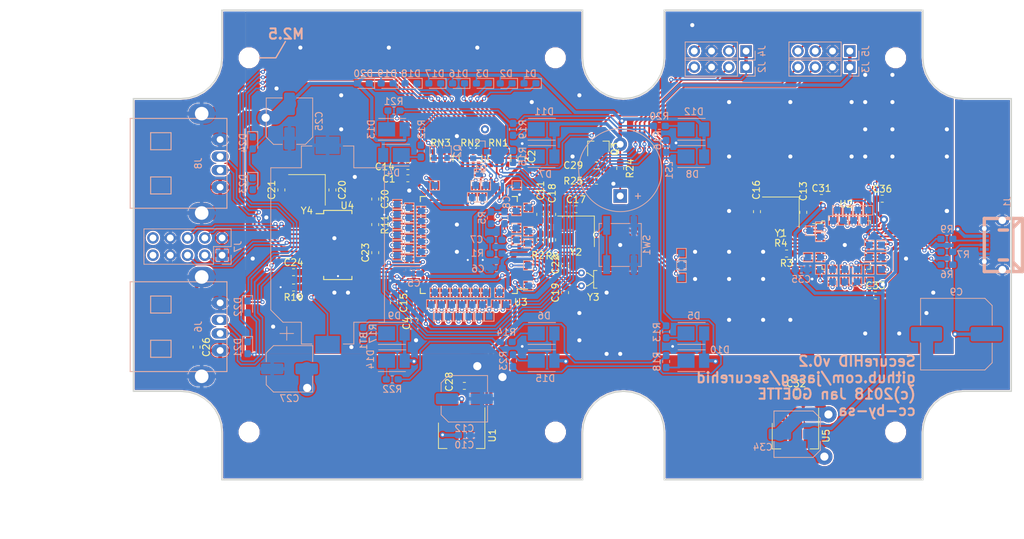
<source format=kicad_pcb>
(kicad_pcb (version 20171130) (host pcbnew "(5.0.1)")
  (layers (0 F.Cu signal) (31 B.Cu signal) (34 B.Paste user) (35 F.Paste user hide) (36 B.SilkS user) (37 F.SilkS user) (38 B.Mask user) (39 F.Mask user hide) (44 Edge.Cuts user))
  (net 0 "")
  (net 1 GND)
  (net 2 "Net-(BT1-Pad1)")
  (net 3 +3V3)
  (net 4 VSSA)
  (net 5 VDDA)
  (net 6 VBUS)
  (net 7 "Net-(C13-Pad2)")
  (net 8 "Net-(C14-Pad1)")
  (net 9 "Net-(C15-Pad1)")
  (net 10 "Net-(C16-Pad2)")
  (net 11 "Net-(C17-Pad2)")
  (net 12 "Net-(C18-Pad2)")
  (net 13 "Net-(C19-Pad2)")
  (net 14 "Net-(C20-Pad1)")
  (net 15 "Net-(C21-Pad1)")
  (net 16 "Net-(C22-Pad2)")
  (net 17 /3V3_HUB)
  (net 18 "Net-(C24-Pad2)")
  (net 19 "Net-(C29-Pad1)")
  (net 20 /LED0)
  (net 21 /LED1)
  (net 22 /LED2)
  (net 23 "Net-(D4-Pad1)")
  (net 24 "Net-(D10-Pad1)")
  (net 25 /LED3)
  (net 26 /LED4)
  (net 27 /LED5)
  (net 28 /LED6)
  (net 29 /LED7)
  (net 30 /LED8)
  (net 31 /LED9)
  (net 32 /LED10)
  (net 33 /LED11)
  (net 34 "Net-(J1-Pad2)")
  (net 35 "Net-(J1-Pad4)")
  (net 36 "Net-(J1-Pad3)")
  (net 37 /SWCLKH)
  (net 38 /SWDIOH)
  (net 39 /DBGH_TX)
  (net 40 /DBGH_RX)
  (net 41 /SWDIOD)
  (net 42 /SWCLKD)
  (net 43 /DBGD_RX)
  (net 44 /DBGD_TX)
  (net 45 "Net-(J6-Pad2)")
  (net 46 "Net-(J6-Pad3)")
  (net 47 "Net-(J7-Pad3)")
  (net 48 "Net-(J7-Pad4)")
  (net 49 "Net-(J7-Pad5)")
  (net 50 "Net-(J7-Pad6)")
  (net 51 "Net-(J7-Pad9)")
  (net 52 "Net-(J7-Pad10)")
  (net 53 "Net-(J8-Pad3)")
  (net 54 "Net-(J8-Pad2)")
  (net 55 "Net-(LS1-Pad1)")
  (net 56 /ALARM_LED_BLUE)
  (net 57 /ALARM_LED_PINK)
  (net 58 "Net-(R2-Pad1)")
  (net 59 "Net-(R3-Pad2)")
  (net 60 +3.3VA)
  (net 61 "Net-(R5-Pad1)")
  (net 62 /USBD_DP)
  (net 63 /USBD_DM)
  (net 64 "Net-(R10-Pad1)")
  (net 65 /HUB_NRST)
  (net 66 /PIEZO_OUT)
  (net 67 "Net-(SW1-Pad2)")
  (net 68 "Net-(TP1-Pad1)")
  (net 69 "Net-(TP2-Pad1)")
  (net 70 "Net-(TP3-Pad1)")
  (net 71 "Net-(TP4-Pad1)")
  (net 72 "Net-(TP5-Pad1)")
  (net 73 "Net-(TP6-Pad1)")
  (net 74 "Net-(TP7-Pad1)")
  (net 75 "Net-(TP8-Pad1)")
  (net 76 "Net-(TP9-Pad1)")
  (net 77 "Net-(TP10-Pad1)")
  (net 78 "Net-(TP11-Pad1)")
  (net 79 "Net-(TP12-Pad1)")
  (net 80 "Net-(TP13-Pad1)")
  (net 81 "Net-(TP14-Pad1)")
  (net 82 "Net-(TP15-Pad1)")
  (net 83 "Net-(TP16-Pad1)")
  (net 84 "Net-(TP17-Pad1)")
  (net 85 "Net-(TP18-Pad1)")
  (net 86 "Net-(TP19-Pad1)")
  (net 87 "Net-(TP20-Pad1)")
  (net 88 "Net-(TP21-Pad1)")
  (net 89 "Net-(TP22-Pad1)")
  (net 90 "Net-(TP23-Pad1)")
  (net 91 "Net-(TP24-Pad1)")
  (net 92 "Net-(TP25-Pad1)")
  (net 93 "Net-(TP26-Pad1)")
  (net 94 "Net-(TP27-Pad1)")
  (net 95 "Net-(TP28-Pad1)")
  (net 96 "Net-(TP29-Pad1)")
  (net 97 "Net-(TP30-Pad1)")
  (net 98 "Net-(TP31-Pad1)")
  (net 99 "Net-(TP32-Pad1)")
  (net 100 "Net-(TP33-Pad1)")
  (net 101 "Net-(TP34-Pad1)")
  (net 102 "Net-(TP35-Pad1)")
  (net 103 "Net-(TP36-Pad1)")
  (net 104 "Net-(TP37-Pad1)")
  (net 105 "Net-(TP38-Pad1)")
  (net 106 "Net-(TP39-Pad1)")
  (net 107 "Net-(TP40-Pad1)")
  (net 108 "Net-(TP41-Pad1)")
  (net 109 "Net-(TP42-Pad1)")
  (net 110 "Net-(TP43-Pad1)")
  (net 111 "Net-(TP44-Pad1)")
  (net 112 "Net-(TP45-Pad1)")
  (net 113 "Net-(TP46-Pad1)")
  (net 114 "Net-(TP47-Pad1)")
  (net 115 "Net-(TP48-Pad1)")
  (net 116 "Net-(TP49-Pad1)")
  (net 117 "Net-(TP50-Pad1)")
  (net 118 "Net-(TP51-Pad1)")
  (net 119 "Net-(TP52-Pad1)")
  (net 120 "Net-(TP53-Pad1)")
  (net 121 "Net-(TP54-Pad1)")
  (net 122 "Net-(TP55-Pad1)")
  (net 123 "Net-(TP56-Pad1)")
  (net 124 "Net-(TP57-Pad1)")
  (net 125 "Net-(TP58-Pad1)")
  (net 126 "Net-(TP59-Pad1)")
  (net 127 "Net-(TP60-Pad1)")
  (net 128 "Net-(TP61-Pad1)")
  (net 129 "Net-(TP62-Pad1)")
  (net 130 "Net-(TP63-Pad1)")
  (net 131 "Net-(TP64-Pad1)")
  (net 132 "Net-(TP65-Pad1)")
  (net 133 "Net-(TP66-Pad1)")
  (net 134 "Net-(TP67-Pad1)")
  (net 135 "Net-(TP68-Pad1)")
  (net 136 "Net-(TP69-Pad1)")
  (net 137 "Net-(TP70-Pad1)")
  (net 138 "Net-(TP71-Pad1)")
  (net 139 "Net-(TP72-Pad1)")
  (net 140 "Net-(TP73-Pad1)")
  (net 141 "Net-(TP74-Pad1)")
  (net 142 "Net-(TP75-Pad1)")
  (net 143 "Net-(TP76-Pad1)")
  (net 144 "Net-(TP77-Pad1)")
  (net 145 "Net-(TP78-Pad1)")
  (net 146 "Net-(TP79-Pad1)")
  (net 147 "Net-(TP80-Pad1)")
  (net 148 GNDA)
  (net 149 /SECURE_IF_F4RX)
  (net 150 /SECURE_IF_F4TX)
  (net 151 /USBH_DM)
  (net 152 /USBH_DP)
  (net 153 "Net-(U4-Pad22)")
  (net 154 "Net-(U4-Pad23)")
  (net 155 "Net-(U4-Pad24)")
  (net 156 "Net-(U4-Pad25)")
  (net 157 "Net-(D1-Pad1)")
  (net 158 "Net-(D2-Pad1)")
  (net 159 "Net-(D3-Pad1)")
  (net 160 "Net-(D16-Pad1)")
  (net 161 "Net-(D17-Pad1)")
  (net 162 "Net-(D18-Pad1)")
  (net 163 "Net-(D19-Pad1)")
  (net 164 "Net-(D20-Pad1)")
  (net 165 "Net-(D21-Pad1)")
  (net 166 "Net-(D22-Pad1)")
  (net 167 "Net-(D23-Pad1)")
  (net 168 "Net-(D24-Pad1)")
  (net 169 "Net-(D5-Pad1)")
  (net 170 "Net-(D6-Pad1)")
  (net 171 "Net-(D7-Pad1)")
  (net 172 "Net-(D8-Pad1)")
  (net 173 "Net-(D9-Pad1)")
  (net 174 "Net-(D11-Pad1)")
  (net 175 "Net-(D12-Pad1)")
  (net 176 "Net-(D13-Pad1)")
  (net 177 "Net-(D14-Pad1)")
  (net 178 "Net-(D15-Pad1)")
  (net 179 "Net-(Q2-Pad2)")
  (net 180 "Net-(Q1-Pad3)")
  (module footprints:microusb_ali_dovetail (layer B.Cu) (at 159.5 81 90)
    (fp_text reference J1 (at 6.3 3.4 90) (layer B.SilkS) (effects (justify mirror)))
    (fp_text value USB_B_Micro hide)
    (pad 5 smd rect (at -1.3 0 90) (size 0.4 1.35) (layers B.Cu B.Paste B.Mask) (net 1 GND))
    (pad 4 smd rect (at -0.65 0 90) (size 0.4 1.35) (layers B.Cu B.Paste B.Mask) (net 35 "Net-(J1-Pad4)"))
    (pad 1 smd rect (at 1.3 0 90) (size 0.4 1.35) (layers B.Cu B.Paste B.Mask) (net 6 VBUS))
    (pad 2 smd rect (at 0.65 0 90) (size 0.4 1.35) (layers B.Cu B.Paste B.Mask) (net 34 "Net-(J1-Pad2)"))
    (pad 3 smd rect (at 0 0 90) (size 0.4 1.35) (layers B.Cu B.Paste B.Mask) (net 36 "Net-(J1-Pad3)"))
    (pad 6 thru_hole oval (at 3.625 2.65 90) (size 1.5 2) (drill 1.1) (layers *.Cu *.Mask) (net 1 GND))
    (pad 6 thru_hole oval (at 2.425 0 90) (size 1 1.5) (drill 0.7) (layers *.Cu *.Mask) (net 1 GND))
    (pad 6 thru_hole oval (at -2.425 0 90) (size 1 1.5) (drill 0.7) (layers *.Cu *.Mask) (net 1 GND))
    (pad 6 thru_hole oval (at -3.625 2.65 90) (size 1.5 2) (drill 1.1) (layers *.Cu *.Mask) (net 1 GND))
  )
  (module MountingHole:MountingHole_2.7mm_M2.5 (layer F.Cu) (at 96.48 108.49)
    (fp_text reference REF** hide)
    (fp_text value MountingHole_2.7mm_M2.5)
    (pad 1 np_thru_hole circle (at 0 0) (size 2.7 2.7) (drill 2.7) (layers *.Cu *.Mask))
  )
  (module MountingHole:MountingHole_2.7mm_M2.5 (layer F.Cu) (at 146.47 108.49)
    (fp_text reference REF** hide)
    (fp_text value MountingHole_2.7mm_M2.5)
    (pad 1 np_thru_hole circle (at 0 0) (size 2.7 2.7) (drill 2.7) (layers *.Cu *.Mask))
  )
  (module MountingHole:MountingHole_2.7mm_M2.5 (layer F.Cu) (at 146.47 53.49)
    (fp_text reference REF** hide)
    (fp_text value MountingHole_2.7mm_M2.5)
    (pad 1 np_thru_hole circle (at 0 0) (size 2.7 2.7) (drill 2.7) (layers *.Cu *.Mask))
  )
  (module MountingHole:MountingHole_2.7mm_M2.5 (layer F.Cu) (at 96.47 53.49)
    (fp_text reference REF** hide)
    (fp_text value MountingHole_2.7mm_M2.5)
    (pad 1 np_thru_hole circle (at 0 0) (size 2.7 2.7) (drill 2.7) (layers *.Cu *.Mask))
  )
  (module MountingHole:MountingHole_2.7mm_M2.5 (layer F.Cu) (at 51.47 53.49)
    (fp_text reference REF** hide)
    (fp_text value MountingHole_2.7mm_M2.5)
    (pad 1 np_thru_hole circle (at 0 0) (size 2.7 2.7) (drill 2.7) (layers *.Cu *.Mask))
  )
  (module Resistor_SMD:R_0603_1608Metric_Pad1.05x0.95mm_HandSolder (layer B.Cu) (at 89.25 95.25 180)
    (fp_text reference R14 (at 0 1.43 180) (layer B.SilkS) (effects (justify mirror)))
    (fp_text value 100)
    (pad 1 smd roundrect (at -0.875 0 180) (size 1.05 0.95) (layers B.Cu B.Paste B.Mask) (net 170 "Net-(D6-Pad1)"))
    (pad 2 smd roundrect (at 0.875 0 180) (size 1.05 0.95) (layers B.Cu B.Paste B.Mask) (net 180 "Net-(Q1-Pad3)"))
  )
  (module footprints:USB_A_FEMALE_THT (layer B.Cu) (at 44.5 69 90)
    (fp_text reference J8 (at 0 -0.5 90) (layer B.SilkS) (effects (justify mirror)))
    (fp_text value USB_A)
    (pad 5 thru_hole oval (at -7.3 0 90) (size 3 4) (drill 2) (layers *.Cu *.Mask) (net 1 GND))
    (pad 5 thru_hole oval (at 7.3 0 90) (size 3 4) (drill 2) (layers *.Cu *.Mask) (net 1 GND))
    (pad 1 thru_hole oval (at -3.5 2.71 90) (size 1.8 2.5) (drill 1) (layers *.Cu *.Mask) (net 6 VBUS))
    (pad 4 thru_hole oval (at 3.5 2.71 90) (size 1.8 2.5) (drill 1) (layers *.Cu *.Mask) (net 1 GND))
    (pad 3 thru_hole oval (at 1 2.71 90) (size 1.5 2.5) (drill 1) (layers *.Cu *.Mask) (net 53 "Net-(J8-Pad3)"))
    (pad 2 thru_hole oval (at -1 2.71 90) (size 1.5 2.5) (drill 1) (layers *.Cu *.Mask) (net 54 "Net-(J8-Pad2)"))
  )
  (module Capacitor_SMD:C_Elec_10x10.2 (layer B.Cu) (at 155.4 94.1 180)
    (fp_text reference C9 (at 0 6.2 180) (layer B.SilkS) (effects (justify mirror)))
    (fp_text value 220u)
    (pad 1 smd roundrect (at -4.4 0 180) (size 4.6 2.1) (layers B.Cu B.Paste B.Mask) (roundrect_rratio 0.119048) (net 6 VBUS))
    (pad 2 smd roundrect (at 4.4 0 180) (size 4.6 2.1) (layers B.Cu B.Paste B.Mask) (roundrect_rratio 0.119048) (net 1 GND))
  )
  (module TestPoint:TestPoint_Pad_1.0x1.0mm (layer B.Cu) (at 90.8 72.25)
    (fp_text reference TP3 hide)
    (fp_text value TestPoint_Alt)
    (pad 1 smd rect (at 0 0) (size 1 1) (layers B.Cu B.Mask) (net 70 "Net-(TP3-Pad1)"))
  )
  (module TestPoint:TestPoint_Pad_1.0x1.0mm (layer B.Cu) (at 73.25 75)
    (fp_text reference TP47 hide)
    (fp_text value TestPoint_Alt)
    (pad 1 smd rect (at 0 0) (size 1 1) (layers B.Cu B.Mask) (net 114 "Net-(TP47-Pad1)"))
  )
  (module Capacitor_SMD:C_0603_1608Metric_Pad1.05x0.95mm_HandSolder (layer F.Cu) (at 74.8 71.2 180)
    (fp_text reference C1 (at 2.8 -0.1 180) (layer F.SilkS))
    (fp_text value 100n)
    (pad 2 smd roundrect (at 0.875 0 180) (size 1.05 0.95) (layers F.Cu F.Paste F.Mask) (net 1 GND))
    (pad 1 smd roundrect (at -0.875 0 180) (size 1.05 0.95) (layers F.Cu F.Paste F.Mask) (net 3 +3V3))
  )
  (module Capacitor_SMD:C_0603_1608Metric_Pad1.05x0.95mm_HandSolder (layer F.Cu) (at 91.5 68.25 90)
    (fp_text reference C2 (at 0.25 1.5 90) (layer F.SilkS))
    (fp_text value 100n)
    (pad 1 smd roundrect (at -0.875 0 90) (size 1.05 0.95) (layers F.Cu F.Paste F.Mask) (net 3 +3V3))
    (pad 2 smd roundrect (at 0.875 0 90) (size 1.05 0.95) (layers F.Cu F.Paste F.Mask) (net 1 GND))
  )
  (module Capacitor_SMD:C_0603_1608Metric_Pad1.05x0.95mm_HandSolder (layer F.Cu) (at 75.75 92 270)
    (fp_text reference C4 (at 0.5 1.15 270) (layer F.SilkS))
    (fp_text value 100n)
    (pad 2 smd roundrect (at 0.875 0 270) (size 1.05 0.95) (layers F.Cu F.Paste F.Mask) (net 1 GND))
    (pad 1 smd roundrect (at -0.875 0 270) (size 1.05 0.95) (layers F.Cu F.Paste F.Mask) (net 3 +3V3))
  )
  (module Capacitor_SMD:C_0603_1608Metric_Pad1.05x0.95mm_HandSolder (layer B.Cu) (at 75.675 85.2 180)
    (fp_text reference C5 (at -0.025 -1.4 180) (layer B.SilkS) (effects (justify mirror)))
    (fp_text value 100n)
    (pad 2 smd roundrect (at 0.875 0 180) (size 1.05 0.95) (layers B.Cu B.Paste B.Mask) (net 1 GND))
    (pad 1 smd roundrect (at -0.875 0 180) (size 1.05 0.95) (layers B.Cu B.Paste B.Mask) (net 3 +3V3))
  )
  (module Capacitor_SMD:C_0603_1608Metric_Pad1.05x0.95mm_HandSolder (layer B.Cu) (at 87.8 84.4 180)
    (fp_text reference C6 (at 2.7 -0.1 180) (layer B.SilkS) (effects (justify mirror)))
    (fp_text value 100n)
    (pad 1 smd roundrect (at -0.875 0 180) (size 1.05 0.95) (layers B.Cu B.Paste B.Mask) (net 3 +3V3))
    (pad 2 smd roundrect (at 0.875 0 180) (size 1.05 0.95) (layers B.Cu B.Paste B.Mask) (net 1 GND))
  )
  (module Capacitor_SMD:C_0603_1608Metric_Pad1.05x0.95mm_HandSolder (layer B.Cu) (at 87.75 80.25 180)
    (fp_text reference C7 (at 2.85 0.05 180) (layer B.SilkS) (effects (justify mirror)))
    (fp_text value 100n)
    (pad 1 smd roundrect (at -0.875 0 180) (size 1.05 0.95) (layers B.Cu B.Paste B.Mask) (net 4 VSSA))
    (pad 2 smd roundrect (at 0.875 0 180) (size 1.05 0.95) (layers B.Cu B.Paste B.Mask) (net 5 VDDA))
  )
  (module Capacitor_SMD:C_0603_1608Metric_Pad1.05x0.95mm_HandSolder (layer B.Cu) (at 89 77 270)
    (fp_text reference C8 (at -2.3 -0.3 270) (layer B.SilkS) (effects (justify mirror)))
    (fp_text value 10u)
    (pad 1 smd roundrect (at -0.875 0 270) (size 1.05 0.95) (layers B.Cu B.Paste B.Mask) (net 5 VDDA))
    (pad 2 smd roundrect (at 0.875 0 270) (size 1.05 0.95) (layers B.Cu B.Paste B.Mask) (net 4 VSSA))
  )
  (module Capacitor_SMD:C_0603_1608Metric_Pad1.05x0.95mm_HandSolder (layer B.Cu) (at 83.1 108.95)
    (fp_text reference C10 (at 0 1.43) (layer B.SilkS) (effects (justify mirror)))
    (fp_text value 100n)
    (pad 1 smd roundrect (at -0.875 0) (size 1.05 0.95) (layers B.Cu B.Paste B.Mask) (net 6 VBUS))
    (pad 2 smd roundrect (at 0.875 0) (size 1.05 0.95) (layers B.Cu B.Paste B.Mask) (net 1 GND))
  )
  (module Capacitor_SMD:C_0603_1608Metric_Pad1.05x0.95mm_HandSolder (layer F.Cu) (at 94.25 76.5 90)
    (fp_text reference C11 (at 3.5 0.05 90) (layer F.SilkS))
    (fp_text value 100n)
    (pad 2 smd roundrect (at 0.875 0 90) (size 1.05 0.95) (layers F.Cu F.Paste F.Mask) (net 1 GND))
    (pad 1 smd roundrect (at -0.875 0 90) (size 1.05 0.95) (layers F.Cu F.Paste F.Mask) (net 3 +3V3))
  )
  (module Capacitor_SMD:C_0603_1608Metric_Pad1.05x0.95mm_HandSolder (layer F.Cu) (at 132.9 76.2 90)
    (fp_text reference C13 (at 3.1 0 90) (layer F.SilkS))
    (fp_text value 12p)
    (pad 2 smd roundrect (at 0.875 0 90) (size 1.05 0.95) (layers F.Cu F.Paste F.Mask) (net 7 "Net-(C13-Pad2)"))
    (pad 1 smd roundrect (at -0.875 0 90) (size 1.05 0.95) (layers F.Cu F.Paste F.Mask) (net 148 GNDA))
  )
  (module Capacitor_SMD:C_0603_1608Metric_Pad1.05x0.95mm_HandSolder (layer F.Cu) (at 74.8 69.4 180)
    (fp_text reference C14 (at 3.4 -0.1 180) (layer F.SilkS))
    (fp_text value 10u)
    (pad 1 smd roundrect (at -0.875 0 180) (size 1.05 0.95) (layers F.Cu F.Paste F.Mask) (net 8 "Net-(C14-Pad1)"))
    (pad 2 smd roundrect (at 0.875 0 180) (size 1.05 0.95) (layers F.Cu F.Paste F.Mask) (net 1 GND))
  )
  (module Capacitor_SMD:C_0603_1608Metric_Pad1.05x0.95mm_HandSolder (layer F.Cu) (at 72.75 89.5 270)
    (fp_text reference C15 (at 0 -1.43 270) (layer F.SilkS))
    (fp_text value 10u)
    (pad 2 smd roundrect (at 0.875 0 270) (size 1.05 0.95) (layers F.Cu F.Paste F.Mask) (net 1 GND))
    (pad 1 smd roundrect (at -0.875 0 270) (size 1.05 0.95) (layers F.Cu F.Paste F.Mask) (net 9 "Net-(C15-Pad1)"))
  )
  (module Capacitor_SMD:C_0603_1608Metric_Pad1.05x0.95mm_HandSolder (layer F.Cu) (at 126.1 76.1 270)
    (fp_text reference C16 (at -3.2 0.1 270) (layer F.SilkS))
    (fp_text value 12p)
    (pad 1 smd roundrect (at -0.875 0 270) (size 1.05 0.95) (layers F.Cu F.Paste F.Mask) (net 148 GNDA))
    (pad 2 smd roundrect (at 0.875 0 270) (size 1.05 0.95) (layers F.Cu F.Paste F.Mask) (net 10 "Net-(C16-Pad2)"))
  )
  (module Capacitor_SMD:C_0603_1608Metric_Pad1.05x0.95mm_HandSolder (layer F.Cu) (at 99.5 75.75)
    (fp_text reference C17 (at 0 -1.43) (layer F.SilkS))
    (fp_text value 12p)
    (pad 1 smd roundrect (at -0.875 0) (size 1.05 0.95) (layers F.Cu F.Paste F.Mask) (net 1 GND))
    (pad 2 smd roundrect (at 0.875 0) (size 1.05 0.95) (layers F.Cu F.Paste F.Mask) (net 11 "Net-(C17-Pad2)"))
  )
  (module Capacitor_SMD:C_0603_1608Metric_Pad1.05x0.95mm_HandSolder (layer F.Cu) (at 96 76.5 270)
    (fp_text reference C18 (at -3.1 0 270) (layer F.SilkS))
    (fp_text value 12p)
    (pad 2 smd roundrect (at 0.875 0 270) (size 1.05 0.95) (layers F.Cu F.Paste F.Mask) (net 12 "Net-(C18-Pad2)"))
    (pad 1 smd roundrect (at -0.875 0 270) (size 1.05 0.95) (layers F.Cu F.Paste F.Mask) (net 1 GND))
  )
  (module Capacitor_SMD:C_0603_1608Metric_Pad1.05x0.95mm_HandSolder (layer F.Cu) (at 97.9 88 90)
    (fp_text reference C19 (at 0 -1.43 90) (layer F.SilkS))
    (fp_text value 12p)
    (pad 2 smd roundrect (at 0.875 0 90) (size 1.05 0.95) (layers F.Cu F.Paste F.Mask) (net 13 "Net-(C19-Pad2)"))
    (pad 1 smd roundrect (at -0.875 0 90) (size 1.05 0.95) (layers F.Cu F.Paste F.Mask) (net 1 GND))
  )
  (module Capacitor_SMD:C_0603_1608Metric_Pad1.05x0.95mm_HandSolder (layer F.Cu) (at 63.711221 72.912062 270)
    (fp_text reference C20 (at 0 -1.43 270) (layer F.SilkS))
    (fp_text value 22p)
    (pad 2 smd roundrect (at 0.875 0 270) (size 1.05 0.95) (layers F.Cu F.Paste F.Mask) (net 1 GND))
    (pad 1 smd roundrect (at -0.875 0 270) (size 1.05 0.95) (layers F.Cu F.Paste F.Mask) (net 14 "Net-(C20-Pad1)"))
  )
  (module Capacitor_SMD:C_0603_1608Metric_Pad1.05x0.95mm_HandSolder (layer F.Cu) (at 56.211221 72.912062 90)
    (fp_text reference C21 (at 0 -1.43 90) (layer F.SilkS))
    (fp_text value 22p)
    (pad 1 smd roundrect (at -0.875 0 90) (size 1.05 0.95) (layers F.Cu F.Paste F.Mask) (net 15 "Net-(C21-Pad1)"))
    (pad 2 smd roundrect (at 0.875 0 90) (size 1.05 0.95) (layers F.Cu F.Paste F.Mask) (net 1 GND))
  )
  (module Capacitor_SMD:C_0603_1608Metric_Pad1.05x0.95mm_HandSolder (layer F.Cu) (at 97.9 84.1 270)
    (fp_text reference C22 (at -0.25 1.4 270) (layer F.SilkS))
    (fp_text value 12p)
    (pad 1 smd roundrect (at -0.875 0 270) (size 1.05 0.95) (layers F.Cu F.Paste F.Mask) (net 1 GND))
    (pad 2 smd roundrect (at 0.875 0 270) (size 1.05 0.95) (layers F.Cu F.Paste F.Mask) (net 16 "Net-(C22-Pad2)"))
  )
  (module Capacitor_SMD:C_0603_1608Metric_Pad1.05x0.95mm_HandSolder (layer F.Cu) (at 70 82.125 90)
    (fp_text reference C23 (at 0 -1.43 90) (layer F.SilkS))
    (fp_text value 10u)
    (pad 1 smd roundrect (at -0.875 0 90) (size 1.05 0.95) (layers F.Cu F.Paste F.Mask) (net 1 GND))
    (pad 2 smd roundrect (at 0.875 0 90) (size 1.05 0.95) (layers F.Cu F.Paste F.Mask) (net 17 /3V3_HUB))
  )
  (module Capacitor_SMD:C_0603_1608Metric_Pad1.05x0.95mm_HandSolder (layer F.Cu) (at 58 85)
    (fp_text reference C24 (at 0 -1.43) (layer F.SilkS))
    (fp_text value 10u)
    (pad 2 smd roundrect (at 0.875 0) (size 1.05 0.95) (layers F.Cu F.Paste F.Mask) (net 18 "Net-(C24-Pad2)"))
    (pad 1 smd roundrect (at -0.875 0) (size 1.05 0.95) (layers F.Cu F.Paste F.Mask) (net 1 GND))
  )
  (module Capacitor_SMD:C_0603_1608Metric_Pad1.05x0.95mm_HandSolder (layer F.Cu) (at 43.75 96 270)
    (fp_text reference C26 (at 0 -1.43 270) (layer F.SilkS))
    (fp_text value 100n)
    (pad 1 smd roundrect (at -0.875 0 270) (size 1.05 0.95) (layers F.Cu F.Paste F.Mask) (net 1 GND))
    (pad 2 smd roundrect (at 0.875 0 270) (size 1.05 0.95) (layers F.Cu F.Paste F.Mask) (net 6 VBUS))
  )
  (module Capacitor_SMD:C_0603_1608Metric_Pad1.05x0.95mm_HandSolder (layer F.Cu) (at 83.1 101.7 180)
    (fp_text reference C28 (at 2.23 0.6 90) (layer F.SilkS))
    (fp_text value 100n)
    (pad 1 smd roundrect (at -0.875 0 180) (size 1.05 0.95) (layers F.Cu F.Paste F.Mask) (net 1 GND))
    (pad 2 smd roundrect (at 0.875 0 180) (size 1.05 0.95) (layers F.Cu F.Paste F.Mask) (net 6 VBUS))
  )
  (module Capacitor_SMD:C_0603_1608Metric_Pad1.05x0.95mm_HandSolder (layer F.Cu) (at 102.50704 69.312058 180)
    (fp_text reference C29 (at 3.40704 0.012058 180) (layer F.SilkS))
    (fp_text value 100p)
    (pad 1 smd roundrect (at -0.875 0 180) (size 1.05 0.95) (layers F.Cu F.Paste F.Mask) (net 19 "Net-(C29-Pad1)"))
    (pad 2 smd roundrect (at 0.875 0 180) (size 1.05 0.95) (layers F.Cu F.Paste F.Mask) (net 1 GND))
  )
  (module LED_SMD:LED_0603_1608Metric_Pad1.05x0.95mm_HandSolder (layer B.Cu) (at 92.75 57.25 180)
    (fp_text reference D1 (at 0 1.43 180) (layer B.SilkS) (effects (justify mirror)))
    (fp_text value red)
    (pad 2 smd roundrect (at 0.875 0 180) (size 1.05 0.95) (layers B.Cu B.Paste B.Mask) (net 6 VBUS))
    (pad 1 smd roundrect (at -0.875 0 180) (size 1.05 0.95) (layers B.Cu B.Paste B.Mask) (net 157 "Net-(D1-Pad1)"))
  )
  (module LED_SMD:LED_0603_1608Metric_Pad1.05x0.95mm_HandSolder (layer B.Cu) (at 89.25 57.25 180)
    (fp_text reference D2 (at 0 1.43 180) (layer B.SilkS) (effects (justify mirror)))
    (fp_text value red)
    (pad 1 smd roundrect (at -0.875 0 180) (size 1.05 0.95) (layers B.Cu B.Paste B.Mask) (net 158 "Net-(D2-Pad1)"))
    (pad 2 smd roundrect (at 0.875 0 180) (size 1.05 0.95) (layers B.Cu B.Paste B.Mask) (net 6 VBUS))
  )
  (module LED_SMD:LED_0603_1608Metric_Pad1.05x0.95mm_HandSolder (layer B.Cu) (at 85.75 57.25 180)
    (fp_text reference D3 (at 0 1.43 180) (layer B.SilkS) (effects (justify mirror)))
    (fp_text value red)
    (pad 2 smd roundrect (at 0.875 0 180) (size 1.05 0.95) (layers B.Cu B.Paste B.Mask) (net 6 VBUS))
    (pad 1 smd roundrect (at -0.875 0 180) (size 1.05 0.95) (layers B.Cu B.Paste B.Mask) (net 159 "Net-(D3-Pad1)"))
  )
  (module LED_SMD:LED_PLCC_2835_Handsoldering (layer B.Cu) (at 72.5 67.8 180)
    (fp_text reference D4 (at -0.18 -2.6 180) (layer B.SilkS) (effects (justify mirror)))
    (fp_text value "Ice blue")
    (pad 1 smd rect (at -1.33 0) (size 2.5 2.1) (layers B.Cu B.Paste B.Mask) (net 23 "Net-(D4-Pad1)"))
    (pad 2 smd rect (at 1.33 0) (size 1.5 2.1) (layers B.Cu B.Paste B.Mask) (net 6 VBUS))
  )
  (module LED_SMD:LED_PLCC_2835_Handsoldering (layer B.Cu) (at 117 94)
    (fp_text reference D5 (at -0.18 -2.6) (layer B.SilkS) (effects (justify mirror)))
    (fp_text value "Ice blue")
    (pad 1 smd rect (at -1.33 0 180) (size 2.5 2.1) (layers B.Cu B.Paste B.Mask) (net 169 "Net-(D5-Pad1)"))
    (pad 2 smd rect (at 1.33 0 180) (size 1.5 2.1) (layers B.Cu B.Paste B.Mask) (net 6 VBUS))
  )
  (module LED_SMD:LED_PLCC_2835_Handsoldering (layer B.Cu) (at 95 94)
    (fp_text reference D6 (at -0.18 -2.6) (layer B.SilkS) (effects (justify mirror)))
    (fp_text value "Ice blue")
    (pad 2 smd rect (at 1.33 0 180) (size 1.5 2.1) (layers B.Cu B.Paste B.Mask) (net 6 VBUS))
    (pad 1 smd rect (at -1.33 0 180) (size 2.5 2.1) (layers B.Cu B.Paste B.Mask) (net 170 "Net-(D6-Pad1)"))
  )
  (module LED_SMD:LED_PLCC_2835_Handsoldering (layer B.Cu) (at 95 68)
    (fp_text reference D7 (at 0 2.6) (layer B.SilkS) (effects (justify mirror)))
    (fp_text value "Ice blue")
    (pad 1 smd rect (at -1.33 0 180) (size 2.5 2.1) (layers B.Cu B.Paste B.Mask) (net 171 "Net-(D7-Pad1)"))
    (pad 2 smd rect (at 1.33 0 180) (size 1.5 2.1) (layers B.Cu B.Paste B.Mask) (net 6 VBUS))
  )
  (module LED_SMD:LED_PLCC_2835_Handsoldering (layer B.Cu) (at 117 68)
    (fp_text reference D8 (at -0.4 2.6) (layer B.SilkS) (effects (justify mirror)))
    (fp_text value "Ice blue")
    (pad 2 smd rect (at 1.33 0 180) (size 1.5 2.1) (layers B.Cu B.Paste B.Mask) (net 6 VBUS))
    (pad 1 smd rect (at -1.33 0 180) (size 2.5 2.1) (layers B.Cu B.Paste B.Mask) (net 172 "Net-(D8-Pad1)"))
  )
  (module LED_SMD:LED_PLCC_2835_Handsoldering (layer B.Cu) (at 73 94)
    (fp_text reference D9 (at -0.18 -2.6) (layer B.SilkS) (effects (justify mirror)))
    (fp_text value "Ice blue")
    (pad 2 smd rect (at 1.33 0 180) (size 1.5 2.1) (layers B.Cu B.Paste B.Mask) (net 6 VBUS))
    (pad 1 smd rect (at -1.33 0 180) (size 2.5 2.1) (layers B.Cu B.Paste B.Mask) (net 173 "Net-(D9-Pad1)"))
  )
  (module LED_SMD:LED_PLCC_2835_Handsoldering (layer B.Cu) (at 117 98)
    (fp_text reference D10 (at 3.65 -1.6) (layer B.SilkS) (effects (justify mirror)))
    (fp_text value pink)
    (pad 2 smd rect (at 1.33 0 180) (size 1.5 2.1) (layers B.Cu B.Paste B.Mask) (net 6 VBUS))
    (pad 1 smd rect (at -1.33 0 180) (size 2.5 2.1) (layers B.Cu B.Paste B.Mask) (net 24 "Net-(D10-Pad1)"))
  )
  (module LED_SMD:LED_PLCC_2835_Handsoldering (layer B.Cu) (at 95 64)
    (fp_text reference D11 (at -0.18 -2.6) (layer B.SilkS) (effects (justify mirror)))
    (fp_text value pink)
    (pad 1 smd rect (at -1.33 0 180) (size 2.5 2.1) (layers B.Cu B.Paste B.Mask) (net 174 "Net-(D11-Pad1)"))
    (pad 2 smd rect (at 1.33 0 180) (size 1.5 2.1) (layers B.Cu B.Paste B.Mask) (net 6 VBUS))
  )
  (module LED_SMD:LED_PLCC_2835_Handsoldering (layer B.Cu) (at 117 64)
    (fp_text reference D12 (at -0.18 -2.6) (layer B.SilkS) (effects (justify mirror)))
    (fp_text value pink)
    (pad 2 smd rect (at 1.33 0 180) (size 1.5 2.1) (layers B.Cu B.Paste B.Mask) (net 6 VBUS))
    (pad 1 smd rect (at -1.33 0 180) (size 2.5 2.1) (layers B.Cu B.Paste B.Mask) (net 175 "Net-(D12-Pad1)"))
  )
  (module LED_SMD:LED_PLCC_2835_Handsoldering (layer B.Cu) (at 73 64)
    (fp_text reference D13 (at -3.6 0 90) (layer B.SilkS) (effects (justify mirror)))
    (fp_text value pink)
    (pad 2 smd rect (at 1.33 0 180) (size 1.5 2.1) (layers B.Cu B.Paste B.Mask) (net 6 VBUS))
    (pad 1 smd rect (at -1.33 0 180) (size 2.5 2.1) (layers B.Cu B.Paste B.Mask) (net 176 "Net-(D13-Pad1)"))
  )
  (module LED_SMD:LED_PLCC_2835_Handsoldering (layer B.Cu) (at 73 98)
    (fp_text reference D14 (at -3.7 -0.2 90) (layer B.SilkS) (effects (justify mirror)))
    (fp_text value pink)
    (pad 1 smd rect (at -1.33 0 180) (size 2.5 2.1) (layers B.Cu B.Paste B.Mask) (net 177 "Net-(D14-Pad1)"))
    (pad 2 smd rect (at 1.33 0 180) (size 1.5 2.1) (layers B.Cu B.Paste B.Mask) (net 6 VBUS))
  )
  (module LED_SMD:LED_PLCC_2835_Handsoldering (layer B.Cu) (at 95 98)
    (fp_text reference D15 (at 0 2.6) (layer B.SilkS) (effects (justify mirror)))
    (fp_text value pink)
    (pad 1 smd rect (at -1.33 0 180) (size 2.5 2.1) (layers B.Cu B.Paste B.Mask) (net 178 "Net-(D15-Pad1)"))
    (pad 2 smd rect (at 1.33 0 180) (size 1.5 2.1) (layers B.Cu B.Paste B.Mask) (net 6 VBUS))
  )
  (module LED_SMD:LED_0603_1608Metric_Pad1.05x0.95mm_HandSolder (layer B.Cu) (at 82.25 57.25 180)
    (fp_text reference D16 (at 0 1.43 180) (layer B.SilkS) (effects (justify mirror)))
    (fp_text value red)
    (pad 1 smd roundrect (at -0.875 0 180) (size 1.05 0.95) (layers B.Cu B.Paste B.Mask) (net 160 "Net-(D16-Pad1)"))
    (pad 2 smd roundrect (at 0.875 0 180) (size 1.05 0.95) (layers B.Cu B.Paste B.Mask) (net 6 VBUS))
  )
  (module LED_SMD:LED_0603_1608Metric_Pad1.05x0.95mm_HandSolder (layer B.Cu) (at 78.75 57.25 180)
    (fp_text reference D17 (at 0 1.43 180) (layer B.SilkS) (effects (justify mirror)))
    (fp_text value red)
    (pad 2 smd roundrect (at 0.875 0 180) (size 1.05 0.95) (layers B.Cu B.Paste B.Mask) (net 6 VBUS))
    (pad 1 smd roundrect (at -0.875 0 180) (size 1.05 0.95) (layers B.Cu B.Paste B.Mask) (net 161 "Net-(D17-Pad1)"))
  )
  (module LED_SMD:LED_0603_1608Metric_Pad1.05x0.95mm_HandSolder (layer B.Cu) (at 75.25 57.25 180)
    (fp_text reference D18 (at 0 1.43 180) (layer B.SilkS) (effects (justify mirror)))
    (fp_text value red)
    (pad 1 smd roundrect (at -0.875 0 180) (size 1.05 0.95) (layers B.Cu B.Paste B.Mask) (net 162 "Net-(D18-Pad1)"))
    (pad 2 smd roundrect (at 0.875 0 180) (size 1.05 0.95) (layers B.Cu B.Paste B.Mask) (net 6 VBUS))
  )
  (module LED_SMD:LED_0603_1608Metric_Pad1.05x0.95mm_HandSolder (layer B.Cu) (at 71.75 57.25 180)
    (fp_text reference D19 (at 0 1.43 180) (layer B.SilkS) (effects (justify mirror)))
    (fp_text value red)
    (pad 2 smd roundrect (at 0.875 0 180) (size 1.05 0.95) (layers B.Cu B.Paste B.Mask) (net 6 VBUS))
    (pad 1 smd roundrect (at -0.875 0 180) (size 1.05 0.95) (layers B.Cu B.Paste B.Mask) (net 163 "Net-(D19-Pad1)"))
  )
  (module LED_SMD:LED_0603_1608Metric_Pad1.05x0.95mm_HandSolder (layer B.Cu) (at 68.25 57.25 180)
    (fp_text reference D20 (at 0 1.43 180) (layer B.SilkS) (effects (justify mirror)))
    (fp_text value red)
    (pad 1 smd roundrect (at -0.875 0 180) (size 1.05 0.95) (layers B.Cu B.Paste B.Mask) (net 164 "Net-(D20-Pad1)"))
    (pad 2 smd roundrect (at 0.875 0 180) (size 1.05 0.95) (layers B.Cu B.Paste B.Mask) (net 6 VBUS))
  )
  (module LED_SMD:LED_0603_1608Metric_Pad1.05x0.95mm_HandSolder (layer B.Cu) (at 51.25 96.1 270)
    (fp_text reference D21 (at 0 1.43 270) (layer B.SilkS) (effects (justify mirror)))
    (fp_text value red)
    (pad 2 smd roundrect (at 0.875 0 270) (size 1.05 0.95) (layers B.Cu B.Paste B.Mask) (net 6 VBUS))
    (pad 1 smd roundrect (at -0.875 0 270) (size 1.05 0.95) (layers B.Cu B.Paste B.Mask) (net 165 "Net-(D21-Pad1)"))
  )
  (module LED_SMD:LED_0603_1608Metric_Pad1.05x0.95mm_HandSolder (layer B.Cu) (at 51.25 90.1 270)
    (fp_text reference D22 (at 0 1.43 270) (layer B.SilkS) (effects (justify mirror)))
    (fp_text value red)
    (pad 1 smd roundrect (at -0.875 0 270) (size 1.05 0.95) (layers B.Cu B.Paste B.Mask) (net 166 "Net-(D22-Pad1)"))
    (pad 2 smd roundrect (at 0.875 0 270) (size 1.05 0.95) (layers B.Cu B.Paste B.Mask) (net 6 VBUS))
  )
  (module LED_SMD:LED_0603_1608Metric_Pad1.05x0.95mm_HandSolder (layer B.Cu) (at 52 72 270)
    (fp_text reference D23 (at 0 1.43 270) (layer B.SilkS) (effects (justify mirror)))
    (fp_text value red)
    (pad 2 smd roundrect (at 0.875 0 270) (size 1.05 0.95) (layers B.Cu B.Paste B.Mask) (net 6 VBUS))
    (pad 1 smd roundrect (at -0.875 0 270) (size 1.05 0.95) (layers B.Cu B.Paste B.Mask) (net 167 "Net-(D23-Pad1)"))
  )
  (module LED_SMD:LED_0603_1608Metric_Pad1.05x0.95mm_HandSolder (layer B.Cu) (at 52 66 270)
    (fp_text reference D24 (at 0 1.43 270) (layer B.SilkS) (effects (justify mirror)))
    (fp_text value red)
    (pad 1 smd roundrect (at -0.875 0 270) (size 1.05 0.95) (layers B.Cu B.Paste B.Mask) (net 168 "Net-(D24-Pad1)"))
    (pad 2 smd roundrect (at 0.875 0 270) (size 1.05 0.95) (layers B.Cu B.Paste B.Mask) (net 6 VBUS))
  )
  (module Connector_PinHeader_2.54mm:PinHeader_1x04_P2.54mm_Vertical (layer B.Cu) (at 124.5 54.86 90)
    (fp_text reference J2 (at 0 2.33 90) (layer B.SilkS) (effects (justify mirror)))
    (fp_text value SWD_HOST)
    (pad 4 thru_hole oval (at 0 -7.62 90) (size 1.7 1.7) (drill 1) (layers *.Cu *.Mask) (net 38 /SWDIOH))
    (pad 3 thru_hole oval (at 0 -5.08 90) (size 1.7 1.7) (drill 1) (layers *.Cu *.Mask) (net 148 GNDA))
    (pad 2 thru_hole oval (at 0 -2.54 90) (size 1.7 1.7) (drill 1) (layers *.Cu *.Mask) (net 37 /SWCLKH))
    (pad 1 thru_hole rect (at 0 0 90) (size 1.7 1.7) (drill 1) (layers *.Cu *.Mask) (net 3 +3V3))
  )
  (module Connector_PinHeader_2.54mm:PinHeader_1x04_P2.54mm_Vertical (layer B.Cu) (at 139.74 54.86 90)
    (fp_text reference J3 (at 0 2.33 90) (layer B.SilkS) (effects (justify mirror)))
    (fp_text value UART_HOST)
    (pad 4 thru_hole oval (at 0 -7.62 90) (size 1.7 1.7) (drill 1) (layers *.Cu *.Mask) (net 39 /DBGH_TX))
    (pad 3 thru_hole oval (at 0 -5.08 90) (size 1.7 1.7) (drill 1) (layers *.Cu *.Mask) (net 40 /DBGH_RX))
    (pad 2 thru_hole oval (at 0 -2.54 90) (size 1.7 1.7) (drill 1) (layers *.Cu *.Mask) (net 148 GNDA))
    (pad 1 thru_hole rect (at 0 0 90) (size 1.7 1.7) (drill 1) (layers *.Cu *.Mask) (net 6 VBUS))
  )
  (module Connector_PinHeader_2.54mm:PinHeader_1x04_P2.54mm_Vertical (layer B.Cu) (at 124.5 52.5 90)
    (fp_text reference J4 (at 0 2.33 90) (layer B.SilkS) (effects (justify mirror)))
    (fp_text value SWD_DEVICE)
    (pad 4 thru_hole oval (at 0 -7.62 90) (size 1.7 1.7) (drill 1) (layers *.Cu *.Mask) (net 41 /SWDIOD))
    (pad 3 thru_hole oval (at 0 -5.08 90) (size 1.7 1.7) (drill 1) (layers *.Cu *.Mask) (net 148 GNDA))
    (pad 2 thru_hole oval (at 0 -2.54 90) (size 1.7 1.7) (drill 1) (layers *.Cu *.Mask) (net 42 /SWCLKD))
    (pad 1 thru_hole rect (at 0 0 90) (size 1.7 1.7) (drill 1) (layers *.Cu *.Mask) (net 3 +3V3))
  )
  (module Connector_PinHeader_2.54mm:PinHeader_1x04_P2.54mm_Vertical (layer B.Cu) (at 139.74 52.5 90)
    (fp_text reference J5 (at 0 2.33 90) (layer B.SilkS) (effects (justify mirror)))
    (fp_text value UART_DEVICE)
    (pad 1 thru_hole rect (at 0 0 90) (size 1.7 1.7) (drill 1) (layers *.Cu *.Mask) (net 6 VBUS))
    (pad 2 thru_hole oval (at 0 -2.54 90) (size 1.7 1.7) (drill 1) (layers *.Cu *.Mask) (net 148 GNDA))
    (pad 3 thru_hole oval (at 0 -5.08 90) (size 1.7 1.7) (drill 1) (layers *.Cu *.Mask) (net 43 /DBGD_RX))
    (pad 4 thru_hole oval (at 0 -7.62 90) (size 1.7 1.7) (drill 1) (layers *.Cu *.Mask) (net 44 /DBGD_TX))
  )
  (module Connector_PinHeader_2.54mm:PinHeader_2x05_P2.54mm_Vertical (layer B.Cu) (at 47.5 82.5 90)
    (fp_text reference J7 (at 1.27 2.33 90) (layer B.SilkS) (effects (justify mirror)))
    (fp_text value USB_SPARE)
    (pad 1 thru_hole rect (at 0 0 90) (size 1.7 1.7) (drill 1) (layers *.Cu *.Mask) (net 6 VBUS))
    (pad 2 thru_hole oval (at 2.54 0 90) (size 1.7 1.7) (drill 1) (layers *.Cu *.Mask) (net 6 VBUS))
    (pad 3 thru_hole oval (at 0 -2.54 90) (size 1.7 1.7) (drill 1) (layers *.Cu *.Mask) (net 47 "Net-(J7-Pad3)"))
    (pad 4 thru_hole oval (at 2.54 -2.54 90) (size 1.7 1.7) (drill 1) (layers *.Cu *.Mask) (net 48 "Net-(J7-Pad4)"))
    (pad 5 thru_hole oval (at 0 -5.08 90) (size 1.7 1.7) (drill 1) (layers *.Cu *.Mask) (net 49 "Net-(J7-Pad5)"))
    (pad 6 thru_hole oval (at 2.54 -5.08 90) (size 1.7 1.7) (drill 1) (layers *.Cu *.Mask) (net 50 "Net-(J7-Pad6)"))
    (pad 7 thru_hole oval (at 0 -7.62 90) (size 1.7 1.7) (drill 1) (layers *.Cu *.Mask) (net 1 GND))
    (pad 8 thru_hole oval (at 2.54 -7.62 90) (size 1.7 1.7) (drill 1) (layers *.Cu *.Mask) (net 1 GND))
    (pad 9 thru_hole oval (at 0 -10.16 90) (size 1.7 1.7) (drill 1) (layers *.Cu *.Mask) (net 51 "Net-(J7-Pad9)"))
    (pad 10 thru_hole oval (at 2.54 -10.16 90) (size 1.7 1.7) (drill 1) (layers *.Cu *.Mask) (net 52 "Net-(J7-Pad10)"))
  )
  (module Buzzer_Beeper:Buzzer_12x9.5RM7.6 (layer B.Cu) (at 106 73.8 90)
    (fp_text reference LS1 (at 3.8 7.2 90) (layer B.SilkS) (effects (justify mirror)))
    (fp_text value "12mm passive piezo")
    (fp_text user + (at -0.01 2.54 90) (layer B.SilkS) (effects (justify mirror)))
    (pad 1 thru_hole rect (at 0 0 90) (size 2 2) (drill 1) (layers *.Cu *.Mask) (net 55 "Net-(LS1-Pad1)"))
    (pad 2 thru_hole circle (at 7.6 0 90) (size 2 2) (drill 1) (layers *.Cu *.Mask) (net 6 VBUS))
  )
  (module TO_SOT_Packages_SMD:SOT-23 (layer B.Cu) (at 85.4 67.3)
    (fp_text reference Q1 (at 0 2.5) (layer B.SilkS) (effects (justify mirror)))
    (fp_text value AO3400)
    (pad 3 smd rect (at 1 0) (size 0.9 0.8) (layers B.Cu B.Paste B.Mask) (net 180 "Net-(Q1-Pad3)"))
    (pad 2 smd rect (at -1 -0.95) (size 0.9 0.8) (layers B.Cu B.Paste B.Mask) (net 1 GND))
    (pad 1 smd rect (at -1 0.95) (size 0.9 0.8) (layers B.Cu B.Paste B.Mask) (net 56 /ALARM_LED_BLUE))
  )
  (module TO_SOT_Packages_SMD:SOT-23 (layer B.Cu) (at 79.6 67.2 90)
    (fp_text reference Q2 (at 0 2.5 90) (layer B.SilkS) (effects (justify mirror)))
    (fp_text value AO3400)
    (pad 1 smd rect (at -1 0.95 90) (size 0.9 0.8) (layers B.Cu B.Paste B.Mask) (net 57 /ALARM_LED_PINK))
    (pad 2 smd rect (at -1 -0.95 90) (size 0.9 0.8) (layers B.Cu B.Paste B.Mask) (net 179 "Net-(Q2-Pad2)"))
    (pad 3 smd rect (at 1 0 90) (size 0.9 0.8) (layers B.Cu B.Paste B.Mask) (net 1 GND))
  )
  (module TO_SOT_Packages_SMD:SOT-23 (layer F.Cu) (at 102.8 66.5 90)
    (fp_text reference Q3 (at -0.39296 2.412058 90) (layer F.SilkS))
    (fp_text value AO3400)
    (pad 1 smd rect (at -1 -0.95 90) (size 0.9 0.8) (layers F.Cu F.Paste F.Mask) (net 19 "Net-(C29-Pad1)"))
    (pad 2 smd rect (at -1 0.95 90) (size 0.9 0.8) (layers F.Cu F.Paste F.Mask) (net 1 GND))
    (pad 3 smd rect (at 1 0 90) (size 0.9 0.8) (layers F.Cu F.Paste F.Mask) (net 55 "Net-(LS1-Pad1)"))
  )
  (module Resistor_SMD:R_0603_1608Metric_Pad1.05x0.95mm_HandSolder (layer B.Cu) (at 87.75 82.25 180)
    (fp_text reference R1 (at 2.75 0.05 180) (layer B.SilkS) (effects (justify mirror)))
    (fp_text value 0)
    (pad 2 smd roundrect (at 0.875 0 180) (size 1.05 0.95) (layers B.Cu B.Paste B.Mask) (net 5 VDDA))
    (pad 1 smd roundrect (at -0.875 0 180) (size 1.05 0.95) (layers B.Cu B.Paste B.Mask) (net 3 +3V3))
  )
  (module Resistor_SMD:R_0603_1608Metric_Pad1.05x0.95mm_HandSolder (layer F.Cu) (at 94.25 80.25 90)
    (fp_text reference R2 (at -2.25 -0.35 180) (layer F.SilkS))
    (fp_text value 10k)
    (pad 2 smd roundrect (at 0.875 0 90) (size 1.05 0.95) (layers F.Cu F.Paste F.Mask) (net 3 +3V3))
    (pad 1 smd roundrect (at -0.875 0 90) (size 1.05 0.95) (layers F.Cu F.Paste F.Mask) (net 58 "Net-(R2-Pad1)"))
  )
  (module Resistor_SMD:R_0603_1608Metric_Pad1.05x0.95mm_HandSolder (layer F.Cu) (at 130.45 82.25 180)
    (fp_text reference R3 (at 0 -1.43 180) (layer F.SilkS))
    (fp_text value 10k)
    (pad 2 smd roundrect (at 0.875 0 180) (size 1.05 0.95) (layers F.Cu F.Paste F.Mask) (net 59 "Net-(R3-Pad2)"))
    (pad 1 smd roundrect (at -0.875 0 180) (size 1.05 0.95) (layers F.Cu F.Paste F.Mask) (net 60 +3.3VA))
  )
  (module Resistor_SMD:R_0603_1608Metric_Pad1.05x0.95mm_HandSolder (layer F.Cu) (at 129.6 79.3 180)
    (fp_text reference R4 (at 0 -1.43 180) (layer F.SilkS))
    (fp_text value 1M)
    (pad 1 smd roundrect (at -0.875 0 180) (size 1.05 0.95) (layers F.Cu F.Paste F.Mask) (net 7 "Net-(C13-Pad2)"))
    (pad 2 smd roundrect (at 0.875 0 180) (size 1.05 0.95) (layers F.Cu F.Paste F.Mask) (net 10 "Net-(C16-Pad2)"))
  )
  (module Resistor_SMD:R_0603_1608Metric_Pad1.05x0.95mm_HandSolder (layer B.Cu) (at 87 77 90)
    (fp_text reference R5 (at 0 -1.3 90) (layer B.SilkS) (effects (justify mirror)))
    (fp_text value 0)
    (pad 1 smd roundrect (at -0.875 0 90) (size 1.05 0.95) (layers B.Cu B.Paste B.Mask) (net 61 "Net-(R5-Pad1)"))
    (pad 2 smd roundrect (at 0.875 0 90) (size 1.05 0.95) (layers B.Cu B.Paste B.Mask) (net 5 VDDA))
  )
  (module Resistor_SMD:R_0603_1608Metric_Pad1.05x0.95mm_HandSolder (layer B.Cu) (at 154 83.9)
    (fp_text reference R6 (at 0 1.43) (layer B.SilkS) (effects (justify mirror)))
    (fp_text value 1k5)
    (pad 1 smd roundrect (at -0.875 0) (size 1.05 0.95) (layers B.Cu B.Paste B.Mask) (net 60 +3.3VA))
    (pad 2 smd roundrect (at 0.875 0) (size 1.05 0.95) (layers B.Cu B.Paste B.Mask) (net 36 "Net-(J1-Pad3)"))
  )
  (module Resistor_SMD:R_0603_1608Metric_Pad1.05x0.95mm_HandSolder (layer B.Cu) (at 154 82)
    (fp_text reference R7 (at 2.4 0.4) (layer B.SilkS) (effects (justify mirror)))
    (fp_text value 22)
    (pad 2 smd roundrect (at 0.875 0) (size 1.05 0.95) (layers B.Cu B.Paste B.Mask) (net 36 "Net-(J1-Pad3)"))
    (pad 1 smd roundrect (at -0.875 0) (size 1.05 0.95) (layers B.Cu B.Paste B.Mask) (net 62 /USBD_DP))
  )
  (module Resistor_SMD:R_0603_1608Metric_Pad1.05x0.95mm_HandSolder (layer F.Cu) (at 96 80.25 90)
    (fp_text reference R8 (at -2.35 0 180) (layer F.SilkS))
    (fp_text value 1M)
    (pad 1 smd roundrect (at -0.875 0 90) (size 1.05 0.95) (layers F.Cu F.Paste F.Mask) (net 11 "Net-(C17-Pad2)"))
    (pad 2 smd roundrect (at 0.875 0 90) (size 1.05 0.95) (layers F.Cu F.Paste F.Mask) (net 12 "Net-(C18-Pad2)"))
  )
  (module Resistor_SMD:R_0603_1608Metric_Pad1.05x0.95mm_HandSolder (layer B.Cu) (at 154 80.1 180)
    (fp_text reference R9 (at 0 1.43 180) (layer B.SilkS) (effects (justify mirror)))
    (fp_text value 22)
    (pad 1 smd roundrect (at -0.875 0 180) (size 1.05 0.95) (layers B.Cu B.Paste B.Mask) (net 34 "Net-(J1-Pad2)"))
    (pad 2 smd roundrect (at 0.875 0 180) (size 1.05 0.95) (layers B.Cu B.Paste B.Mask) (net 63 /USBD_DM))
  )
  (module Resistor_SMD:R_0603_1608Metric_Pad1.05x0.95mm_HandSolder (layer F.Cu) (at 58 87.25 180)
    (fp_text reference R10 (at 0 -1.43 180) (layer F.SilkS))
    (fp_text value 2k7)
    (pad 1 smd roundrect (at -0.875 0 180) (size 1.05 0.95) (layers F.Cu F.Paste F.Mask) (net 64 "Net-(R10-Pad1)"))
    (pad 2 smd roundrect (at 0.875 0 180) (size 1.05 0.95) (layers F.Cu F.Paste F.Mask) (net 1 GND))
  )
  (module Resistor_SMD:R_0603_1608Metric_Pad1.05x0.95mm_HandSolder (layer F.Cu) (at 70 78 270)
    (fp_text reference R11 (at 0 -1.43 270) (layer F.SilkS))
    (fp_text value 10k)
    (pad 2 smd roundrect (at 0.875 0 270) (size 1.05 0.95) (layers F.Cu F.Paste F.Mask) (net 17 /3V3_HUB))
    (pad 1 smd roundrect (at -0.875 0 270) (size 1.05 0.95) (layers F.Cu F.Paste F.Mask) (net 65 /HUB_NRST))
  )
  (module Resistor_SMD:R_0603_1608Metric_Pad1.05x0.95mm_HandSolder (layer B.Cu) (at 76.7 67.2 90)
    (fp_text reference R12 (at 3.2 0.1 90) (layer B.SilkS) (effects (justify mirror)))
    (fp_text value 100)
    (pad 2 smd roundrect (at 0.875 0 90) (size 1.05 0.95) (layers B.Cu B.Paste B.Mask) (net 180 "Net-(Q1-Pad3)"))
    (pad 1 smd roundrect (at -0.875 0 90) (size 1.05 0.95) (layers B.Cu B.Paste B.Mask) (net 23 "Net-(D4-Pad1)"))
  )
  (module Resistor_SMD:R_0603_1608Metric_Pad1.05x0.95mm_HandSolder (layer B.Cu) (at 112.75 93.75 90)
    (fp_text reference R13 (at -0.05 -1.35 90) (layer B.SilkS) (effects (justify mirror)))
    (fp_text value 100)
    (pad 1 smd roundrect (at -0.875 0 90) (size 1.05 0.95) (layers B.Cu B.Paste B.Mask) (net 169 "Net-(D5-Pad1)"))
    (pad 2 smd roundrect (at 0.875 0 90) (size 1.05 0.95) (layers B.Cu B.Paste B.Mask) (net 180 "Net-(Q1-Pad3)"))
  )
  (module Resistor_SMD:R_0603_1608Metric_Pad1.05x0.95mm_HandSolder (layer B.Cu) (at 90.25 68 90)
    (fp_text reference R15 (at 0 1.43 90) (layer B.SilkS) (effects (justify mirror)))
    (fp_text value 100)
    (pad 2 smd roundrect (at 0.875 0 90) (size 1.05 0.95) (layers B.Cu B.Paste B.Mask) (net 180 "Net-(Q1-Pad3)"))
    (pad 1 smd roundrect (at -0.875 0 90) (size 1.05 0.95) (layers B.Cu B.Paste B.Mask) (net 171 "Net-(D7-Pad1)"))
  )
  (module Resistor_SMD:R_0603_1608Metric_Pad1.05x0.95mm_HandSolder (layer B.Cu) (at 112.75 66.5 90)
    (fp_text reference R16 (at 0.9 -1.25 90) (layer B.SilkS) (effects (justify mirror)))
    (fp_text value 100)
    (pad 1 smd roundrect (at -0.875 0 90) (size 1.05 0.95) (layers B.Cu B.Paste B.Mask) (net 172 "Net-(D8-Pad1)"))
    (pad 2 smd roundrect (at 0.875 0 90) (size 1.05 0.95) (layers B.Cu B.Paste B.Mask) (net 180 "Net-(Q1-Pad3)"))
  )
  (module Resistor_SMD:R_0603_1608Metric_Pad1.05x0.95mm_HandSolder (layer B.Cu) (at 68.25 94 90)
    (fp_text reference R17 (at 0 1.43 90) (layer B.SilkS) (effects (justify mirror)))
    (fp_text value 100)
    (pad 2 smd roundrect (at 0.875 0 90) (size 1.05 0.95) (layers B.Cu B.Paste B.Mask) (net 180 "Net-(Q1-Pad3)"))
    (pad 1 smd roundrect (at -0.875 0 90) (size 1.05 0.95) (layers B.Cu B.Paste B.Mask) (net 173 "Net-(D9-Pad1)"))
  )
  (module Resistor_SMD:R_0603_1608Metric_Pad1.05x0.95mm_HandSolder (layer B.Cu) (at 112.75 98.125 90)
    (fp_text reference R18 (at 0 -1.35 90) (layer B.SilkS) (effects (justify mirror)))
    (fp_text value 100)
    (pad 2 smd roundrect (at 0.875 0 90) (size 1.05 0.95) (layers B.Cu B.Paste B.Mask) (net 179 "Net-(Q2-Pad2)"))
    (pad 1 smd roundrect (at -0.875 0 90) (size 1.05 0.95) (layers B.Cu B.Paste B.Mask) (net 24 "Net-(D10-Pad1)"))
  )
  (module Resistor_SMD:R_0603_1608Metric_Pad1.05x0.95mm_HandSolder (layer B.Cu) (at 90.25 64 90)
    (fp_text reference R19 (at 0 1.43 90) (layer B.SilkS) (effects (justify mirror)))
    (fp_text value 100)
    (pad 1 smd roundrect (at -0.875 0 90) (size 1.05 0.95) (layers B.Cu B.Paste B.Mask) (net 174 "Net-(D11-Pad1)"))
    (pad 2 smd roundrect (at 0.875 0 90) (size 1.05 0.95) (layers B.Cu B.Paste B.Mask) (net 179 "Net-(Q2-Pad2)"))
  )
  (module Resistor_SMD:R_0603_1608Metric_Pad1.05x0.95mm_HandSolder (layer B.Cu) (at 111.75 63.5 180)
    (fp_text reference R20 (at 0 1.43 180) (layer B.SilkS) (effects (justify mirror)))
    (fp_text value 100)
    (pad 2 smd roundrect (at 0.875 0 180) (size 1.05 0.95) (layers B.Cu B.Paste B.Mask) (net 179 "Net-(Q2-Pad2)"))
    (pad 1 smd roundrect (at -0.875 0 180) (size 1.05 0.95) (layers B.Cu B.Paste B.Mask) (net 175 "Net-(D12-Pad1)"))
  )
  (module Resistor_SMD:R_0603_1608Metric_Pad1.05x0.95mm_HandSolder (layer B.Cu) (at 72.75 61.25)
    (fp_text reference R21 (at -0.05 -1.35) (layer B.SilkS) (effects (justify mirror)))
    (fp_text value 100)
    (pad 2 smd roundrect (at 0.875 0) (size 1.05 0.95) (layers B.Cu B.Paste B.Mask) (net 179 "Net-(Q2-Pad2)"))
    (pad 1 smd roundrect (at -0.875 0) (size 1.05 0.95) (layers B.Cu B.Paste B.Mask) (net 176 "Net-(D13-Pad1)"))
  )
  (module Resistor_SMD:R_0603_1608Metric_Pad1.05x0.95mm_HandSolder (layer B.Cu) (at 72.5 100.75)
    (fp_text reference R22 (at 0 1.43) (layer B.SilkS) (effects (justify mirror)))
    (fp_text value 100)
    (pad 2 smd roundrect (at 0.875 0) (size 1.05 0.95) (layers B.Cu B.Paste B.Mask) (net 179 "Net-(Q2-Pad2)"))
    (pad 1 smd roundrect (at -0.875 0) (size 1.05 0.95) (layers B.Cu B.Paste B.Mask) (net 177 "Net-(D14-Pad1)"))
  )
  (module Resistor_SMD:R_0603_1608Metric_Pad1.05x0.95mm_HandSolder (layer B.Cu) (at 90.25 98 270)
    (fp_text reference R23 (at 0 1.43 270) (layer B.SilkS) (effects (justify mirror)))
    (fp_text value 100)
    (pad 1 smd roundrect (at -0.875 0 270) (size 1.05 0.95) (layers B.Cu B.Paste B.Mask) (net 178 "Net-(D15-Pad1)"))
    (pad 2 smd roundrect (at 0.875 0 270) (size 1.05 0.95) (layers B.Cu B.Paste B.Mask) (net 179 "Net-(Q2-Pad2)"))
  )
  (module Resistor_SMD:R_0603_1608Metric_Pad1.05x0.95mm_HandSolder (layer F.Cu) (at 106 69.75 270)
    (fp_text reference R24 (at 0 -1.43 270) (layer F.SilkS))
    (fp_text value 100)
    (pad 1 smd roundrect (at -0.875 0 270) (size 1.05 0.95) (layers F.Cu F.Paste F.Mask) (net 6 VBUS))
    (pad 2 smd roundrect (at 0.875 0 270) (size 1.05 0.95) (layers F.Cu F.Paste F.Mask) (net 55 "Net-(LS1-Pad1)"))
  )
  (module Resistor_SMD:R_0603_1608Metric_Pad1.05x0.95mm_HandSolder (layer F.Cu) (at 102.50704 71.562058)
    (fp_text reference R25 (at -3.40704 0.037942) (layer F.SilkS))
    (fp_text value 1k)
    (pad 1 smd roundrect (at -0.875 0) (size 1.05 0.95) (layers F.Cu F.Paste F.Mask) (net 66 /PIEZO_OUT))
    (pad 2 smd roundrect (at 0.875 0) (size 1.05 0.95) (layers F.Cu F.Paste F.Mask) (net 19 "Net-(C29-Pad1)"))
  )
  (module Resistor_SMD:R_Array_Convex_4x0603 (layer F.Cu) (at 88.25 68.25 270)
    (fp_text reference RN1 (at -2.25 0.15) (layer F.SilkS))
    (fp_text value 4*620)
    (pad 1 smd rect (at -0.9 -1.2 270) (size 0.8 0.5) (layers F.Cu F.Paste F.Mask) (net 157 "Net-(D1-Pad1)"))
    (pad 3 smd rect (at -0.9 0.4 270) (size 0.8 0.4) (layers F.Cu F.Paste F.Mask) (net 159 "Net-(D3-Pad1)"))
    (pad 2 smd rect (at -0.9 -0.4 270) (size 0.8 0.4) (layers F.Cu F.Paste F.Mask) (net 158 "Net-(D2-Pad1)"))
    (pad 4 smd rect (at -0.9 1.2 270) (size 0.8 0.5) (layers F.Cu F.Paste F.Mask) (net 160 "Net-(D16-Pad1)"))
    (pad 7 smd rect (at 0.9 -0.4 270) (size 0.8 0.4) (layers F.Cu F.Paste F.Mask) (net 21 /LED1))
    (pad 8 smd rect (at 0.9 -1.2 270) (size 0.8 0.5) (layers F.Cu F.Paste F.Mask) (net 20 /LED0))
    (pad 6 smd rect (at 0.9 0.4 270) (size 0.8 0.4) (layers F.Cu F.Paste F.Mask) (net 22 /LED2))
    (pad 5 smd rect (at 0.9 1.2 270) (size 0.8 0.5) (layers F.Cu F.Paste F.Mask) (net 25 /LED3))
  )
  (module Resistor_SMD:R_Array_Convex_4x0603 (layer F.Cu) (at 84 68.25 270)
    (fp_text reference RN2 (at -2.25 0) (layer F.SilkS))
    (fp_text value 4*620)
    (pad 5 smd rect (at 0.9 1.2 270) (size 0.8 0.5) (layers F.Cu F.Paste F.Mask) (net 29 /LED7))
    (pad 6 smd rect (at 0.9 0.4 270) (size 0.8 0.4) (layers F.Cu F.Paste F.Mask) (net 28 /LED6))
    (pad 8 smd rect (at 0.9 -1.2 270) (size 0.8 0.5) (layers F.Cu F.Paste F.Mask) (net 26 /LED4))
    (pad 7 smd rect (at 0.9 -0.4 270) (size 0.8 0.4) (layers F.Cu F.Paste F.Mask) (net 27 /LED5))
    (pad 4 smd rect (at -0.9 1.2 270) (size 0.8 0.5) (layers F.Cu F.Paste F.Mask) (net 164 "Net-(D20-Pad1)"))
    (pad 2 smd rect (at -0.9 -0.4 270) (size 0.8 0.4) (layers F.Cu F.Paste F.Mask) (net 162 "Net-(D18-Pad1)"))
    (pad 3 smd rect (at -0.9 0.4 270) (size 0.8 0.4) (layers F.Cu F.Paste F.Mask) (net 163 "Net-(D19-Pad1)"))
    (pad 1 smd rect (at -0.9 -1.2 270) (size 0.8 0.5) (layers F.Cu F.Paste F.Mask) (net 161 "Net-(D17-Pad1)"))
  )
  (module Resistor_SMD:R_Array_Convex_4x0603 (layer F.Cu) (at 79.75 68.25 270)
    (fp_text reference RN3 (at -2.25 0.15) (layer F.SilkS))
    (fp_text value 4*620)
    (pad 1 smd rect (at -0.9 -1.2 270) (size 0.8 0.5) (layers F.Cu F.Paste F.Mask) (net 165 "Net-(D21-Pad1)"))
    (pad 3 smd rect (at -0.9 0.4 270) (size 0.8 0.4) (layers F.Cu F.Paste F.Mask) (net 167 "Net-(D23-Pad1)"))
    (pad 2 smd rect (at -0.9 -0.4 270) (size 0.8 0.4) (layers F.Cu F.Paste F.Mask) (net 166 "Net-(D22-Pad1)"))
    (pad 4 smd rect (at -0.9 1.2 270) (size 0.8 0.5) (layers F.Cu F.Paste F.Mask) (net 168 "Net-(D24-Pad1)"))
    (pad 7 smd rect (at 0.9 -0.4 270) (size 0.8 0.4) (layers F.Cu F.Paste F.Mask) (net 31 /LED9))
    (pad 8 smd rect (at 0.9 -1.2 270) (size 0.8 0.5) (layers F.Cu F.Paste F.Mask) (net 30 /LED8))
    (pad 6 smd rect (at 0.9 0.4 270) (size 0.8 0.4) (layers F.Cu F.Paste F.Mask) (net 32 /LED10))
    (pad 5 smd rect (at 0.9 1.2 270) (size 0.8 0.5) (layers F.Cu F.Paste F.Mask) (net 33 /LED11))
  )
  (module Button_Switch_SMD:SW_SPST_EVPBF (layer B.Cu) (at 106 81 90)
    (fp_text reference SW1 (at 0 3.9 90) (layer B.SilkS) (effects (justify mirror)))
    (fp_text value SW_Push)
    (pad 1 smd rect (at 2.88 2 90) (size 2.75 1) (layers B.Cu B.Paste B.Mask) (net 1 GND))
    (pad 1 smd rect (at -2.88 2 90) (size 2.75 1) (layers B.Cu B.Paste B.Mask) (net 1 GND))
    (pad 2 smd rect (at -2.88 -2 90) (size 2.75 1) (layers B.Cu B.Paste B.Mask) (net 67 "Net-(SW1-Pad2)"))
    (pad 2 smd rect (at 2.88 -2 90) (size 2.75 1) (layers B.Cu B.Paste B.Mask) (net 67 "Net-(SW1-Pad2)"))
  )
  (module TO_SOT_Packages_SMD:SOT-223-3Lead_TabPin2 (layer F.Cu) (at 82.7 109 270)
    (fp_text reference U1 (at 0 -4.5 270) (layer F.SilkS))
    (fp_text value AP1117-33)
    (pad 2 smd rect (at 3.15 0 270) (size 2 3.8) (layers F.Cu F.Paste F.Mask) (net 3 +3V3))
    (pad 2 smd rect (at -3.15 0 270) (size 2 1.5) (layers F.Cu F.Paste F.Mask) (net 3 +3V3))
    (pad 3 smd rect (at -3.15 2.3 270) (size 2 1.5) (layers F.Cu F.Paste F.Mask) (net 6 VBUS))
    (pad 1 smd rect (at -3.15 -2.3 270) (size 2 1.5) (layers F.Cu F.Paste F.Mask) (net 1 GND))
  )
  (module Package_QFP:LQFP-48_7x7mm_P0.5mm (layer F.Cu) (at 139.2 81)
    (fp_text reference U2 (at 0 -6) (layer F.SilkS))
    (fp_text value STM32F103C8T6)
    (pad 1 smd rect (at -4.35 -2.75) (size 1.3 0.25) (layers F.Cu F.Paste F.Mask) (net 60 +3.3VA))
    (pad 2 smd rect (at -4.35 -2.25) (size 1.3 0.25) (layers F.Cu F.Paste F.Mask) (net 71 "Net-(TP4-Pad1)"))
    (pad 3 smd rect (at -4.35 -1.75) (size 1.3 0.25) (layers F.Cu F.Paste F.Mask) (net 73 "Net-(TP6-Pad1)"))
    (pad 4 smd rect (at -4.35 -1.25) (size 1.3 0.25) (layers F.Cu F.Paste F.Mask) (net 74 "Net-(TP7-Pad1)"))
    (pad 5 smd rect (at -4.35 -0.75) (size 1.3 0.25) (layers F.Cu F.Paste F.Mask) (net 7 "Net-(C13-Pad2)"))
    (pad 6 smd rect (at -4.35 -0.25) (size 1.3 0.25) (layers F.Cu F.Paste F.Mask) (net 10 "Net-(C16-Pad2)"))
    (pad 7 smd rect (at -4.35 0.25) (size 1.3 0.25) (layers F.Cu F.Paste F.Mask) (net 59 "Net-(R3-Pad2)"))
    (pad 8 smd rect (at -4.35 0.75) (size 1.3 0.25) (layers F.Cu F.Paste F.Mask) (net 148 GNDA))
    (pad 9 smd rect (at -4.35 1.25) (size 1.3 0.25) (layers F.Cu F.Paste F.Mask) (net 60 +3.3VA))
    (pad 10 smd rect (at -4.35 1.75) (size 1.3 0.25) (layers F.Cu F.Paste F.Mask) (net 76 "Net-(TP9-Pad1)"))
    (pad 11 smd rect (at -4.35 2.25) (size 1.3 0.25) (layers F.Cu F.Paste F.Mask) (net 78 "Net-(TP11-Pad1)"))
    (pad 12 smd rect (at -4.35 2.75) (size 1.3 0.25) (layers F.Cu F.Paste F.Mask) (net 149 /SECURE_IF_F4RX))
    (pad 13 smd rect (at -2.75 4.35 90) (size 1.3 0.25) (layers F.Cu F.Paste F.Mask) (net 150 /SECURE_IF_F4TX))
    (pad 14 smd rect (at -2.25 4.35 90) (size 1.3 0.25) (layers F.Cu F.Paste F.Mask) (net 83 "Net-(TP16-Pad1)"))
    (pad 15 smd rect (at -1.75 4.35 90) (size 1.3 0.25) (layers F.Cu F.Paste F.Mask) (net 85 "Net-(TP18-Pad1)"))
    (pad 16 smd rect (at -1.25 4.35 90) (size 1.3 0.25) (layers F.Cu F.Paste F.Mask) (net 89 "Net-(TP22-Pad1)"))
    (pad 17 smd rect (at -0.75 4.35 90) (size 1.3 0.25) (layers F.Cu F.Paste F.Mask) (net 93 "Net-(TP26-Pad1)"))
    (pad 18 smd rect (at -0.25 4.35 90) (size 1.3 0.25) (layers F.Cu F.Paste F.Mask) (net 75 "Net-(TP8-Pad1)"))
    (pad 19 smd rect (at 0.25 4.35 90) (size 1.3 0.25) (layers F.Cu F.Paste F.Mask) (net 77 "Net-(TP10-Pad1)"))
    (pad 20 smd rect (at 0.75 4.35 90) (size 1.3 0.25) (layers F.Cu F.Paste F.Mask) (net 79 "Net-(TP12-Pad1)"))
    (pad 21 smd rect (at 1.25 4.35 90) (size 1.3 0.25) (layers F.Cu F.Paste F.Mask) (net 101 "Net-(TP34-Pad1)"))
    (pad 22 smd rect (at 1.75 4.35 90) (size 1.3 0.25) (layers F.Cu F.Paste F.Mask) (net 103 "Net-(TP36-Pad1)"))
    (pad 23 smd rect (at 2.25 4.35 90) (size 1.3 0.25) (layers F.Cu F.Paste F.Mask) (net 148 GNDA))
    (pad 24 smd rect (at 2.75 4.35 90) (size 1.3 0.25) (layers F.Cu F.Paste F.Mask) (net 60 +3.3VA))
    (pad 25 smd rect (at 4.35 2.75) (size 1.3 0.25) (layers F.Cu F.Paste F.Mask) (net 105 "Net-(TP38-Pad1)"))
    (pad 26 smd rect (at 4.35 2.25) (size 1.3 0.25) (layers F.Cu F.Paste F.Mask) (net 107 "Net-(TP40-Pad1)"))
    (pad 27 smd rect (at 4.35 1.75) (size 1.3 0.25) (layers F.Cu F.Paste F.Mask) (net 109 "Net-(TP42-Pad1)"))
    (pad 28 smd rect (at 4.35 1.25) (size 1.3 0.25) (layers F.Cu F.Paste F.Mask) (net 111 "Net-(TP44-Pad1)"))
    (pad 29 smd rect (at 4.35 0.75) (size 1.3 0.25) (layers F.Cu F.Paste F.Mask) (net 97 "Net-(TP30-Pad1)"))
    (pad 30 smd rect (at 4.35 0.25) (size 1.3 0.25) (layers F.Cu F.Paste F.Mask) (net 44 /DBGD_TX))
    (pad 31 smd rect (at 4.35 -0.25) (size 1.3 0.25) (layers F.Cu F.Paste F.Mask) (net 43 /DBGD_RX))
    (pad 32 smd rect (at 4.35 -0.75) (size 1.3 0.25) (layers F.Cu F.Paste F.Mask) (net 63 /USBD_DM))
    (pad 33 smd rect (at 4.35 -1.25) (size 1.3 0.25) (layers F.Cu F.Paste F.Mask) (net 62 /USBD_DP))
    (pad 34 smd rect (at 4.35 -1.75) (size 1.3 0.25) (layers F.Cu F.Paste F.Mask) (net 41 /SWDIOD))
    (pad 35 smd rect (at 4.35 -2.25) (size 1.3 0.25) (layers F.Cu F.Paste F.Mask) (net 148 GNDA))
    (pad 36 smd rect (at 4.35 -2.75) (size 1.3 0.25) (layers F.Cu F.Paste F.Mask) (net 60 +3.3VA))
    (pad 37 smd rect (at 2.75 -4.35 90) (size 1.3 0.25) (layers F.Cu F.Paste F.Mask) (net 42 /SWCLKD))
    (pad 38 smd rect (at 2.25 -4.35 90) (size 1.3 0.25) (layers F.Cu F.Paste F.Mask) (net 112 "Net-(TP45-Pad1)"))
    (pad 39 smd rect (at 1.75 -4.35 90) (size 1.3 0.25) (layers F.Cu F.Paste F.Mask) (net 80 "Net-(TP13-Pad1)"))
    (pad 40 smd rect (at 1.25 -4.35 90) (size 1.3 0.25) (layers F.Cu F.Paste F.Mask) (net 82 "Net-(TP15-Pad1)"))
    (pad 41 smd rect (at 0.75 -4.35 90) (size 1.3 0.25) (layers F.Cu F.Paste F.Mask) (net 84 "Net-(TP17-Pad1)"))
    (pad 42 smd rect (at 0.25 -4.35 90) (size 1.3 0.25) (layers F.Cu F.Paste F.Mask) (net 88 "Net-(TP21-Pad1)"))
    (pad 43 smd rect (at -0.25 -4.35 90) (size 1.3 0.25) (layers F.Cu F.Paste F.Mask) (net 92 "Net-(TP25-Pad1)"))
    (pad 44 smd rect (at -0.75 -4.35 90) (size 1.3 0.25) (layers F.Cu F.Paste F.Mask) (net 148 GNDA))
    (pad 45 smd rect (at -1.25 -4.35 90) (size 1.3 0.25) (layers F.Cu F.Paste F.Mask) (net 96 "Net-(TP29-Pad1)"))
    (pad 46 smd rect (at -1.75 -4.35 90) (size 1.3 0.25) (layers F.Cu F.Paste F.Mask) (net 99 "Net-(TP32-Pad1)"))
    (pad 47 smd rect (at -2.25 -4.35 90) (size 1.3 0.25) (layers F.Cu F.Paste F.Mask) (net 148 GNDA))
    (pad 48 smd rect (at -2.75 -4.35 90) (size 1.3 0.25) (layers F.Cu F.Paste F.Mask) (net 60 +3.3VA))
  )
  (module Package_QFP:LQFP-100_14x14mm_P0.5mm (layer F.Cu) (at 83.75 81 180)
    (fp_text reference U3 (at -7.65 -8.4 180) (layer F.SilkS))
    (fp_text value STM32F407VET6)
    (pad 1 smd rect (at -7.9 -6 180) (size 1.5 0.28) (layers F.Cu F.Paste F.Mask) (net 94 "Net-(TP27-Pad1)"))
    (pad 2 smd rect (at -7.9 -5.5 180) (size 1.5 0.28) (layers F.Cu F.Paste F.Mask) (net 67 "Net-(SW1-Pad2)"))
    (pad 3 smd rect (at -7.9 -5 180) (size 1.5 0.28) (layers F.Cu F.Paste F.Mask) (net 20 /LED0))
    (pad 4 smd rect (at -7.9 -4.5 180) (size 1.5 0.28) (layers F.Cu F.Paste F.Mask) (net 21 /LED1))
    (pad 5 smd rect (at -7.9 -4 180) (size 1.5 0.28) (layers F.Cu F.Paste F.Mask) (net 22 /LED2))
    (pad 6 smd rect (at -7.9 -3.5 180) (size 1.5 0.28) (layers F.Cu F.Paste F.Mask) (net 2 "Net-(BT1-Pad1)"))
    (pad 7 smd rect (at -7.9 -3 180) (size 1.5 0.28) (layers F.Cu F.Paste F.Mask) (net 145 "Net-(TP78-Pad1)"))
    (pad 8 smd rect (at -7.9 -2.5 180) (size 1.5 0.28) (layers F.Cu F.Paste F.Mask) (net 13 "Net-(C19-Pad2)"))
    (pad 9 smd rect (at -7.9 -2 180) (size 1.5 0.28) (layers F.Cu F.Paste F.Mask) (net 16 "Net-(C22-Pad2)"))
    (pad 10 smd rect (at -7.9 -1.5 180) (size 1.5 0.28) (layers F.Cu F.Paste F.Mask) (net 1 GND))
    (pad 11 smd rect (at -7.9 -1 180) (size 1.5 0.28) (layers F.Cu F.Paste F.Mask) (net 3 +3V3))
    (pad 12 smd rect (at -7.9 -0.5 180) (size 1.5 0.28) (layers F.Cu F.Paste F.Mask) (net 11 "Net-(C17-Pad2)"))
    (pad 13 smd rect (at -7.9 0 180) (size 1.5 0.28) (layers F.Cu F.Paste F.Mask) (net 12 "Net-(C18-Pad2)"))
    (pad 14 smd rect (at -7.9 0.5 180) (size 1.5 0.28) (layers F.Cu F.Paste F.Mask) (net 58 "Net-(R2-Pad1)"))
    (pad 15 smd rect (at -7.9 1 180) (size 1.5 0.28) (layers F.Cu F.Paste F.Mask) (net 119 "Net-(TP52-Pad1)"))
    (pad 16 smd rect (at -7.9 1.5 180) (size 1.5 0.28) (layers F.Cu F.Paste F.Mask) (net 121 "Net-(TP54-Pad1)"))
    (pad 17 smd rect (at -7.9 2 180) (size 1.5 0.28) (layers F.Cu F.Paste F.Mask) (net 123 "Net-(TP56-Pad1)"))
    (pad 18 smd rect (at -7.9 2.5 180) (size 1.5 0.28) (layers F.Cu F.Paste F.Mask) (net 125 "Net-(TP58-Pad1)"))
    (pad 19 smd rect (at -7.9 3 180) (size 1.5 0.28) (layers F.Cu F.Paste F.Mask) (net 3 +3V3))
    (pad 20 smd rect (at -7.9 3.5 180) (size 1.5 0.28) (layers F.Cu F.Paste F.Mask) (net 4 VSSA))
    (pad 21 smd rect (at -7.9 4 180) (size 1.5 0.28) (layers F.Cu F.Paste F.Mask) (net 61 "Net-(R5-Pad1)"))
    (pad 22 smd rect (at -7.9 4.5 180) (size 1.5 0.28) (layers F.Cu F.Paste F.Mask) (net 5 VDDA))
    (pad 23 smd rect (at -7.9 5 180) (size 1.5 0.28) (layers F.Cu F.Paste F.Mask) (net 68 "Net-(TP1-Pad1)"))
    (pad 24 smd rect (at -7.9 5.5 180) (size 1.5 0.28) (layers F.Cu F.Paste F.Mask) (net 69 "Net-(TP2-Pad1)"))
    (pad 25 smd rect (at -7.9 6 180) (size 1.5 0.28) (layers F.Cu F.Paste F.Mask) (net 150 /SECURE_IF_F4TX))
    (pad 26 smd rect (at -6 7.9 270) (size 1.5 0.28) (layers F.Cu F.Paste F.Mask) (net 149 /SECURE_IF_F4RX))
    (pad 27 smd rect (at -5.5 7.9 270) (size 1.5 0.28) (layers F.Cu F.Paste F.Mask) (net 1 GND))
    (pad 28 smd rect (at -5 7.9 270) (size 1.5 0.28) (layers F.Cu F.Paste F.Mask) (net 3 +3V3))
    (pad 29 smd rect (at -4.5 7.9 270) (size 1.5 0.28) (layers F.Cu F.Paste F.Mask) (net 70 "Net-(TP3-Pad1)"))
    (pad 30 smd rect (at -4 7.9 270) (size 1.5 0.28) (layers F.Cu F.Paste F.Mask) (net 65 /HUB_NRST))
    (pad 31 smd rect (at -3.5 7.9 270) (size 1.5 0.28) (layers F.Cu F.Paste F.Mask) (net 56 /ALARM_LED_BLUE))
    (pad 32 smd rect (at -3 7.9 270) (size 1.5 0.28) (layers F.Cu F.Paste F.Mask) (net 57 /ALARM_LED_PINK))
    (pad 33 smd rect (at -2.5 7.9 270) (size 1.5 0.28) (layers F.Cu F.Paste F.Mask) (net 127 "Net-(TP60-Pad1)"))
    (pad 34 smd rect (at -2 7.9 270) (size 1.5 0.28) (layers F.Cu F.Paste F.Mask) (net 129 "Net-(TP62-Pad1)"))
    (pad 35 smd rect (at -1.5 7.9 270) (size 1.5 0.28) (layers F.Cu F.Paste F.Mask) (net 87 "Net-(TP20-Pad1)"))
    (pad 36 smd rect (at -1 7.9 270) (size 1.5 0.28) (layers F.Cu F.Paste F.Mask) (net 91 "Net-(TP24-Pad1)"))
    (pad 37 smd rect (at -0.5 7.9 270) (size 1.5 0.28) (layers F.Cu F.Paste F.Mask) (net 95 "Net-(TP28-Pad1)"))
    (pad 38 smd rect (at 0 7.9 270) (size 1.5 0.28) (layers F.Cu F.Paste F.Mask) (net 25 /LED3))
    (pad 39 smd rect (at 0.5 7.9 270) (size 1.5 0.28) (layers F.Cu F.Paste F.Mask) (net 26 /LED4))
    (pad 40 smd rect (at 1 7.9 270) (size 1.5 0.28) (layers F.Cu F.Paste F.Mask) (net 27 /LED5))
    (pad 41 smd rect (at 1.5 7.9 270) (size 1.5 0.28) (layers F.Cu F.Paste F.Mask) (net 28 /LED6))
    (pad 42 smd rect (at 2 7.9 270) (size 1.5 0.28) (layers F.Cu F.Paste F.Mask) (net 29 /LED7))
    (pad 43 smd rect (at 2.5 7.9 270) (size 1.5 0.28) (layers F.Cu F.Paste F.Mask) (net 30 /LED8))
    (pad 44 smd rect (at 3 7.9 270) (size 1.5 0.28) (layers F.Cu F.Paste F.Mask) (net 31 /LED9))
    (pad 45 smd rect (at 3.5 7.9 270) (size 1.5 0.28) (layers F.Cu F.Paste F.Mask) (net 32 /LED10))
    (pad 46 smd rect (at 4 7.9 270) (size 1.5 0.28) (layers F.Cu F.Paste F.Mask) (net 33 /LED11))
    (pad 47 smd rect (at 4.5 7.9 270) (size 1.5 0.28) (layers F.Cu F.Paste F.Mask) (net 66 /PIEZO_OUT))
    (pad 48 smd rect (at 5 7.9 270) (size 1.5 0.28) (layers F.Cu F.Paste F.Mask) (net 113 "Net-(TP46-Pad1)"))
    (pad 49 smd rect (at 5.5 7.9 270) (size 1.5 0.28) (layers F.Cu F.Paste F.Mask) (net 8 "Net-(C14-Pad1)"))
    (pad 50 smd rect (at 6 7.9 270) (size 1.5 0.28) (layers F.Cu F.Paste F.Mask) (net 3 +3V3))
    (pad 51 smd rect (at 7.9 6 180) (size 1.5 0.28) (layers F.Cu F.Paste F.Mask) (net 114 "Net-(TP47-Pad1)"))
    (pad 52 smd rect (at 7.9 5.5 180) (size 1.5 0.28) (layers F.Cu F.Paste F.Mask) (net 115 "Net-(TP48-Pad1)"))
    (pad 53 smd rect (at 7.9 5 180) (size 1.5 0.28) (layers F.Cu F.Paste F.Mask) (net 116 "Net-(TP49-Pad1)"))
    (pad 54 smd rect (at 7.9 4.5 180) (size 1.5 0.28) (layers F.Cu F.Paste F.Mask) (net 117 "Net-(TP50-Pad1)"))
    (pad 55 smd rect (at 7.9 4 180) (size 1.5 0.28) (layers F.Cu F.Paste F.Mask) (net 134 "Net-(TP67-Pad1)"))
    (pad 56 smd rect (at 7.9 3.5 180) (size 1.5 0.28) (layers F.Cu F.Paste F.Mask) (net 136 "Net-(TP69-Pad1)"))
    (pad 57 smd rect (at 7.9 3 180) (size 1.5 0.28) (layers F.Cu F.Paste F.Mask) (net 138 "Net-(TP71-Pad1)"))
    (pad 58 smd rect (at 7.9 2.5 180) (size 1.5 0.28) (layers F.Cu F.Paste F.Mask) (net 140 "Net-(TP73-Pad1)"))
    (pad 59 smd rect (at 7.9 2 180) (size 1.5 0.28) (layers F.Cu F.Paste F.Mask) (net 142 "Net-(TP75-Pad1)"))
    (pad 60 smd rect (at 7.9 1.5 180) (size 1.5 0.28) (layers F.Cu F.Paste F.Mask) (net 144 "Net-(TP77-Pad1)"))
    (pad 61 smd rect (at 7.9 1 180) (size 1.5 0.28) (layers F.Cu F.Paste F.Mask) (net 146 "Net-(TP79-Pad1)"))
    (pad 62 smd rect (at 7.9 0.5 180) (size 1.5 0.28) (layers F.Cu F.Paste F.Mask) (net 147 "Net-(TP80-Pad1)"))
    (pad 63 smd rect (at 7.9 0 180) (size 1.5 0.28) (layers F.Cu F.Paste F.Mask) (net 131 "Net-(TP64-Pad1)"))
    (pad 64 smd rect (at 7.9 -0.5 180) (size 1.5 0.28) (layers F.Cu F.Paste F.Mask) (net 133 "Net-(TP66-Pad1)"))
    (pad 65 smd rect (at 7.9 -1 180) (size 1.5 0.28) (layers F.Cu F.Paste F.Mask) (net 135 "Net-(TP68-Pad1)"))
    (pad 66 smd rect (at 7.9 -1.5 180) (size 1.5 0.28) (layers F.Cu F.Paste F.Mask) (net 137 "Net-(TP70-Pad1)"))
    (pad 67 smd rect (at 7.9 -2 180) (size 1.5 0.28) (layers F.Cu F.Paste F.Mask) (net 72 "Net-(TP5-Pad1)"))
    (pad 68 smd rect (at 7.9 -2.5 180) (size 1.5 0.28) (layers F.Cu F.Paste F.Mask) (net 39 /DBGH_TX))
    (pad 69 smd rect (at 7.9 -3 180) (size 1.5 0.28) (layers F.Cu F.Paste F.Mask) (net 40 /DBGH_RX))
    (pad 70 smd rect (at 7.9 -3.5 180) (size 1.5 0.28) (layers F.Cu F.Paste F.Mask) (net 151 /USBH_DM))
    (pad 71 smd rect (at 7.9 -4 180) (size 1.5 0.28) (layers F.Cu F.Paste F.Mask) (net 152 /USBH_DP))
    (pad 72 smd rect (at 7.9 -4.5 180) (size 1.5 0.28) (layers F.Cu F.Paste F.Mask) (net 38 /SWDIOH))
    (pad 73 smd rect (at 7.9 -5 180) (size 1.5 0.28) (layers F.Cu F.Paste F.Mask) (net 9 "Net-(C15-Pad1)"))
    (pad 74 smd rect (at 7.9 -5.5 180) (size 1.5 0.28) (layers F.Cu F.Paste F.Mask) (net 1 GND))
    (pad 75 smd rect (at 7.9 -6 180) (size 1.5 0.28) (layers F.Cu F.Paste F.Mask) (net 3 +3V3))
    (pad 76 smd rect (at 6 -7.9 270) (size 1.5 0.28) (layers F.Cu F.Paste F.Mask) (net 37 /SWCLKH))
    (pad 77 smd rect (at 5.5 -7.9 270) (size 1.5 0.28) (layers F.Cu F.Paste F.Mask) (net 81 "Net-(TP14-Pad1)"))
    (pad 78 smd rect (at 5 -7.9 270) (size 1.5 0.28) (layers F.Cu F.Paste F.Mask) (net 139 "Net-(TP72-Pad1)"))
    (pad 79 smd rect (at 4.5 -7.9 270) (size 1.5 0.28) (layers F.Cu F.Paste F.Mask) (net 141 "Net-(TP74-Pad1)"))
    (pad 80 smd rect (at 4 -7.9 270) (size 1.5 0.28) (layers F.Cu F.Paste F.Mask) (net 143 "Net-(TP76-Pad1)"))
    (pad 81 smd rect (at 3.5 -7.9 270) (size 1.5 0.28) (layers F.Cu F.Paste F.Mask) (net 118 "Net-(TP51-Pad1)"))
    (pad 82 smd rect (at 3 -7.9 270) (size 1.5 0.28) (layers F.Cu F.Paste F.Mask) (net 120 "Net-(TP53-Pad1)"))
    (pad 83 smd rect (at 2.5 -7.9 270) (size 1.5 0.28) (layers F.Cu F.Paste F.Mask) (net 122 "Net-(TP55-Pad1)"))
    (pad 84 smd rect (at 2 -7.9 270) (size 1.5 0.28) (layers F.Cu F.Paste F.Mask) (net 124 "Net-(TP57-Pad1)"))
    (pad 85 smd rect (at 1.5 -7.9 270) (size 1.5 0.28) (layers F.Cu F.Paste F.Mask) (net 126 "Net-(TP59-Pad1)"))
    (pad 86 smd rect (at 1 -7.9 270) (size 1.5 0.28) (layers F.Cu F.Paste F.Mask) (net 128 "Net-(TP61-Pad1)"))
    (pad 87 smd rect (at 0.5 -7.9 270) (size 1.5 0.28) (layers F.Cu F.Paste F.Mask) (net 130 "Net-(TP63-Pad1)"))
    (pad 88 smd rect (at 0 -7.9 270) (size 1.5 0.28) (layers F.Cu F.Paste F.Mask) (net 132 "Net-(TP65-Pad1)"))
    (pad 89 smd rect (at -0.5 -7.9 270) (size 1.5 0.28) (layers F.Cu F.Paste F.Mask) (net 98 "Net-(TP31-Pad1)"))
    (pad 90 smd rect (at -1 -7.9 270) (size 1.5 0.28) (layers F.Cu F.Paste F.Mask) (net 100 "Net-(TP33-Pad1)"))
    (pad 91 smd rect (at -1.5 -7.9 270) (size 1.5 0.28) (layers F.Cu F.Paste F.Mask) (net 102 "Net-(TP35-Pad1)"))
    (pad 92 smd rect (at -2 -7.9 270) (size 1.5 0.28) (layers F.Cu F.Paste F.Mask) (net 104 "Net-(TP37-Pad1)"))
    (pad 93 smd rect (at -2.5 -7.9 270) (size 1.5 0.28) (layers F.Cu F.Paste F.Mask) (net 106 "Net-(TP39-Pad1)"))
    (pad 94 smd rect (at -3 -7.9 270) (size 1.5 0.28) (layers F.Cu F.Paste F.Mask) (net 1 GND))
    (pad 95 smd rect (at -3.5 -7.9 270) (size 1.5 0.28) (layers F.Cu F.Paste F.Mask) (net 108 "Net-(TP41-Pad1)"))
    (pad 96 smd rect (at -4 -7.9 270) (size 1.5 0.28) (layers F.Cu F.Paste F.Mask) (net 110 "Net-(TP43-Pad1)"))
    (pad 97 smd rect (at -4.5 -7.9 270) (size 1.5 0.28) (layers F.Cu F.Paste F.Mask) (net 86 "Net-(TP19-Pad1)"))
    (pad 98 smd rect (at -5 -7.9 270) (size 1.5 0.28) (layers F.Cu F.Paste F.Mask) (net 90 "Net-(TP23-Pad1)"))
    (pad 99 smd rect (at -5.5 -7.9 270) (size 1.5 0.28) (layers F.Cu F.Paste F.Mask) (net 1 GND))
    (pad 100 smd rect (at -6 -7.9 270) (size 1.5 0.28) (layers F.Cu F.Paste F.Mask) (net 3 +3V3))
  )
  (module Package_SO:SSOP-28_3.9x9.9mm_P0.635mm (layer F.Cu) (at 64.5 81)
    (fp_text reference U4 (at 1.4 -5.8) (layer F.SilkS))
    (fp_text value FE1.1s)
    (pad 1 smd rect (at -2.6 -4.1275) (size 1.2 0.4) (layers F.Cu F.Paste F.Mask) (net 1 GND))
    (pad 2 smd rect (at -2.6 -3.4925) (size 1.2 0.4) (layers F.Cu F.Paste F.Mask) (net 14 "Net-(C20-Pad1)"))
    (pad 3 smd rect (at -2.6 -2.8575) (size 1.2 0.4) (layers F.Cu F.Paste F.Mask) (net 15 "Net-(C21-Pad1)"))
    (pad 4 smd rect (at -2.6 -2.2225) (size 1.2 0.4) (layers F.Cu F.Paste F.Mask) (net 48 "Net-(J7-Pad4)"))
    (pad 5 smd rect (at -2.6 -1.5875) (size 1.2 0.4) (layers F.Cu F.Paste F.Mask) (net 50 "Net-(J7-Pad6)"))
    (pad 6 smd rect (at -2.6 -0.9525) (size 1.2 0.4) (layers F.Cu F.Paste F.Mask) (net 47 "Net-(J7-Pad3)"))
    (pad 7 smd rect (at -2.6 -0.3175) (size 1.2 0.4) (layers F.Cu F.Paste F.Mask) (net 49 "Net-(J7-Pad5)"))
    (pad 8 smd rect (at -2.6 0.3175) (size 1.2 0.4) (layers F.Cu F.Paste F.Mask) (net 54 "Net-(J8-Pad2)"))
    (pad 9 smd rect (at -2.6 0.9525) (size 1.2 0.4) (layers F.Cu F.Paste F.Mask) (net 53 "Net-(J8-Pad3)"))
    (pad 10 smd rect (at -2.6 1.5875) (size 1.2 0.4) (layers F.Cu F.Paste F.Mask) (net 45 "Net-(J6-Pad2)"))
    (pad 11 smd rect (at -2.6 2.2225) (size 1.2 0.4) (layers F.Cu F.Paste F.Mask) (net 46 "Net-(J6-Pad3)"))
    (pad 12 smd rect (at -2.6 2.8575) (size 1.2 0.4) (layers F.Cu F.Paste F.Mask) (net 18 "Net-(C24-Pad2)"))
    (pad 13 smd rect (at -2.6 3.4925) (size 1.2 0.4) (layers F.Cu F.Paste F.Mask) (net 17 /3V3_HUB))
    (pad 14 smd rect (at -2.6 4.1275) (size 1.2 0.4) (layers F.Cu F.Paste F.Mask) (net 64 "Net-(R10-Pad1)"))
    (pad 15 smd rect (at 2.6 4.1275) (size 1.2 0.4) (layers F.Cu F.Paste F.Mask) (net 151 /USBH_DM))
    (pad 16 smd rect (at 2.6 3.4925) (size 1.2 0.4) (layers F.Cu F.Paste F.Mask) (net 152 /USBH_DP))
    (pad 17 smd rect (at 2.6 2.8575) (size 1.2 0.4) (layers F.Cu F.Paste F.Mask) (net 65 /HUB_NRST))
    (pad 18 smd rect (at 2.6 2.2225) (size 1.2 0.4) (layers F.Cu F.Paste F.Mask) (net 6 VBUS))
    (pad 19 smd rect (at 2.6 1.5875) (size 1.2 0.4) (layers F.Cu F.Paste F.Mask) (net 1 GND))
    (pad 20 smd rect (at 2.6 0.9525) (size 1.2 0.4) (layers F.Cu F.Paste F.Mask) (net 6 VBUS))
    (pad 21 smd rect (at 2.6 0.3175) (size 1.2 0.4) (layers F.Cu F.Paste F.Mask) (net 17 /3V3_HUB))
    (pad 22 smd rect (at 2.6 -0.3175) (size 1.2 0.4) (layers F.Cu F.Paste F.Mask) (net 153 "Net-(U4-Pad22)"))
    (pad 23 smd rect (at 2.6 -0.9525) (size 1.2 0.4) (layers F.Cu F.Paste F.Mask) (net 154 "Net-(U4-Pad23)"))
    (pad 24 smd rect (at 2.6 -1.5875) (size 1.2 0.4) (layers F.Cu F.Paste F.Mask) (net 155 "Net-(U4-Pad24)"))
    (pad 25 smd rect (at 2.6 -2.2225) (size 1.2 0.4) (layers F.Cu F.Paste F.Mask) (net 156 "Net-(U4-Pad25)"))
    (pad 26 smd rect (at 2.6 -2.8575) (size 1.2 0.4) (layers F.Cu F.Paste F.Mask) (net 17 /3V3_HUB))
    (pad 27 smd rect (at 2.6 -3.4925) (size 1.2 0.4) (layers F.Cu F.Paste F.Mask) (net 1 GND))
    (pad 28 smd rect (at 2.6 -4.1275) (size 1.2 0.4) (layers F.Cu F.Paste F.Mask) (net 18 "Net-(C24-Pad2)"))
  )
  (module TestPoint:TestPoint_Pad_1.0x1.0mm (layer B.Cu) (at 90.75 76)
    (fp_text reference TP1 hide)
    (fp_text value TestPoint_Alt)
    (pad 1 smd rect (at 0 0) (size 1 1) (layers B.Cu B.Mask) (net 68 "Net-(TP1-Pad1)"))
  )
  (module TestPoint:TestPoint_Pad_1.0x1.0mm (layer B.Cu) (at 92.5 75.5)
    (fp_text reference TP2 hide)
    (fp_text value TestPoint_Alt)
    (pad 1 smd rect (at 0 0) (size 1 1) (layers B.Cu B.Mask) (net 69 "Net-(TP2-Pad1)"))
  )
  (module TestPoint:TestPoint_Pad_1.0x1.0mm (layer B.Cu) (at 135.4 78.3)
    (fp_text reference TP4 hide)
    (fp_text value TestPoint_Alt)
    (pad 1 smd rect (at 0 0) (size 1 1) (layers B.Cu B.Mask) (net 71 "Net-(TP4-Pad1)"))
  )
  (module TestPoint:TestPoint_Pad_1.0x1.0mm (layer B.Cu) (at 75 83)
    (fp_text reference TP5 hide)
    (fp_text value TestPoint_Alt)
    (pad 1 smd rect (at 0 0) (size 1 1) (layers B.Cu B.Mask) (net 72 "Net-(TP5-Pad1)"))
  )
  (module TestPoint:TestPoint_Pad_1.0x1.0mm (layer B.Cu) (at 133.9 78.9)
    (fp_text reference TP6 hide)
    (fp_text value TestPoint_Alt)
    (pad 1 smd rect (at 0 0) (size 1 1) (layers B.Cu B.Mask) (net 73 "Net-(TP6-Pad1)"))
  )
  (module TestPoint:TestPoint_Pad_1.0x1.0mm (layer B.Cu) (at 135.4 79.8)
    (fp_text reference TP7 hide)
    (fp_text value TestPoint_Alt)
    (pad 1 smd rect (at 0 0) (size 1 1) (layers B.Cu B.Mask) (net 74 "Net-(TP7-Pad1)"))
  )
  (module TestPoint:TestPoint_Pad_1.0x1.0mm (layer B.Cu) (at 139 84.6)
    (fp_text reference TP8 hide)
    (fp_text value TestPoint_Alt)
    (pad 1 smd rect (at 0 0) (size 1 1) (layers B.Cu B.Mask) (net 75 "Net-(TP8-Pad1)"))
  )
  (module TestPoint:TestPoint_Pad_1.0x1.0mm (layer B.Cu) (at 135.4 82.8)
    (fp_text reference TP9 hide)
    (fp_text value TestPoint_Alt)
    (pad 1 smd rect (at 0 0) (size 1 1) (layers B.Cu B.Mask) (net 76 "Net-(TP9-Pad1)"))
  )
  (module TestPoint:TestPoint_Pad_1.0x1.0mm (layer B.Cu) (at 140.8 86.4)
    (fp_text reference TP10 hide)
    (fp_text value TestPoint_Alt)
    (pad 1 smd rect (at 0 0) (size 1 1) (layers B.Cu B.Mask) (net 77 "Net-(TP10-Pad1)"))
  )
  (module TestPoint:TestPoint_Pad_1.0x1.0mm (layer B.Cu) (at 133.6 82.8)
    (fp_text reference TP11 hide)
    (fp_text value TestPoint_Alt)
    (pad 1 smd rect (at 0 0) (size 1 1) (layers B.Cu B.Mask) (net 78 "Net-(TP11-Pad1)"))
  )
  (module TestPoint:TestPoint_Pad_1.0x1.0mm (layer B.Cu) (at 140.8 84.6)
    (fp_text reference TP12 hide)
    (fp_text value TestPoint_Alt)
    (pad 1 smd rect (at 0 0) (size 1 1) (layers B.Cu B.Mask) (net 79 "Net-(TP12-Pad1)"))
  )
  (module TestPoint:TestPoint_Pad_1.0x1.0mm (layer B.Cu) (at 140.9 75.9)
    (fp_text reference TP13 hide)
    (fp_text value TestPoint_Alt)
    (pad 1 smd rect (at 0 0) (size 1 1) (layers B.Cu B.Mask) (net 80 "Net-(TP13-Pad1)"))
  )
  (module TestPoint:TestPoint_Pad_1.0x1.0mm (layer B.Cu) (at 78.25 89.75)
    (fp_text reference TP14 hide)
    (fp_text value TestPoint_Alt)
    (pad 1 smd rect (at 0 0) (size 1 1) (layers B.Cu B.Mask) (net 81 "Net-(TP14-Pad1)"))
  )
  (module TestPoint:TestPoint_Pad_1.0x1.0mm (layer B.Cu) (at 140.3 77.4)
    (fp_text reference TP15 hide)
    (fp_text value TestPoint_Alt)
    (pad 1 smd rect (at 0 0) (size 1 1) (layers B.Cu B.Mask) (net 82 "Net-(TP15-Pad1)"))
  )
  (module TestPoint:TestPoint_Pad_1.0x1.0mm (layer B.Cu) (at 135.4 84.6)
    (fp_text reference TP16 hide)
    (fp_text value TestPoint_Alt)
    (pad 1 smd rect (at 0 0) (size 1 1) (layers B.Cu B.Mask) (net 83 "Net-(TP16-Pad1)"))
  )
  (module TestPoint:TestPoint_Pad_1.0x1.0mm (layer B.Cu) (at 138.8 77.4)
    (fp_text reference TP17 hide)
    (fp_text value TestPoint_Alt)
    (pad 1 smd rect (at 0 0) (size 1 1) (layers B.Cu B.Mask) (net 84 "Net-(TP17-Pad1)"))
  )
  (module TestPoint:TestPoint_Pad_1.0x1.0mm (layer B.Cu) (at 137.2 86.4)
    (fp_text reference TP18 hide)
    (fp_text value TestPoint_Alt)
    (pad 1 smd rect (at 0 0) (size 1 1) (layers B.Cu B.Mask) (net 85 "Net-(TP18-Pad1)"))
  )
  (module TestPoint:TestPoint_Pad_1.0x1.0mm (layer B.Cu) (at 88.25 88)
    (fp_text reference TP19 hide)
    (fp_text value TestPoint_Alt)
    (pad 1 smd rect (at 0 0) (size 1 1) (layers B.Cu B.Mask) (net 86 "Net-(TP19-Pad1)"))
  )
  (module TestPoint:TestPoint_Pad_1.0x1.0mm (layer B.Cu) (at 85.25 70.5)
    (fp_text reference TP20 hide)
    (fp_text value TestPoint_Alt)
    (pad 1 smd rect (at 0 0) (size 1 1) (layers B.Cu B.Mask) (net 87 "Net-(TP20-Pad1)"))
  )
  (module TestPoint:TestPoint_Pad_1.0x1.0mm (layer B.Cu) (at 142.4 75.9)
    (fp_text reference TP21 hide)
    (fp_text value TestPoint_Alt)
    (pad 1 smd rect (at 0 0) (size 1 1) (layers B.Cu B.Mask) (net 88 "Net-(TP21-Pad1)"))
  )
  (module TestPoint:TestPoint_Pad_1.0x1.0mm (layer B.Cu) (at 137.2 84.6)
    (fp_text reference TP22 hide)
    (fp_text value TestPoint_Alt)
    (pad 1 smd rect (at 0 0) (size 1 1) (layers B.Cu B.Mask) (net 89 "Net-(TP22-Pad1)"))
  )
  (module TestPoint:TestPoint_Pad_1.0x1.0mm (layer B.Cu) (at 89.25 89.75)
    (fp_text reference TP23 hide)
    (fp_text value TestPoint_Alt)
    (pad 1 smd rect (at 0 0) (size 1 1) (layers B.Cu B.Mask) (net 90 "Net-(TP23-Pad1)"))
  )
  (module TestPoint:TestPoint_Pad_1.0x1.0mm (layer B.Cu) (at 84.75 72.25)
    (fp_text reference TP24 hide)
    (fp_text value TestPoint_Alt)
    (pad 1 smd rect (at 0 0) (size 1 1) (layers B.Cu B.Mask) (net 91 "Net-(TP24-Pad1)"))
  )
  (module TestPoint:TestPoint_Pad_1.0x1.0mm (layer B.Cu) (at 139.4 75.9)
    (fp_text reference TP25 hide)
    (fp_text value TestPoint_Alt)
    (pad 1 smd rect (at 0 0) (size 1 1) (layers B.Cu B.Mask) (net 92 "Net-(TP25-Pad1)"))
  )
  (module TestPoint:TestPoint_Pad_1.0x1.0mm (layer B.Cu) (at 139 86.4)
    (fp_text reference TP26 hide)
    (fp_text value TestPoint_Alt)
    (pad 1 smd rect (at 0 0) (size 1 1) (layers B.Cu B.Mask) (net 93 "Net-(TP26-Pad1)"))
  )
  (module TestPoint:TestPoint_Pad_1.0x1.0mm (layer B.Cu) (at 92.5 87)
    (fp_text reference TP27 hide)
    (fp_text value TestPoint_Alt)
    (pad 1 smd rect (at 0 0) (size 1 1) (layers B.Cu B.Mask) (net 94 "Net-(TP27-Pad1)"))
  )
  (module TestPoint:TestPoint_Pad_1.0x1.0mm (layer B.Cu) (at 84.25 74)
    (fp_text reference TP28 hide)
    (fp_text value TestPoint_Alt)
    (pad 1 smd rect (at 0 0) (size 1 1) (layers B.Cu B.Mask) (net 95 "Net-(TP28-Pad1)"))
  )
  (module TestPoint:TestPoint_Pad_1.0x1.0mm (layer B.Cu) (at 137.3 77.4)
    (fp_text reference TP29 hide)
    (fp_text value TestPoint_Alt)
    (pad 1 smd rect (at 0 0) (size 1 1) (layers B.Cu B.Mask) (net 96 "Net-(TP29-Pad1)"))
  )
  (module TestPoint:TestPoint_Pad_1.0x1.0mm (layer B.Cu) (at 144.4 81)
    (fp_text reference TP30 hide)
    (fp_text value TestPoint_Alt)
    (pad 1 smd rect (at 0 0) (size 1 1) (layers B.Cu B.Mask) (net 97 "Net-(TP30-Pad1)"))
  )
  (module TestPoint:TestPoint_Pad_1.0x1.0mm (layer B.Cu) (at 84.25 89.75)
    (fp_text reference TP31 hide)
    (fp_text value TestPoint_Alt)
    (pad 1 smd rect (at 0 0) (size 1 1) (layers B.Cu B.Mask) (net 98 "Net-(TP31-Pad1)"))
  )
  (module TestPoint:TestPoint_Pad_1.0x1.0mm (layer B.Cu) (at 137.9 75.9)
    (fp_text reference TP32 hide)
    (fp_text value TestPoint_Alt)
    (pad 1 smd rect (at 0 0) (size 1 1) (layers B.Cu B.Mask) (net 99 "Net-(TP32-Pad1)"))
  )
  (module TestPoint:TestPoint_Pad_1.0x1.0mm (layer B.Cu) (at 84.75 88)
    (fp_text reference TP33 hide)
    (fp_text value TestPoint_Alt)
    (pad 1 smd rect (at 0 0) (size 1 1) (layers B.Cu B.Mask) (net 100 "Net-(TP33-Pad1)"))
  )
  (module TestPoint:TestPoint_Pad_1.0x1.0mm (layer B.Cu) (at 142.6 86.4)
    (fp_text reference TP34 hide)
    (fp_text value TestPoint_Alt)
    (pad 1 smd rect (at 0 0) (size 1 1) (layers B.Cu B.Mask) (net 101 "Net-(TP34-Pad1)"))
  )
  (module TestPoint:TestPoint_Pad_1.0x1.0mm (layer B.Cu) (at 85.25 91.5)
    (fp_text reference TP35 hide)
    (fp_text value TestPoint_Alt)
    (pad 1 smd rect (at 0 0) (size 1 1) (layers B.Cu B.Mask) (net 102 "Net-(TP35-Pad1)"))
  )
  (module TestPoint:TestPoint_Pad_1.0x1.0mm (layer B.Cu) (at 142.6 84.6)
    (fp_text reference TP36 hide)
    (fp_text value TestPoint_Alt)
    (pad 1 smd rect (at 0 0) (size 1 1) (layers B.Cu B.Mask) (net 103 "Net-(TP36-Pad1)"))
  )
  (module TestPoint:TestPoint_Pad_1.0x1.0mm (layer B.Cu) (at 85.75 89.75)
    (fp_text reference TP37 hide)
    (fp_text value TestPoint_Alt)
    (pad 1 smd rect (at 0 0) (size 1 1) (layers B.Cu B.Mask) (net 104 "Net-(TP37-Pad1)"))
  )
  (module TestPoint:TestPoint_Pad_1.0x1.0mm (layer B.Cu) (at 144.4 84.6)
    (fp_text reference TP38 hide)
    (fp_text value TestPoint_Alt)
    (pad 1 smd rect (at 0 0) (size 1 1) (layers B.Cu B.Mask) (net 105 "Net-(TP38-Pad1)"))
  )
  (module TestPoint:TestPoint_Pad_1.0x1.0mm (layer B.Cu) (at 86.25 88)
    (fp_text reference TP39 hide)
    (fp_text value TestPoint_Alt)
    (pad 1 smd rect (at 0 0) (size 1 1) (layers B.Cu B.Mask) (net 106 "Net-(TP39-Pad1)"))
  )
  (module TestPoint:TestPoint_Pad_1.0x1.0mm (layer B.Cu) (at 142.6 82.8)
    (fp_text reference TP40 hide)
    (fp_text value TestPoint_Alt)
    (pad 1 smd rect (at 0 0) (size 1 1) (layers B.Cu B.Mask) (net 107 "Net-(TP40-Pad1)"))
  )
  (module TestPoint:TestPoint_Pad_1.0x1.0mm (layer B.Cu) (at 86.75 91.5)
    (fp_text reference TP41 hide)
    (fp_text value TestPoint_Alt)
    (pad 1 smd rect (at 0 0) (size 1 1) (layers B.Cu B.Mask) (net 108 "Net-(TP41-Pad1)"))
  )
  (module TestPoint:TestPoint_Pad_1.0x1.0mm (layer B.Cu) (at 144.4 82.8)
    (fp_text reference TP42 hide)
    (fp_text value TestPoint_Alt)
    (pad 1 smd rect (at 0 0) (size 1 1) (layers B.Cu B.Mask) (net 109 "Net-(TP42-Pad1)"))
  )
  (module TestPoint:TestPoint_Pad_1.0x1.0mm (layer B.Cu) (at 87.75 89.75)
    (fp_text reference TP43 hide)
    (fp_text value TestPoint_Alt)
    (pad 1 smd rect (at 0 0) (size 1 1) (layers B.Cu B.Mask) (net 110 "Net-(TP43-Pad1)"))
  )
  (module TestPoint:TestPoint_Pad_1.0x1.0mm (layer B.Cu) (at 142.6 81)
    (fp_text reference TP44 hide)
    (fp_text value TestPoint_Alt)
    (pad 1 smd rect (at 0 0) (size 1 1) (layers B.Cu B.Mask) (net 111 "Net-(TP44-Pad1)"))
  )
  (module TestPoint:TestPoint_Pad_1.0x1.0mm (layer B.Cu) (at 141.8 77.4)
    (fp_text reference TP45 hide)
    (fp_text value TestPoint_Alt)
    (pad 1 smd rect (at 0 0) (size 1 1) (layers B.Cu B.Mask) (net 112 "Net-(TP45-Pad1)"))
  )
  (module TestPoint:TestPoint_Pad_1.0x1.0mm (layer B.Cu) (at 78.75 72.25)
    (fp_text reference TP46 hide)
    (fp_text value TestPoint_Alt)
    (pad 1 smd rect (at 0 0) (size 1 1) (layers B.Cu B.Mask) (net 113 "Net-(TP46-Pad1)"))
  )
  (module TestPoint:TestPoint_Pad_1.0x1.0mm (layer B.Cu) (at 75 75.5)
    (fp_text reference TP48 hide)
    (fp_text value TestPoint_Alt)
    (pad 1 smd rect (at 0 0) (size 1 1) (layers B.Cu B.Mask) (net 115 "Net-(TP48-Pad1)"))
  )
  (module TestPoint:TestPoint_Pad_1.0x1.0mm (layer B.Cu) (at 76.75 76)
    (fp_text reference TP49 hide)
    (fp_text value TestPoint_Alt)
    (pad 1 smd rect (at 0 0) (size 1 1) (layers B.Cu B.Mask) (net 116 "Net-(TP49-Pad1)"))
  )
  (module TestPoint:TestPoint_Pad_1.0x1.0mm (layer B.Cu) (at 73.25 76.5)
    (fp_text reference TP50 hide)
    (fp_text value TestPoint_Alt)
    (pad 1 smd rect (at 0 0) (size 1 1) (layers B.Cu B.Mask) (net 117 "Net-(TP50-Pad1)"))
  )
  (module TestPoint:TestPoint_Pad_1.0x1.0mm (layer B.Cu) (at 80.25 88)
    (fp_text reference TP51 hide)
    (fp_text value TestPoint_Alt)
    (pad 1 smd rect (at 0 0) (size 1 1) (layers B.Cu B.Mask) (net 118 "Net-(TP51-Pad1)"))
  )
  (module TestPoint:TestPoint_Pad_1.0x1.0mm (layer B.Cu) (at 92.5 80.75)
    (fp_text reference TP52 hide)
    (fp_text value TestPoint_Alt)
    (pad 1 smd rect (at 0 0) (size 1 1) (layers B.Cu B.Mask) (net 119 "Net-(TP52-Pad1)"))
  )
  (module TestPoint:TestPoint_Pad_1.0x1.0mm (layer B.Cu) (at 80.75 91.5)
    (fp_text reference TP53 hide)
    (fp_text value TestPoint_Alt)
    (pad 1 smd rect (at 0 0) (size 1 1) (layers B.Cu B.Mask) (net 120 "Net-(TP53-Pad1)"))
  )
  (module TestPoint:TestPoint_Pad_1.0x1.0mm (layer B.Cu) (at 90.75 80.25)
    (fp_text reference TP54 hide)
    (fp_text value TestPoint_Alt)
    (pad 1 smd rect (at 0 0) (size 1 1) (layers B.Cu B.Mask) (net 121 "Net-(TP54-Pad1)"))
  )
  (module TestPoint:TestPoint_Pad_1.0x1.0mm (layer B.Cu) (at 81.25 89.75)
    (fp_text reference TP55 hide)
    (fp_text value TestPoint_Alt)
    (pad 1 smd rect (at 0 0) (size 1 1) (layers B.Cu B.Mask) (net 122 "Net-(TP55-Pad1)"))
  )
  (module TestPoint:TestPoint_Pad_1.0x1.0mm (layer B.Cu) (at 92.5 79)
    (fp_text reference TP56 hide)
    (fp_text value TestPoint_Alt)
    (pad 1 smd rect (at 0 0) (size 1 1) (layers B.Cu B.Mask) (net 123 "Net-(TP56-Pad1)"))
  )
  (module TestPoint:TestPoint_Pad_1.0x1.0mm (layer B.Cu) (at 81.75 88)
    (fp_text reference TP57 hide)
    (fp_text value TestPoint_Alt)
    (pad 1 smd rect (at 0 0) (size 1 1) (layers B.Cu B.Mask) (net 124 "Net-(TP57-Pad1)"))
  )
  (module TestPoint:TestPoint_Pad_1.0x1.0mm (layer B.Cu) (at 90.75 78.5)
    (fp_text reference TP58 hide)
    (fp_text value TestPoint_Alt)
    (pad 1 smd rect (at 0 0) (size 1 1) (layers B.Cu B.Mask) (net 125 "Net-(TP58-Pad1)"))
  )
  (module TestPoint:TestPoint_Pad_1.0x1.0mm (layer B.Cu) (at 82.25 91.5)
    (fp_text reference TP59 hide)
    (fp_text value TestPoint_Alt)
    (pad 1 smd rect (at 0 0) (size 1 1) (layers B.Cu B.Mask) (net 126 "Net-(TP59-Pad1)"))
  )
  (module TestPoint:TestPoint_Pad_1.0x1.0mm (layer B.Cu) (at 86.25 72.25)
    (fp_text reference TP60 hide)
    (fp_text value TestPoint_Alt)
    (pad 1 smd rect (at 0 0) (size 1 1) (layers B.Cu B.Mask) (net 127 "Net-(TP60-Pad1)"))
  )
  (module TestPoint:TestPoint_Pad_1.0x1.0mm (layer B.Cu) (at 82.75 89.75)
    (fp_text reference TP61 hide)
    (fp_text value TestPoint_Alt)
    (pad 1 smd rect (at 0 0) (size 1 1) (layers B.Cu B.Mask) (net 128 "Net-(TP61-Pad1)"))
  )
  (module TestPoint:TestPoint_Pad_1.0x1.0mm (layer B.Cu) (at 85.75 74)
    (fp_text reference TP62 hide)
    (fp_text value TestPoint_Alt)
    (pad 1 smd rect (at 0 0) (size 1 1) (layers B.Cu B.Mask) (net 129 "Net-(TP62-Pad1)"))
  )
  (module TestPoint:TestPoint_Pad_1.0x1.0mm (layer B.Cu) (at 83.25 88)
    (fp_text reference TP63 hide)
    (fp_text value TestPoint_Alt)
    (pad 1 smd rect (at 0 0) (size 1 1) (layers B.Cu B.Mask) (net 130 "Net-(TP63-Pad1)"))
  )
  (module TestPoint:TestPoint_Pad_1.0x1.0mm (layer B.Cu) (at 73.25 81)
    (fp_text reference TP64 hide)
    (fp_text value TestPoint_Alt)
    (pad 1 smd rect (at 0 0) (size 1 1) (layers B.Cu B.Mask) (net 131 "Net-(TP64-Pad1)"))
  )
  (module TestPoint:TestPoint_Pad_1.0x1.0mm (layer B.Cu) (at 83.75 91.5)
    (fp_text reference TP65 hide)
    (fp_text value TestPoint_Alt)
    (pad 1 smd rect (at 0 0) (size 1 1) (layers B.Cu B.Mask) (net 132 "Net-(TP65-Pad1)"))
  )
  (module TestPoint:TestPoint_Pad_1.0x1.0mm (layer B.Cu) (at 75 81.5)
    (fp_text reference TP66 hide)
    (fp_text value TestPoint_Alt)
    (pad 1 smd rect (at 0 0) (size 1 1) (layers B.Cu B.Mask) (net 133 "Net-(TP66-Pad1)"))
  )
  (module TestPoint:TestPoint_Pad_1.0x1.0mm (layer B.Cu) (at 75 77)
    (fp_text reference TP67 hide)
    (fp_text value TestPoint_Alt)
    (pad 1 smd rect (at 0 0) (size 1 1) (layers B.Cu B.Mask) (net 134 "Net-(TP67-Pad1)"))
  )
  (module TestPoint:TestPoint_Pad_1.0x1.0mm (layer B.Cu) (at 76.75 82)
    (fp_text reference TP68 hide)
    (fp_text value TestPoint_Alt)
    (pad 1 smd rect (at 0 0) (size 1 1) (layers B.Cu B.Mask) (net 135 "Net-(TP68-Pad1)"))
  )
  (module TestPoint:TestPoint_Pad_1.0x1.0mm (layer B.Cu) (at 76.75 77.5)
    (fp_text reference TP69 hide)
    (fp_text value TestPoint_Alt)
    (pad 1 smd rect (at 0 0) (size 1 1) (layers B.Cu B.Mask) (net 136 "Net-(TP69-Pad1)"))
  )
  (module TestPoint:TestPoint_Pad_1.0x1.0mm (layer B.Cu) (at 73.25 82.5)
    (fp_text reference TP70 hide)
    (fp_text value TestPoint_Alt)
    (pad 1 smd rect (at 0 0) (size 1 1) (layers B.Cu B.Mask) (net 137 "Net-(TP70-Pad1)"))
  )
  (module TestPoint:TestPoint_Pad_1.0x1.0mm (layer B.Cu) (at 73.25 78)
    (fp_text reference TP71 hide)
    (fp_text value TestPoint_Alt)
    (pad 1 smd rect (at 0 0) (size 1 1) (layers B.Cu B.Mask) (net 138 "Net-(TP71-Pad1)"))
  )
  (module TestPoint:TestPoint_Pad_1.0x1.0mm (layer B.Cu) (at 78.75 88)
    (fp_text reference TP72 hide)
    (fp_text value TestPoint_Alt)
    (pad 1 smd rect (at 0 0) (size 1 1) (layers B.Cu B.Mask) (net 139 "Net-(TP72-Pad1)"))
  )
  (module TestPoint:TestPoint_Pad_1.0x1.0mm (layer B.Cu) (at 75 78.5)
    (fp_text reference TP73 hide)
    (fp_text value TestPoint_Alt)
    (pad 1 smd rect (at 0 0) (size 1 1) (layers B.Cu B.Mask) (net 140 "Net-(TP73-Pad1)"))
  )
  (module TestPoint:TestPoint_Pad_1.0x1.0mm (layer B.Cu) (at 79.25 91.5)
    (fp_text reference TP74 hide)
    (fp_text value TestPoint_Alt)
    (pad 1 smd rect (at 0 0) (size 1 1) (layers B.Cu B.Mask) (net 141 "Net-(TP74-Pad1)"))
  )
  (module TestPoint:TestPoint_Pad_1.0x1.0mm (layer B.Cu) (at 76.75 79)
    (fp_text reference TP75 hide)
    (fp_text value TestPoint_Alt)
    (pad 1 smd rect (at 0 0) (size 1 1) (layers B.Cu B.Mask) (net 142 "Net-(TP75-Pad1)"))
  )
  (module TestPoint:TestPoint_Pad_1.0x1.0mm (layer B.Cu) (at 79.75 89.75)
    (fp_text reference TP76 hide)
    (fp_text value TestPoint_Alt)
    (pad 1 smd rect (at 0 0) (size 1 1) (layers B.Cu B.Mask) (net 143 "Net-(TP76-Pad1)"))
  )
  (module TestPoint:TestPoint_Pad_1.0x1.0mm (layer B.Cu) (at 73.25 79.5)
    (fp_text reference TP77 hide)
    (fp_text value TestPoint_Alt)
    (pad 1 smd rect (at 0 0) (size 1 1) (layers B.Cu B.Mask) (net 144 "Net-(TP77-Pad1)"))
  )
  (module TestPoint:TestPoint_Pad_1.0x1.0mm (layer B.Cu) (at 92.5 84)
    (fp_text reference TP78 hide)
    (fp_text value TestPoint_Alt)
    (pad 1 smd rect (at 0 0) (size 1 1) (layers B.Cu B.Mask) (net 145 "Net-(TP78-Pad1)"))
  )
  (module TestPoint:TestPoint_Pad_1.0x1.0mm (layer B.Cu) (at 75 80)
    (fp_text reference TP79 hide)
    (fp_text value TestPoint_Alt)
    (pad 1 smd rect (at 0 0) (size 1 1) (layers B.Cu B.Mask) (net 146 "Net-(TP79-Pad1)"))
  )
  (module TestPoint:TestPoint_Pad_1.0x1.0mm (layer B.Cu) (at 76.75 80.5)
    (fp_text reference TP80 hide)
    (fp_text value TestPoint_Alt)
    (pad 1 smd rect (at 0 0) (size 1 1) (layers B.Cu B.Mask) (net 147 "Net-(TP80-Pad1)"))
  )
  (module footprints:USB_A_FEMALE_THT (layer B.Cu) (at 44.5 93 90)
    (fp_text reference J6 (at 0 -0.5 90) (layer B.SilkS) (effects (justify mirror)))
    (fp_text value USB_A)
    (pad 2 thru_hole oval (at -1 2.71 90) (size 1.5 2.5) (drill 1) (layers *.Cu *.Mask) (net 45 "Net-(J6-Pad2)"))
    (pad 3 thru_hole oval (at 1 2.71 90) (size 1.5 2.5) (drill 1) (layers *.Cu *.Mask) (net 46 "Net-(J6-Pad3)"))
    (pad 4 thru_hole oval (at 3.5 2.71 90) (size 1.8 2.5) (drill 1) (layers *.Cu *.Mask) (net 1 GND))
    (pad 1 thru_hole oval (at -3.5 2.71 90) (size 1.8 2.5) (drill 1) (layers *.Cu *.Mask) (net 6 VBUS))
    (pad 5 thru_hole oval (at 7.3 0 90) (size 3 4) (drill 2) (layers *.Cu *.Mask) (net 1 GND))
    (pad 5 thru_hole oval (at -7.3 0 90) (size 3 4) (drill 2) (layers *.Cu *.Mask) (net 1 GND))
  )
  (module Capacitor_SMD:C_Elec_6.3x5.8 (layer B.Cu) (at 83.1 103.6)
    (fp_text reference C12 (at 0 4.35) (layer B.SilkS) (effects (justify mirror)))
    (fp_text value 47u)
    (pad 1 smd roundrect (at -2.5375 0) (size 3.325 1.6) (layers B.Cu B.Paste B.Mask) (roundrect_rratio 0.15625) (net 3 +3V3))
    (pad 2 smd roundrect (at 2.5375 0) (size 3.325 1.6) (layers B.Cu B.Paste B.Mask) (roundrect_rratio 0.15625) (net 1 GND))
  )
  (module Capacitor_SMD:C_Elec_6.3x5.8 (layer B.Cu) (at 57.4 62.8 90)
    (fp_text reference C25 (at 0 4.35 90) (layer B.SilkS) (effects (justify mirror)))
    (fp_text value 47u)
    (pad 2 smd roundrect (at 2.5375 0 90) (size 3.325 1.6) (layers B.Cu B.Paste B.Mask) (roundrect_rratio 0.15625) (net 6 VBUS))
    (pad 1 smd roundrect (at -2.5375 0 90) (size 3.325 1.6) (layers B.Cu B.Paste B.Mask) (roundrect_rratio 0.15625) (net 1 GND))
  )
  (module Capacitor_SMD:C_Elec_6.3x5.8 (layer B.Cu) (at 57.4 99.2)
    (fp_text reference C27 (at 0 4.35) (layer B.SilkS) (effects (justify mirror)))
    (fp_text value 47u)
    (pad 1 smd roundrect (at -2.5375 0) (size 3.325 1.6) (layers B.Cu B.Paste B.Mask) (roundrect_rratio 0.15625) (net 1 GND))
    (pad 2 smd roundrect (at 2.5375 0) (size 3.325 1.6) (layers B.Cu B.Paste B.Mask) (roundrect_rratio 0.15625) (net 6 VBUS))
  )
  (module Capacitor_SMD:C_0603_1608Metric_Pad1.05x0.95mm_HandSolder (layer F.Cu) (at 70 74.25 270)
    (fp_text reference C30 (at 0 -1.43 270) (layer F.SilkS))
    (fp_text value 100n)
    (pad 1 smd roundrect (at -0.875 0 270) (size 1.05 0.95) (layers F.Cu F.Paste F.Mask) (net 1 GND))
    (pad 2 smd roundrect (at 0.875 0 270) (size 1.05 0.95) (layers F.Cu F.Paste F.Mask) (net 65 /HUB_NRST))
  )
  (module Capacitor_SMD:C_0603_1608Metric_Pad1.05x0.95mm_HandSolder (layer F.Cu) (at 131.875 102.8)
    (fp_text reference C32 (at 0 -1.43) (layer F.SilkS))
    (fp_text value 100n)
    (pad 1 smd roundrect (at -0.875 0) (size 1.05 0.95) (layers F.Cu F.Paste F.Mask) (net 6 VBUS))
    (pad 2 smd roundrect (at 0.875 0) (size 1.05 0.95) (layers F.Cu F.Paste F.Mask) (net 148 GNDA))
  )
  (module Capacitor_SMD:C_0603_1608Metric_Pad1.05x0.95mm_HandSolder (layer F.Cu) (at 143.5 88.4)
    (fp_text reference C33 (at 0 -1.43) (layer F.SilkS))
    (fp_text value 100n)
    (pad 1 smd roundrect (at -0.875 0) (size 1.05 0.95) (layers F.Cu F.Paste F.Mask) (net 60 +3.3VA))
    (pad 2 smd roundrect (at 0.875 0) (size 1.05 0.95) (layers F.Cu F.Paste F.Mask) (net 148 GNDA))
  )
  (module Capacitor_SMD:C_Elec_6.3x5.8 (layer B.Cu) (at 132 108.8 180)
    (fp_text reference C34 (at 5.05 -1.9 180) (layer B.SilkS) (effects (justify mirror)))
    (fp_text value 47u)
    (pad 1 smd roundrect (at -2.5375 0 180) (size 3.325 1.6) (layers B.Cu B.Paste B.Mask) (roundrect_rratio 0.15625) (net 60 +3.3VA))
    (pad 2 smd roundrect (at 2.5375 0 180) (size 3.325 1.6) (layers B.Cu B.Paste B.Mask) (roundrect_rratio 0.15625) (net 148 GNDA))
  )
  (module TO_SOT_Packages_SMD:SOT-223-3Lead_TabPin2 (layer F.Cu) (at 131.75 109.05 270)
    (fp_text reference U5 (at 0 -4.5 270) (layer F.SilkS))
    (fp_text value AP1117-33)
    (pad 2 smd rect (at 3.15 0 270) (size 2 3.8) (layers F.Cu F.Paste F.Mask) (net 60 +3.3VA))
    (pad 2 smd rect (at -3.15 0 270) (size 2 1.5) (layers F.Cu F.Paste F.Mask) (net 60 +3.3VA))
    (pad 3 smd rect (at -3.15 2.3 270) (size 2 1.5) (layers F.Cu F.Paste F.Mask) (net 6 VBUS))
    (pad 1 smd rect (at -3.15 -2.3 270) (size 2 1.5) (layers F.Cu F.Paste F.Mask) (net 148 GNDA))
  )
  (module Capacitor_SMD:C_0603_1608Metric_Pad1.05x0.95mm_HandSolder (layer F.Cu) (at 135.575 74.1)
    (fp_text reference C31 (at 0 -1.43) (layer F.SilkS))
    (fp_text value 100n)
    (pad 1 smd roundrect (at -0.875 0) (size 1.05 0.95) (layers F.Cu F.Paste F.Mask) (net 60 +3.3VA))
    (pad 2 smd roundrect (at 0.875 0) (size 1.05 0.95) (layers F.Cu F.Paste F.Mask) (net 148 GNDA))
  )
  (module Capacitor_SMD:C_0603_1608Metric_Pad1.05x0.95mm_HandSolder (layer B.Cu) (at 132.6 84.6)
    (fp_text reference C35 (at 0 1.43) (layer B.SilkS) (effects (justify mirror)))
    (fp_text value 100n)
    (pad 2 smd roundrect (at 0.875 0) (size 1.05 0.95) (layers B.Cu B.Paste B.Mask) (net 148 GNDA))
    (pad 1 smd roundrect (at -0.875 0) (size 1.05 0.95) (layers B.Cu B.Paste B.Mask) (net 60 +3.3VA))
  )
  (module Capacitor_SMD:C_0603_1608Metric_Pad1.05x0.95mm_HandSolder (layer F.Cu) (at 144.5 74.2)
    (fp_text reference C36 (at 0 -1.43) (layer F.SilkS))
    (fp_text value 100n)
    (pad 1 smd roundrect (at -0.875 0) (size 1.05 0.95) (layers F.Cu F.Paste F.Mask) (net 60 +3.3VA))
    (pad 2 smd roundrect (at 0.875 0) (size 1.05 0.95) (layers F.Cu F.Paste F.Mask) (net 148 GNDA))
  )
  (module NetTie:NetTie-2_SMD_Pad2.0mm (layer F.Cu) (at 107 92)
    (fp_text reference R26 hide)
    (fp_text value NETTIE)
    (fp_poly (pts (xy -2 -1) (xy 2 -1) (xy 2 1) (xy -2 1)) (layer F.Cu) (width 0))
    (pad 1 smd circle (at -2 0) (size 2 2) (layers F.Cu) (net 1 GND))
    (pad 2 smd circle (at 2 0) (size 2 2) (layers F.Cu) (net 148 GNDA))
  )
  (module TestPoint:TestPoint_Pad_1.0x1.0mm (layer B.Cu) (at 115 82.2)
    (fp_text reference TP81 hide)
    (fp_text value TestPoint_Alt)
    (pad 1 smd rect (at 0 0) (size 1 1) (layers B.Cu B.Mask) (net 149 /SECURE_IF_F4RX))
  )
  (module TestPoint:TestPoint_Pad_1.0x1.0mm (layer B.Cu) (at 115 85.8)
    (fp_text reference TP82 hide)
    (fp_text value TestPoint_Alt)
    (pad 1 smd rect (at 0 0) (size 1 1) (layers B.Cu B.Mask) (net 150 /SECURE_IF_F4TX))
  )
  (module TestPoint:TestPoint_Pad_1.0x1.0mm (layer B.Cu) (at 115 84)
    (fp_text reference TP83 hide)
    (fp_text value TestPoint_Alt)
    (pad 1 smd rect (at 0 0) (size 1 1) (layers B.Cu B.Mask) (net 148 GNDA))
  )
  (module MountingHole:MountingHole_2.7mm_M2.5 (layer F.Cu) (at 51.47 108.49)
    (fp_text reference REF** hide)
    (fp_text value MountingHole_2.7mm_M2.5)
    (pad 1 np_thru_hole circle (at 0 0) (size 2.7 2.7) (drill 2.7) (layers *.Cu *.Mask))
  )
  (module Battery:BatteryHolder_Keystone_1060_1x2032 (layer B.Cu) (at 63 81 90)
    (fp_text reference BT1 (at -14.125 5.3 90) (layer B.SilkS) (effects (justify mirror)))
    (fp_text value CR2032)
    (pad 2 smd rect (at 14.65 0 270) (size 2.6 3.6) (layers B.Cu B.Paste B.Mask) (net 1 GND))
    (pad 1 smd rect (at -14.65 0 270) (size 2.6 3.6) (layers B.Cu B.Paste B.Mask) (net 2 "Net-(BT1-Pad1)"))
  )
  (module Crystal:Crystal_SMD_TXC_7M-4Pin_3.2x2.5mm_HandSoldering (layer F.Cu) (at 129.6 76.2 180)
    (fp_text reference Y1 (at 0 -3.05 180) (layer F.SilkS))
    (fp_text value 8MHz)
    (pad 1 smd rect (at -1.45 1.15 180) (size 2.1 1.8) (layers F.Cu F.Paste F.Mask) (net 7 "Net-(C13-Pad2)"))
    (pad 2 smd rect (at 1.45 1.15 180) (size 2.1 1.8) (layers F.Cu F.Paste F.Mask) (net 148 GNDA))
    (pad 3 smd rect (at 1.45 -1.15 180) (size 2.1 1.8) (layers F.Cu F.Paste F.Mask) (net 10 "Net-(C16-Pad2)"))
    (pad 4 smd rect (at -1.45 -1.15 180) (size 2.1 1.8) (layers F.Cu F.Paste F.Mask) (net 148 GNDA))
  )
  (module Crystal:Crystal_SMD_TXC_7M-4Pin_3.2x2.5mm_HandSoldering (layer F.Cu) (at 99.5 79 180)
    (fp_text reference Y2 (at 0 -3.05 180) (layer F.SilkS))
    (fp_text value 8MHz)
    (pad 1 smd rect (at -1.45 1.15 180) (size 2.1 1.8) (layers F.Cu F.Paste F.Mask) (net 11 "Net-(C17-Pad2)"))
    (pad 2 smd rect (at 1.45 1.15 180) (size 2.1 1.8) (layers F.Cu F.Paste F.Mask) (net 1 GND))
    (pad 3 smd rect (at 1.45 -1.15 180) (size 2.1 1.8) (layers F.Cu F.Paste F.Mask) (net 12 "Net-(C18-Pad2)"))
    (pad 4 smd rect (at -1.45 -1.15 180) (size 2.1 1.8) (layers F.Cu F.Paste F.Mask) (net 1 GND))
  )
  (module Crystal:Crystal_C26-LF_D2.1mm_L6.5mm_Horizontal_1EP_style1 (layer F.Cu) (at 100.3 87 90)
    (fp_text reference Y3 (at -1.67 1.75 180) (layer F.SilkS))
    (fp_text value 32.768kHz)
    (pad 1 thru_hole circle (at 0 0 90) (size 1 1) (drill 0.5) (layers *.Cu *.Mask) (net 13 "Net-(C19-Pad2)"))
    (pad 2 thru_hole circle (at 1.9 0 90) (size 1 1) (drill 0.5) (layers *.Cu *.Mask) (net 16 "Net-(C22-Pad2)"))
    (pad 3 smd rect (at 0.95 5.75 90) (size 2.2 6.5) (layers F.Cu F.Paste F.Mask) (net 1 GND))
  )
  (module Crystal:Crystal_SMD_TXC_7M-4Pin_3.2x2.5mm_HandSoldering (layer F.Cu) (at 59.961221 72.912062 180)
    (fp_text reference Y4 (at 0 -3.05 180) (layer F.SilkS))
    (fp_text value 12MHz)
    (pad 4 smd rect (at -1.45 -1.15 180) (size 2.1 1.8) (layers F.Cu F.Paste F.Mask) (net 1 GND))
    (pad 3 smd rect (at 1.45 -1.15 180) (size 2.1 1.8) (layers F.Cu F.Paste F.Mask) (net 15 "Net-(C21-Pad1)"))
    (pad 2 smd rect (at 1.45 1.15 180) (size 2.1 1.8) (layers F.Cu F.Paste F.Mask) (net 1 GND))
    (pad 1 smd rect (at -1.45 1.15 180) (size 2.1 1.8) (layers F.Cu F.Paste F.Mask) (net 14 "Net-(C20-Pad1)"))
  )
  (gr_text "SecureHID v0.2\ngithub.com/jaseg/securehid\n(c)2018 Jan GOETTE\ncc-by-sa" (at 149.6 101.7) (layer B.SilkS) (effects (font (size 1.5 1.5) (thickness 0.3)) (justify left mirror)))
  (gr_line (start 55.4 53.5) (end 56.8 51.1) (layer B.SilkS) (width 0.2))
  (gr_line (start 53 53.5) (end 55.3 53.5) (layer B.SilkS) (width 0.2))
  (gr_text M2.5 (at 56.9 50) (layer B.SilkS) (effects (font (size 1.5 1.5) (thickness 0.3)) (justify mirror)))
  (gr_line (start 45.713871 104.24931) (end 46.463183 105.163179) (layer Edge.Cuts) (width 0.2))
  (gr_line (start 41.471074 59.492509) (end 34.470984 59.492509) (layer Edge.Cuts) (width 0.2))
  (gr_line (start 34.470984 59.492509) (end 34.470984 102.491954) (layer Edge.Cuts) (width 0.2))
  (gr_line (start 42.647124 59.376179) (end 41.471074 59.492509) (layer Edge.Cuts) (width 0.2))
  (gr_line (start 47.471234 53.492359) (end 47.354902 54.668409) (layer Edge.Cuts) (width 0.2))
  (gr_line (start 47.354902 54.668409) (end 47.014539 55.788543) (layer Edge.Cuts) (width 0.2))
  (gr_line (start 47.014539 55.788543) (end 46.463183 56.821284) (layer Edge.Cuts) (width 0.2))
  (gr_line (start 46.463183 56.821284) (end 45.713871 57.735153) (layer Edge.Cuts) (width 0.2))
  (gr_line (start 45.713871 57.735153) (end 44.8 58.484463) (layer Edge.Cuts) (width 0.2))
  (gr_line (start 44.8 58.484463) (end 43.767258 59.035818) (layer Edge.Cuts) (width 0.2))
  (gr_line (start 43.767258 59.035818) (end 42.647124 59.376179) (layer Edge.Cuts) (width 0.2))
  (gr_line (start 47.471234 46.492269) (end 47.471234 53.492359) (layer Edge.Cuts) (width 0.2))
  (gr_line (start 103.116634 58.467934) (end 102.22864 57.735334) (layer Edge.Cuts) (width 0.2))
  (gr_line (start 102.22864 57.735334) (end 101.495962 56.847403) (layer Edge.Cuts) (width 0.2))
  (gr_line (start 101.495962 56.847403) (end 100.942728 55.828267) (layer Edge.Cuts) (width 0.2))
  (gr_line (start 100.942728 55.828267) (end 100.593064 54.702051) (layer Edge.Cuts) (width 0.2))
  (gr_line (start 100.593064 54.702051) (end 100.471097 53.492879) (layer Edge.Cuts) (width 0.2))
  (gr_line (start 100.471097 53.492879) (end 100.471097 46.492269) (layer Edge.Cuts) (width 0.2))
  (gr_line (start 100.471097 46.492269) (end 47.471234 46.492269) (layer Edge.Cuts) (width 0.2))
  (gr_line (start 104.135818 59.02108) (end 103.116634 58.467934) (layer Edge.Cuts) (width 0.2))
  (gr_line (start 111.44613 56.847241) (end 110.713524 57.735153) (layer Edge.Cuts) (width 0.2))
  (gr_line (start 110.713524 57.735153) (end 109.825611 58.467758) (layer Edge.Cuts) (width 0.2))
  (gr_line (start 109.825611 58.467758) (end 108.806513 59.020933) (layer Edge.Cuts) (width 0.2))
  (gr_line (start 108.806513 59.020933) (end 107.680351 59.370558) (layer Edge.Cuts) (width 0.2))
  (gr_line (start 107.680351 59.370558) (end 106.471247 59.492509) (layer Edge.Cuts) (width 0.2))
  (gr_line (start 106.471247 59.492509) (end 105.262064 59.370647) (layer Edge.Cuts) (width 0.2))
  (gr_line (start 105.262064 59.370647) (end 104.135818 59.02108) (layer Edge.Cuts) (width 0.2))
  (gr_line (start 111.999307 55.828144) (end 111.44613 56.847241) (layer Edge.Cuts) (width 0.2))
  (gr_line (start 150.927321 55.78854) (end 150.586959 54.668407) (layer Edge.Cuts) (width 0.2))
  (gr_line (start 150.586959 54.668407) (end 150.470627 53.492359) (layer Edge.Cuts) (width 0.2))
  (gr_line (start 150.470627 53.492359) (end 150.470627 46.492269) (layer Edge.Cuts) (width 0.2))
  (gr_line (start 150.470627 46.492269) (end 112.470887 46.492269) (layer Edge.Cuts) (width 0.2))
  (gr_line (start 112.470887 46.492269) (end 112.470887 53.492879) (layer Edge.Cuts) (width 0.2))
  (gr_line (start 112.470887 53.492879) (end 112.348934 54.701982) (layer Edge.Cuts) (width 0.2))
  (gr_line (start 112.348934 54.701982) (end 111.999307 55.828144) (layer Edge.Cuts) (width 0.2))
  (gr_line (start 151.478676 56.821281) (end 150.927321 55.78854) (layer Edge.Cuts) (width 0.2))
  (gr_line (start 163.470867 102.491954) (end 163.470867 59.492509) (layer Edge.Cuts) (width 0.2))
  (gr_line (start 163.470867 59.492509) (end 156.470777 59.492509) (layer Edge.Cuts) (width 0.2))
  (gr_line (start 156.470777 59.492509) (end 155.294729 59.376177) (layer Edge.Cuts) (width 0.2))
  (gr_line (start 155.294729 59.376177) (end 154.174596 59.035815) (layer Edge.Cuts) (width 0.2))
  (gr_line (start 154.174596 59.035815) (end 153.141855 58.48446) (layer Edge.Cuts) (width 0.2))
  (gr_line (start 153.141855 58.48446) (end 152.227986 57.73515) (layer Edge.Cuts) (width 0.2))
  (gr_line (start 152.227986 57.73515) (end 151.478676 56.821281) (layer Edge.Cuts) (width 0.2))
  (gr_line (start 156.470777 102.491954) (end 163.470867 102.491954) (layer Edge.Cuts) (width 0.2))
  (gr_line (start 150.586959 107.316056) (end 150.927321 106.195923) (layer Edge.Cuts) (width 0.2))
  (gr_line (start 150.927321 106.195923) (end 151.478676 105.163182) (layer Edge.Cuts) (width 0.2))
  (gr_line (start 151.478676 105.163182) (end 152.227986 104.249313) (layer Edge.Cuts) (width 0.2))
  (gr_line (start 152.227986 104.249313) (end 153.141855 103.500003) (layer Edge.Cuts) (width 0.2))
  (gr_line (start 153.141855 103.500003) (end 154.174596 102.948648) (layer Edge.Cuts) (width 0.2))
  (gr_line (start 154.174596 102.948648) (end 155.294729 102.608286) (layer Edge.Cuts) (width 0.2))
  (gr_line (start 155.294729 102.608286) (end 156.470777 102.491954) (layer Edge.Cuts) (width 0.2))
  (gr_line (start 150.470627 108.492104) (end 150.586959 107.316056) (layer Edge.Cuts) (width 0.2))
  (gr_line (start 110.713524 104.24931) (end 111.44613 105.137222) (layer Edge.Cuts) (width 0.2))
  (gr_line (start 111.44613 105.137222) (end 111.999307 106.156319) (layer Edge.Cuts) (width 0.2))
  (gr_line (start 111.999307 106.156319) (end 112.348934 107.282481) (layer Edge.Cuts) (width 0.2))
  (gr_line (start 112.348934 107.282481) (end 112.470887 108.491584) (layer Edge.Cuts) (width 0.2))
  (gr_line (start 112.470887 108.491584) (end 112.470887 115.492194) (layer Edge.Cuts) (width 0.2))
  (gr_line (start 112.470887 115.492194) (end 150.470627 115.492194) (layer Edge.Cuts) (width 0.2))
  (gr_line (start 150.470627 115.492194) (end 150.470627 108.492104) (layer Edge.Cuts) (width 0.2))
  (gr_line (start 109.825611 103.516705) (end 110.713524 104.24931) (layer Edge.Cuts) (width 0.2))
  (gr_line (start 102.22864 104.249129) (end 103.116634 103.516529) (layer Edge.Cuts) (width 0.2))
  (gr_line (start 103.116634 103.516529) (end 104.135818 102.963383) (layer Edge.Cuts) (width 0.2))
  (gr_line (start 104.135818 102.963383) (end 105.262064 102.613816) (layer Edge.Cuts) (width 0.2))
  (gr_line (start 105.262064 102.613816) (end 106.471247 102.491954) (layer Edge.Cuts) (width 0.2))
  (gr_line (start 106.471247 102.491954) (end 107.680351 102.613905) (layer Edge.Cuts) (width 0.2))
  (gr_line (start 107.680351 102.613905) (end 108.806513 102.96353) (layer Edge.Cuts) (width 0.2))
  (gr_line (start 108.806513 102.96353) (end 109.825611 103.516705) (layer Edge.Cuts) (width 0.2))
  (gr_line (start 101.495962 105.13706) (end 102.22864 104.249129) (layer Edge.Cuts) (width 0.2))
  (gr_line (start 47.354902 107.316054) (end 47.471234 108.492104) (layer Edge.Cuts) (width 0.2))
  (gr_line (start 47.471234 108.492104) (end 47.471234 115.492194) (layer Edge.Cuts) (width 0.2))
  (gr_line (start 47.471234 115.492194) (end 100.471097 115.492194) (layer Edge.Cuts) (width 0.2))
  (gr_line (start 100.471097 115.492194) (end 100.471097 108.491584) (layer Edge.Cuts) (width 0.2))
  (gr_line (start 46.463183 105.163179) (end 47.014539 106.19592) (layer Edge.Cuts) (width 0.2))
  (gr_line (start 100.471097 108.491584) (end 100.593064 107.282412) (layer Edge.Cuts) (width 0.2))
  (gr_line (start 100.593064 107.282412) (end 100.942728 106.156196) (layer Edge.Cuts) (width 0.2))
  (gr_line (start 100.942728 106.156196) (end 101.495962 105.13706) (layer Edge.Cuts) (width 0.2))
  (gr_line (start 47.014539 106.19592) (end 47.354902 107.316054) (layer Edge.Cuts) (width 0.2))
  (gr_line (start 34.470984 102.491954) (end 41.471074 102.491954) (layer Edge.Cuts) (width 0.2))
  (gr_line (start 41.471074 102.491954) (end 42.647124 102.608284) (layer Edge.Cuts) (width 0.2))
  (gr_line (start 42.647124 102.608284) (end 43.767258 102.948645) (layer Edge.Cuts) (width 0.2))
  (gr_line (start 43.767258 102.948645) (end 44.8 103.5) (layer Edge.Cuts) (width 0.2))
  (gr_line (start 44.8 103.5) (end 45.713871 104.24931) (layer Edge.Cuts) (width 0.2))
  (via (at 86.12501 64) (size 1.2) (drill 0.6) (layers F.Cu B.Cu) (net 0))
  (via (at 64 88) (size 1.2) (drill 0.6) (layers F.Cu B.Cu) (net 1))
  (via (at 66 88) (size 1.2) (drill 0.6) (layers F.Cu B.Cu) (net 1))
  (via (at 55 93) (size 1.2) (drill 0.6) (layers F.Cu B.Cu) (net 1))
  (via (at 65 59) (size 1.2) (drill 0.6) (layers F.Cu B.Cu) (net 1))
  (via (at 65 64) (size 1.2) (drill 0.6) (layers F.Cu B.Cu) (net 1))
  (via (at 55.5 58) (size 1.2) (drill 0.6) (layers F.Cu B.Cu) (net 1))
  (via (at 59 52) (size 1.2) (drill 0.6) (layers F.Cu B.Cu) (net 1))
  (via (at 72 52) (size 1.2) (drill 0.6) (layers F.Cu B.Cu) (net 1))
  (via (at 85 52) (size 1.2) (drill 0.6) (layers F.Cu B.Cu) (net 1))
  (via (at 82 78) (size 1.2) (drill 0.6) (layers F.Cu B.Cu) (net 1))
  (via (at 82 82) (size 1.2) (drill 0.6) (layers F.Cu B.Cu) (net 1))
  (via (at 104 88) (size 1.2) (drill 0.6) (layers F.Cu B.Cu) (net 1))
  (via (at 106 81) (size 1.2) (drill 0.6) (layers F.Cu B.Cu) (net 1))
  (via (at 99 68) (size 1.2) (drill 0.6) (layers F.Cu B.Cu) (net 1))
  (via (at 100 59) (size 1.2) (drill 0.6) (layers F.Cu B.Cu) (net 1))
  (via (at 93 60) (size 1.2) (drill 0.6) (layers F.Cu B.Cu) (net 1))
  (via (at 106 97) (size 1.2) (drill 0.6) (layers F.Cu B.Cu) (net 1))
  (via (at 104 97) (size 1.2) (drill 0.6) (layers F.Cu B.Cu) (net 1))
  (via (at 100 91) (size 1.2) (drill 0.6) (layers F.Cu B.Cu) (net 1))
  (segment (start 151 94.1) (end 151 99.1) (width 2) (layer B.Cu) (net 1))
  (segment (start 105 92) (end 103.5 92) (width 0.25) (layer F.Cu) (net 1))
  (segment (start 103.5 92) (end 102.5 91) (width 0.25) (layer F.Cu) (net 1))
  (via (at 85.8 83.2) (size 0.6) (drill 0.3) (layers F.Cu B.Cu) (net 1))
  (segment (start 86.925 84.4) (end 86.925 84.325) (width 0.5) (layer B.Cu) (net 1))
  (segment (start 86.925 84.325) (end 85.8 83.2) (width 0.5) (layer B.Cu) (net 1))
  (segment (start 87.185049 84.585049) (end 87.185049 84.899989) (width 0.5) (layer B.Cu) (net 1))
  (segment (start 85.8 83.2) (end 87.185049 84.585049) (width 0.5) (layer B.Cu) (net 1))
  (via (at 83.6 83.2) (size 0.6) (drill 0.3) (layers F.Cu B.Cu) (net 1))
  (segment (start 85.8 83.2) (end 83.6 83.2) (width 0.5) (layer F.Cu) (net 1))
  (segment (start 43.75 86.45) (end 44.5 85.7) (width 0.5) (layer F.Cu) (net 1))
  (segment (start 43.75 95.125) (end 43.75 86.45) (width 0.5) (layer F.Cu) (net 1))
  (segment (start 44.5 76.3) (end 50.8 76.3) (width 2) (layer F.Cu) (net 1))
  (segment (start 47.21 64.41) (end 44.5 61.7) (width 2) (layer F.Cu) (net 1))
  (segment (start 47.21 65.5) (end 47.21 64.41) (width 2) (layer F.Cu) (net 1))
  (segment (start 48.5 61.7) (end 50.7 59.5) (width 2) (layer F.Cu) (net 1))
  (segment (start 44.5 61.7) (end 48.5 61.7) (width 2) (layer F.Cu) (net 1))
  (segment (start 48.11 85.7) (end 49.2 85.7) (width 2) (layer F.Cu) (net 1))
  (segment (start 47.21 89.5) (end 47.21 86.6) (width 2) (layer F.Cu) (net 1))
  (segment (start 47.21 86.6) (end 48.11 85.7) (width 2) (layer F.Cu) (net 1))
  (segment (start 44.5 85.7) (end 49.2 85.7) (width 2) (layer F.Cu) (net 1))
  (segment (start 49.2 85.7) (end 51.1 85.7) (width 2) (layer F.Cu) (net 1))
  (segment (start 85 105.85) (end 85 102.3) (width 2) (layer F.Cu) (net 1))
  (segment (start 84.575 102.3) (end 85 102.3) (width 0.5) (layer F.Cu) (net 1))
  (segment (start 83.975 101.7) (end 84.575 102.3) (width 0.5) (layer F.Cu) (net 1))
  (via (at 68.8 82.6) (size 0.6) (drill 0.3) (layers F.Cu B.Cu) (net 1))
  (segment (start 67.1 82.5875) (end 68.7875 82.5875) (width 0.25) (layer F.Cu) (net 1))
  (segment (start 68.7875 82.5875) (end 68.8 82.6) (width 0.25) (layer F.Cu) (net 1))
  (segment (start 75.85 86.5) (end 74.93641 86.5) (width 0.25) (layer F.Cu) (net 1))
  (via (at 74.6 87.8) (size 0.6) (drill 0.3) (layers F.Cu B.Cu) (net 1))
  (segment (start 74.93641 86.5) (end 74.6 86.83641) (width 0.25) (layer F.Cu) (net 1))
  (segment (start 74.6 86.83641) (end 74.6 87.8) (width 0.25) (layer F.Cu) (net 1))
  (segment (start 100.7 79.85) (end 100.6 79.85) (width 0.25) (layer F.Cu) (net 1))
  (via (at 56.1 87.2) (size 0.6) (drill 0.3) (layers F.Cu B.Cu) (net 1))
  (segment (start 57.125 87.25) (end 56.15 87.25) (width 0.25) (layer F.Cu) (net 1))
  (segment (start 56.15 87.25) (end 56.1 87.2) (width 0.25) (layer F.Cu) (net 1))
  (via (at 72.225 86.25) (size 0.6) (drill 0.3) (layers F.Cu B.Cu) (net 1))
  (segment (start 72.225 85.670092) (end 72.225 86.25) (width 0.25) (layer B.Cu) (net 1))
  (segment (start 73.194164 84.700928) (end 72.225 85.670092) (width 0.25) (layer B.Cu) (net 1))
  (segment (start 74.8 85.2) (end 74.300928 84.700928) (width 0.25) (layer B.Cu) (net 1))
  (segment (start 74.300928 84.700928) (end 73.194164 84.700928) (width 0.25) (layer B.Cu) (net 1))
  (segment (start 85 98.8) (end 85 96.1) (width 2) (layer F.Cu) (net 1))
  (via (at 85 98.8) (size 2.4) (drill 1.2) (layers F.Cu B.Cu) (net 1))
  (segment (start 85 102.3) (end 85 98.8) (width 2) (layer F.Cu) (net 1))
  (segment (start 85 98.8) (end 87.1 98.8) (width 2) (layer B.Cu) (net 1))
  (via (at 88.7 100.4) (size 2.4) (drill 1.2) (layers F.Cu B.Cu) (net 1))
  (segment (start 87.1 98.8) (end 88.7 100.4) (width 2) (layer B.Cu) (net 1))
  (segment (start 88.7 97.4) (end 89.899999 96.200001) (width 2) (layer F.Cu) (net 1))
  (segment (start 88.7 100.4) (end 88.7 97.4) (width 2) (layer F.Cu) (net 1))
  (via (at 100 95) (size 1.2) (drill 0.6) (layers F.Cu B.Cu) (net 1))
  (via (at 75 73) (size 1.2) (drill 0.6) (layers F.Cu B.Cu) (net 1))
  (via (at 64 80) (size 1.2) (drill 0.6) (layers F.Cu B.Cu) (net 1))
  (via (at 67 71) (size 1.2) (drill 0.6) (layers F.Cu B.Cu) (net 1))
  (via (at 52 83) (size 1.2) (drill 0.6) (layers F.Cu B.Cu) (net 1))
  (via (at 76 95) (size 1.2) (drill 0.6) (layers F.Cu B.Cu) (net 1))
  (via (at 105 72) (size 1.2) (drill 0.6) (layers F.Cu B.Cu) (net 1))
  (segment (start 106 97) (end 104 97) (width 0.25) (layer F.Cu) (net 1))
  (segment (start 102 97) (end 100 95) (width 0.25) (layer F.Cu) (net 1))
  (segment (start 104 97) (end 102 97) (width 0.25) (layer F.Cu) (net 1))
  (via (at 91.2 73.6) (size 0.8) (drill 0.4) (layers F.Cu B.Cu) (net 1))
  (via (at 71.33 76.56) (size 0.6) (drill 0.3) (layers F.Cu B.Cu) (net 1))
  (via (at 64.53 85.57) (size 0.6) (drill 0.3) (layers F.Cu B.Cu) (net 1))
  (via (at 54 76.94999) (size 1.2) (drill 0.6) (layers F.Cu B.Cu) (net 1))
  (via (at 82 65) (size 1.2) (drill 0.6) (layers F.Cu B.Cu) (net 1))
  (via (at 91.6 66.1) (size 0.8) (drill 0.4) (layers F.Cu B.Cu) (net 1))
  (via (at 91.6 95.9) (size 0.8) (drill 0.4) (layers F.Cu B.Cu) (net 1))
  (via (at 66.5 96) (size 1.2) (drill 0.6) (layers F.Cu B.Cu) (net 1))
  (segment (start 89.46434 85.460662) (end 88.675 85.460662) (width 0.25) (layer F.Cu) (net 2))
  (segment (start 91.65 84.5) (end 90.425002 84.5) (width 0.25) (layer F.Cu) (net 2))
  (via (at 88.675 85.460662) (size 0.6) (drill 0.3) (layers F.Cu B.Cu) (net 2))
  (segment (start 90.425002 84.5) (end 89.46434 85.460662) (width 0.25) (layer F.Cu) (net 2))
  (segment (start 87.960653 86.175009) (end 73.975009 86.175009) (width 0.25) (layer B.Cu) (net 2))
  (segment (start 88.675 85.460662) (end 87.960653 86.175009) (width 0.25) (layer B.Cu) (net 2))
  (via (at 73.195094 85.625) (size 0.6) (drill 0.3) (layers F.Cu B.Cu) (net 2))
  (segment (start 73.975009 86.175009) (end 73.425 85.625) (width 0.25) (layer B.Cu) (net 2))
  (segment (start 73.425 85.625) (end 73.195094 85.625) (width 0.25) (layer B.Cu) (net 2))
  (via (at 60.6 88.7) (size 0.6) (drill 0.3) (layers F.Cu B.Cu) (net 2))
  (segment (start 60.899999 88.400001) (end 60.6 88.7) (width 0.25) (layer F.Cu) (net 2))
  (segment (start 68.2 86.9) (end 62.4 86.9) (width 0.25) (layer F.Cu) (net 2))
  (segment (start 73.195094 85.625) (end 69.475 85.625) (width 0.25) (layer F.Cu) (net 2))
  (segment (start 62.4 86.9) (end 60.899999 88.400001) (width 0.25) (layer F.Cu) (net 2))
  (segment (start 69.475 85.625) (end 68.2 86.9) (width 0.25) (layer F.Cu) (net 2))
  (segment (start 63 91.1) (end 60.6 88.7) (width 0.25) (layer B.Cu) (net 2))
  (segment (start 63 95.65) (end 63 91.1) (width 0.25) (layer B.Cu) (net 2))
  (segment (start 94.25 78.625) (end 94.25 79.375) (width 0.25) (layer F.Cu) (net 3))
  (via (at 89.6 82.4) (size 0.6) (drill 0.3) (layers F.Cu B.Cu) (net 3))
  (segment (start 91.65 82) (end 90 82) (width 0.25) (layer F.Cu) (net 3))
  (segment (start 90 82) (end 89.6 82.4) (width 0.25) (layer F.Cu) (net 3))
  (segment (start 88.775 82.4) (end 88.625 82.25) (width 0.25) (layer B.Cu) (net 3))
  (segment (start 89.6 82.4) (end 88.775 82.4) (width 0.25) (layer B.Cu) (net 3))
  (segment (start 75.85 91.025) (end 75.75 91.125) (width 0.25) (layer F.Cu) (net 3))
  (segment (start 75.85 87) (end 75.85 91.025) (width 0.25) (layer F.Cu) (net 3))
  (via (at 77.6 85.3) (size 0.6) (drill 0.3) (layers F.Cu B.Cu) (net 3))
  (segment (start 75.85 87) (end 76.85 87) (width 0.25) (layer F.Cu) (net 3))
  (segment (start 77.6 86.25) (end 77.6 85.3) (width 0.25) (layer F.Cu) (net 3))
  (segment (start 76.85 87) (end 77.6 86.25) (width 0.25) (layer F.Cu) (net 3))
  (segment (start 76.65 85.3) (end 76.55 85.2) (width 0.25) (layer B.Cu) (net 3))
  (segment (start 77.6 85.3) (end 76.65 85.3) (width 0.25) (layer B.Cu) (net 3))
  (segment (start 87.475001 85.599999) (end 88.175928 84.899072) (width 0.5) (layer B.Cu) (net 3))
  (segment (start 88.175928 84.899072) (end 88.675 84.4) (width 0.5) (layer B.Cu) (net 3))
  (segment (start 77.6 85.3) (end 77.899999 85.599999) (width 0.5) (layer B.Cu) (net 3))
  (segment (start 88.675 83.325) (end 88.675 84.4) (width 0.5) (layer B.Cu) (net 3))
  (segment (start 89.6 82.4) (end 88.675 83.325) (width 0.5) (layer B.Cu) (net 3))
  (segment (start 94.25 78.625) (end 94.25 78.45) (width 0.5) (layer F.Cu) (net 3))
  (segment (start 94.25 78.45) (end 94.3 78.4) (width 0.5) (layer F.Cu) (net 3))
  (segment (start 94.3 77.425) (end 94.25 77.375) (width 0.5) (layer F.Cu) (net 3))
  (segment (start 94.3 78.4) (end 94.3 77.425) (width 0.5) (layer F.Cu) (net 3))
  (segment (start 93.625 78) (end 94.25 78.625) (width 0.25) (layer F.Cu) (net 3))
  (via (at 94.3 78.4) (size 0.6) (drill 0.3) (layers F.Cu B.Cu) (net 3))
  (segment (start 91.65 78) (end 93.625 78) (width 0.25) (layer F.Cu) (net 3))
  (segment (start 94.3 79.325) (end 94.25 79.375) (width 0.5) (layer F.Cu) (net 3))
  (segment (start 94.3 78.4) (end 94.3 79.325) (width 0.5) (layer F.Cu) (net 3))
  (segment (start 90.024264 82.4) (end 89.6 82.4) (width 0.5) (layer B.Cu) (net 3))
  (segment (start 92.660002 82.4) (end 90.024264 82.4) (width 0.5) (layer B.Cu) (net 3))
  (segment (start 94.3 80.760002) (end 92.660002 82.4) (width 0.5) (layer B.Cu) (net 3))
  (segment (start 94.3 78.4) (end 94.3 80.760002) (width 0.5) (layer B.Cu) (net 3))
  (segment (start 84.7 84.199999) (end 84.7 76.910002) (width 0.5) (layer B.Cu) (net 3))
  (segment (start 86.1 85.599999) (end 87.475001 85.599999) (width 0.5) (layer B.Cu) (net 3))
  (segment (start 84.7 76.910002) (end 86.110001 75.500001) (width 0.5) (layer B.Cu) (net 3))
  (segment (start 86.1 85.599999) (end 84.7 84.199999) (width 0.5) (layer B.Cu) (net 3))
  (segment (start 77.899999 85.599999) (end 86.1 85.599999) (width 0.5) (layer B.Cu) (net 3))
  (via (at 88.7 71.7) (size 0.6) (drill 0.3) (layers F.Cu B.Cu) (net 3))
  (segment (start 88.7 72.910002) (end 88.7 71.7) (width 0.5) (layer B.Cu) (net 3))
  (segment (start 86.110001 75.500001) (end 88.7 72.910002) (width 0.5) (layer B.Cu) (net 3))
  (segment (start 88.75 71.75) (end 88.7 71.7) (width 0.25) (layer F.Cu) (net 3))
  (segment (start 88.75 73.1) (end 88.75 71.75) (width 0.25) (layer F.Cu) (net 3))
  (segment (start 88.961623 71.663377) (end 90.6 70.025) (width 0.5) (layer F.Cu) (net 3))
  (segment (start 88.736623 71.663377) (end 88.961623 71.663377) (width 0.5) (layer F.Cu) (net 3))
  (segment (start 88.7 71.7) (end 88.736623 71.663377) (width 0.5) (layer F.Cu) (net 3))
  (segment (start 90.6 70.025) (end 91.5 69.125) (width 0.5) (layer F.Cu) (net 3))
  (via (at 76.75 72.5) (size 0.6) (drill 0.3) (layers F.Cu B.Cu) (net 3))
  (segment (start 77.75 73.1) (end 77.35 73.1) (width 0.25) (layer F.Cu) (net 3))
  (segment (start 77.35 73.1) (end 76.75 72.5) (width 0.25) (layer F.Cu) (net 3))
  (segment (start 79.750001 75.500001) (end 76.75 72.5) (width 0.5) (layer B.Cu) (net 3))
  (segment (start 81.25 75.500001) (end 79.750001 75.500001) (width 0.5) (layer B.Cu) (net 3))
  (segment (start 81.25 75.500001) (end 86.110001 75.500001) (width 0.5) (layer B.Cu) (net 3))
  (segment (start 75.675 71.425) (end 76.75 72.5) (width 0.5) (layer F.Cu) (net 3))
  (segment (start 75.675 71.2) (end 75.675 71.425) (width 0.5) (layer F.Cu) (net 3))
  (segment (start 82.7 112.15) (end 82.7 109) (width 0.5) (layer F.Cu) (net 3))
  (segment (start 82.7 109) (end 82.7 105.85) (width 0.5) (layer F.Cu) (net 3))
  (via (at 82.7 103.6) (size 0.8) (drill 0.4) (layers F.Cu B.Cu) (net 3))
  (segment (start 82.7 105.85) (end 82.7 103.6) (width 0.5) (layer F.Cu) (net 3))
  (segment (start 82.7 103.6) (end 80.5625 103.6) (width 0.5) (layer B.Cu) (net 3))
  (segment (start 124.5 52.5) (end 124.5 54.86) (width 0.5) (layer F.Cu) (net 3))
  (via (at 93.110147 70.689853) (size 0.6) (drill 0.3) (layers F.Cu B.Cu) (net 3))
  (segment (start 91.5 69.125) (end 91.545294 69.125) (width 0.25) (layer F.Cu) (net 3))
  (segment (start 91.545294 69.125) (end 93.110147 70.689853) (width 0.25) (layer F.Cu) (net 3))
  (via (at 101.8 64.9) (size 0.6) (drill 0.3) (layers F.Cu B.Cu) (net 3))
  (segment (start 101.8 64.9) (end 104.7 62) (width 0.25) (layer F.Cu) (net 3))
  (segment (start 104.7 62) (end 108.5 62) (width 0.25) (layer F.Cu) (net 3))
  (via (at 113.5 56.7) (size 0.6) (drill 0.3) (layers F.Cu B.Cu) (net 3))
  (segment (start 108.5 62) (end 113.5 57) (width 0.25) (layer F.Cu) (net 3))
  (segment (start 113.5 57) (end 113.5 56.7) (width 0.25) (layer F.Cu) (net 3))
  (segment (start 113.5 56.7) (end 123.76 56.7) (width 0.25) (layer B.Cu) (net 3))
  (segment (start 124.5 55.96) (end 124.5 54.86) (width 0.25) (layer B.Cu) (net 3))
  (segment (start 123.76 56.7) (end 124.5 55.96) (width 0.25) (layer B.Cu) (net 3))
  (via (at 89.75 87.530002) (size 0.6) (drill 0.3) (layers F.Cu B.Cu) (net 3))
  (segment (start 89.75 88.9) (end 89.75 87.530002) (width 0.25) (layer F.Cu) (net 3))
  (segment (start 90.52 92.98) (end 90.52 88.300002) (width 0.5) (layer F.Cu) (net 3))
  (segment (start 90.52 88.300002) (end 89.75 87.530002) (width 0.5) (layer F.Cu) (net 3))
  (segment (start 87 96.5) (end 90.52 92.98) (width 0.5) (layer F.Cu) (net 3))
  (segment (start 87 106.7) (end 87 96.5) (width 0.5) (layer F.Cu) (net 3))
  (segment (start 82.7 109) (end 84.7 109) (width 0.5) (layer F.Cu) (net 3))
  (segment (start 84.7 109) (end 87 106.7) (width 0.5) (layer F.Cu) (net 3))
  (segment (start 98.6 64.9) (end 101.8 64.9) (width 0.25) (layer B.Cu) (net 3))
  (segment (start 93.110147 70.689853) (end 93.534411 70.689853) (width 0.25) (layer B.Cu) (net 3))
  (segment (start 94.524264 69.7) (end 97.015002 69.7) (width 0.25) (layer B.Cu) (net 3))
  (segment (start 97.015002 69.7) (end 97.5 69.215002) (width 0.25) (layer B.Cu) (net 3))
  (segment (start 97.5 69.215002) (end 97.5 66) (width 0.25) (layer B.Cu) (net 3))
  (segment (start 93.534411 70.689853) (end 94.524264 69.7) (width 0.25) (layer B.Cu) (net 3))
  (segment (start 97.5 66) (end 98.6 64.9) (width 0.25) (layer B.Cu) (net 3))
  (segment (start 89.5 87.280002) (end 89.75 87.530002) (width 0.5) (layer B.Cu) (net 3))
  (segment (start 88.675 84.4) (end 89.5 85.225) (width 0.5) (layer B.Cu) (net 3))
  (segment (start 89.5 85.225) (end 89.5 87.280002) (width 0.5) (layer B.Cu) (net 3))
  (segment (start 88.625 78.25) (end 89 77.875) (width 0.25) (layer B.Cu) (net 4))
  (segment (start 91.65 77.5) (end 89.7 77.5) (width 0.25) (layer F.Cu) (net 4))
  (via (at 89 79) (size 0.6) (drill 0.3) (layers F.Cu B.Cu) (net 4))
  (segment (start 89.7 77.5) (end 89 78.2) (width 0.25) (layer F.Cu) (net 4))
  (segment (start 89 78.2) (end 89 79) (width 0.25) (layer F.Cu) (net 4))
  (segment (start 89 79) (end 88.625 79) (width 0.25) (layer B.Cu) (net 4))
  (segment (start 88.625 80.25) (end 88.625 79) (width 0.25) (layer B.Cu) (net 4))
  (segment (start 88.625 79) (end 88.625 78.25) (width 0.25) (layer B.Cu) (net 4))
  (segment (start 86.875 82.25) (end 86.875 80.25) (width 0.25) (layer B.Cu) (net 5))
  (segment (start 86.25 80.25) (end 85.8 79.8) (width 0.25) (layer B.Cu) (net 5))
  (segment (start 86.875 80.25) (end 86.25 80.25) (width 0.25) (layer B.Cu) (net 5))
  (segment (start 85.8 77.325) (end 87 76.125) (width 0.25) (layer B.Cu) (net 5))
  (segment (start 85.8 79.8) (end 85.8 77.325) (width 0.25) (layer B.Cu) (net 5))
  (segment (start 87 76.125) (end 88 76.125) (width 0.25) (layer B.Cu) (net 5))
  (segment (start 88 76.125) (end 89 76.125) (width 0.25) (layer B.Cu) (net 5))
  (via (at 88 76.75) (size 0.6) (drill 0.3) (layers F.Cu B.Cu) (net 5))
  (segment (start 91.65 76.5) (end 88.25 76.5) (width 0.25) (layer F.Cu) (net 5))
  (segment (start 88.25 76.5) (end 88 76.75) (width 0.25) (layer F.Cu) (net 5))
  (segment (start 88 76.75) (end 88 76.125) (width 0.25) (layer B.Cu) (net 5))
  (segment (start 60.4125 57.25) (end 57.4 60.2625) (width 0.5) (layer B.Cu) (net 6))
  (segment (start 67.375 57.25) (end 60.4125 57.25) (width 0.5) (layer B.Cu) (net 6))
  (segment (start 118.33 68) (end 118.33 64) (width 0.5) (layer B.Cu) (net 6))
  (segment (start 96.33 64) (end 96.33 68) (width 0.5) (layer B.Cu) (net 6))
  (segment (start 74.33 94) (end 74.33 98) (width 0.5) (layer B.Cu) (net 6))
  (segment (start 96.33 94) (end 96.33 98) (width 0.5) (layer B.Cu) (net 6))
  (segment (start 118.33 94) (end 118.33 98) (width 0.5) (layer B.Cu) (net 6))
  (via (at 120 98.1) (size 0.8) (drill 0.4) (layers F.Cu B.Cu) (net 6))
  (segment (start 118.33 98) (end 119.9 98) (width 0.5) (layer B.Cu) (net 6))
  (segment (start 119.9 98) (end 120 98.1) (width 0.5) (layer B.Cu) (net 6))
  (segment (start 96.33 98) (end 97.9 98) (width 0.5) (layer B.Cu) (net 6))
  (via (at 98 98.1) (size 0.8) (drill 0.4) (layers F.Cu B.Cu) (net 6))
  (segment (start 97.9 98) (end 98 98.1) (width 0.5) (layer B.Cu) (net 6))
  (via (at 75.7 98.1) (size 0.8) (drill 0.4) (layers F.Cu B.Cu) (net 6))
  (segment (start 74.33 98) (end 75.6 98) (width 0.5) (layer B.Cu) (net 6))
  (segment (start 75.6 98) (end 75.7 98.1) (width 0.5) (layer B.Cu) (net 6))
  (segment (start 98 98.1) (end 120 98.1) (width 0.5) (layer F.Cu) (net 6))
  (segment (start 106 68.875) (end 106 66.2) (width 0.25) (layer F.Cu) (net 6))
  (via (at 106.25 62.75) (size 0.8) (drill 0.4) (layers F.Cu B.Cu) (net 6))
  (segment (start 106 66.2) (end 106 63) (width 0.5) (layer F.Cu) (net 6))
  (segment (start 106 63) (end 106.25 62.75) (width 0.5) (layer F.Cu) (net 6))
  (segment (start 106.5 62.5) (end 106.25 62.75) (width 0.5) (layer B.Cu) (net 6))
  (segment (start 118.33 64) (end 118.33 63.7) (width 0.5) (layer B.Cu) (net 6))
  (segment (start 118.33 63.7) (end 117.13 62.5) (width 0.5) (layer B.Cu) (net 6))
  (via (at 60 102) (size 2.4) (drill 1.2) (layers F.Cu B.Cu) (net 6))
  (segment (start 59.9375 99.2) (end 59.9375 101.9375) (width 2) (layer B.Cu) (net 6))
  (segment (start 59.9375 101.9375) (end 60 102) (width 2) (layer B.Cu) (net 6))
  (via (at 79.9 108.9) (size 0.8) (drill 0.4) (layers F.Cu B.Cu) (net 6))
  (segment (start 82.225 108.95) (end 79.95 108.95) (width 0.5) (layer B.Cu) (net 6))
  (segment (start 79.95 108.95) (end 79.9 108.9) (width 0.5) (layer B.Cu) (net 6))
  (segment (start 139.74 52.5) (end 139.74 54.86) (width 0.5) (layer F.Cu) (net 6))
  (segment (start 112.3 62.5) (end 106.5 62.5) (width 0.5) (layer B.Cu) (net 6))
  (segment (start 117.13 62.5) (end 112.3 62.5) (width 0.5) (layer B.Cu) (net 6))
  (segment (start 139.74 56.21) (end 139.74 54.86) (width 0.5) (layer B.Cu) (net 6))
  (segment (start 114.7 57.5) (end 138.45 57.5) (width 0.5) (layer B.Cu) (net 6))
  (segment (start 138.45 57.5) (end 139.74 56.21) (width 0.5) (layer B.Cu) (net 6))
  (segment (start 112.3 62.5) (end 112.3 59.9) (width 0.5) (layer B.Cu) (net 6))
  (segment (start 112.3 59.9) (end 114.7 57.5) (width 0.5) (layer B.Cu) (net 6))
  (via (at 155.6 78.7) (size 0.8) (drill 0.4) (layers F.Cu B.Cu) (net 6))
  (segment (start 155.6 78.7) (end 155 79.3) (width 0.5) (layer F.Cu) (net 6))
  (via (at 155.2 94.1) (size 0.8) (drill 0.4) (layers F.Cu B.Cu) (net 6))
  (segment (start 155 79.3) (end 155 93.9) (width 0.5) (layer F.Cu) (net 6))
  (segment (start 155 93.9) (end 155.2 94.1) (width 0.5) (layer F.Cu) (net 6))
  (segment (start 155.2 94.1) (end 159.8 94.1) (width 0.5) (layer B.Cu) (net 6))
  (segment (start 52.3 97.68) (end 52.23499 97.61499) (width 0.25) (layer F.Cu) (net 6))
  (segment (start 52.23499 97.33499) (end 52.23499 97.324264) (width 0.25) (layer F.Cu) (net 6))
  (segment (start 52.3 97.4) (end 52.23499 97.33499) (width 0.25) (layer F.Cu) (net 6))
  (segment (start 52.23499 97.61499) (end 52.23499 97.324264) (width 0.25) (layer F.Cu) (net 6))
  (via (at 52.244846 97.124846) (size 0.6) (drill 0.3) (layers F.Cu B.Cu) (net 6))
  (segment (start 52.23499 97.324264) (end 52.23499 97.134702) (width 0.25) (layer F.Cu) (net 6))
  (segment (start 52.23499 97.134702) (end 52.244846 97.124846) (width 0.25) (layer F.Cu) (net 6))
  (segment (start 51.25 96.975) (end 52.095 96.975) (width 0.25) (layer B.Cu) (net 6))
  (segment (start 52.095 96.975) (end 52.244846 97.124846) (width 0.25) (layer B.Cu) (net 6))
  (segment (start 52.54 92.265) (end 52.54 96.829692) (width 0.25) (layer B.Cu) (net 6))
  (segment (start 51.25 90.975) (end 52.54 92.265) (width 0.25) (layer B.Cu) (net 6))
  (segment (start 52.54 96.829692) (end 52.244846 97.124846) (width 0.25) (layer B.Cu) (net 6))
  (segment (start 51.54 67.335) (end 52 66.875) (width 0.25) (layer B.Cu) (net 6))
  (segment (start 51.54 69.18) (end 51.54 67.335) (width 0.25) (layer B.Cu) (net 6))
  (segment (start 52.80001 70.44001) (end 51.54 69.18) (width 0.25) (layer B.Cu) (net 6))
  (segment (start 52 72.875) (end 52.80001 72.07499) (width 0.25) (layer B.Cu) (net 6))
  (segment (start 52.80001 72.07499) (end 52.80001 70.44001) (width 0.25) (layer B.Cu) (net 6))
  (segment (start 66.25 83.2225) (end 67.1 83.2225) (width 0.25) (layer F.Cu) (net 6))
  (segment (start 65.97 82.9425) (end 66.25 83.2225) (width 0.25) (layer F.Cu) (net 6))
  (segment (start 66.25 81.9525) (end 65.97 82.2325) (width 0.25) (layer F.Cu) (net 6))
  (segment (start 67.1 81.9525) (end 66.25 81.9525) (width 0.25) (layer F.Cu) (net 6))
  (segment (start 65.97 82.65) (end 65.97 82.9425) (width 0.25) (layer F.Cu) (net 6))
  (segment (start 65.97 82.2325) (end 65.97 82.65) (width 0.25) (layer F.Cu) (net 6))
  (via (at 58.89551 88.55) (size 0.6) (drill 0.3) (layers F.Cu B.Cu) (net 6))
  (via (at 53.44 89.39) (size 0.6) (drill 0.3) (layers F.Cu B.Cu) (net 6))
  (segment (start 53.44 89.39) (end 50.51 89.39) (width 0.25) (layer F.Cu) (net 6))
  (segment (start 53.28 87.05) (end 53.28 89.23) (width 0.25) (layer B.Cu) (net 6))
  (segment (start 56.46 83.87) (end 53.28 87.05) (width 0.25) (layer B.Cu) (net 6))
  (segment (start 58.42 83.87) (end 56.46 83.87) (width 0.25) (layer B.Cu) (net 6))
  (segment (start 53.28 89.23) (end 53.44 89.39) (width 0.25) (layer B.Cu) (net 6))
  (segment (start 58.89551 88.55) (end 58.89551 84.34551) (width 0.25) (layer B.Cu) (net 6))
  (segment (start 58.89551 84.34551) (end 58.42 83.87) (width 0.25) (layer B.Cu) (net 6))
  (segment (start 65.762502 82.65) (end 62.652502 85.76) (width 0.25) (layer F.Cu) (net 6))
  (segment (start 65.97 82.65) (end 65.762502 82.65) (width 0.25) (layer F.Cu) (net 6))
  (segment (start 62.652502 85.76) (end 61.17 85.76) (width 0.25) (layer F.Cu) (net 6))
  (segment (start 61.17 85.76) (end 59.72501 87.20499) (width 0.25) (layer F.Cu) (net 6))
  (segment (start 59.72501 87.20499) (end 59.72501 87.7205) (width 0.25) (layer F.Cu) (net 6))
  (segment (start 59.72501 87.7205) (end 58.89551 88.55) (width 0.25) (layer F.Cu) (net 6))
  (segment (start 105.850001 62.350001) (end 106.25 62.75) (width 0.5) (layer B.Cu) (net 6))
  (segment (start 105 61.5) (end 105.850001 62.350001) (width 0.5) (layer B.Cu) (net 6))
  (segment (start 93.912288 56.04) (end 99.372288 61.5) (width 0.5) (layer B.Cu) (net 6))
  (segment (start 67.375 57.25) (end 68.585 56.04) (width 0.5) (layer B.Cu) (net 6))
  (segment (start 99.372288 61.5) (end 105 61.5) (width 0.5) (layer B.Cu) (net 6))
  (segment (start 70.76 56.04) (end 70.875 56.155) (width 0.25) (layer B.Cu) (net 6))
  (segment (start 70.875 56.155) (end 70.875 57.25) (width 0.25) (layer B.Cu) (net 6))
  (segment (start 68.585 56.04) (end 70.76 56.04) (width 0.5) (layer B.Cu) (net 6))
  (segment (start 74.375 56.055) (end 74.375 57.25) (width 0.25) (layer B.Cu) (net 6))
  (segment (start 74.39 56.04) (end 74.375 56.055) (width 0.25) (layer B.Cu) (net 6))
  (segment (start 70.76 56.04) (end 74.39 56.04) (width 0.5) (layer B.Cu) (net 6))
  (segment (start 77.875 56.045) (end 77.875 57.25) (width 0.25) (layer B.Cu) (net 6))
  (segment (start 77.87 56.04) (end 77.875 56.045) (width 0.25) (layer B.Cu) (net 6))
  (segment (start 74.39 56.04) (end 77.87 56.04) (width 0.5) (layer B.Cu) (net 6))
  (segment (start 81.42 56.04) (end 81.375 56.085) (width 0.25) (layer B.Cu) (net 6))
  (segment (start 81.375 56.085) (end 81.375 57.25) (width 0.25) (layer B.Cu) (net 6))
  (segment (start 77.87 56.04) (end 81.42 56.04) (width 0.5) (layer B.Cu) (net 6))
  (segment (start 84.875 56.095) (end 84.875 57.25) (width 0.25) (layer B.Cu) (net 6))
  (segment (start 84.93 56.04) (end 84.875 56.095) (width 0.25) (layer B.Cu) (net 6))
  (segment (start 81.42 56.04) (end 84.93 56.04) (width 0.5) (layer B.Cu) (net 6))
  (segment (start 88.39 56.04) (end 88.375 56.055) (width 0.25) (layer B.Cu) (net 6))
  (segment (start 88.375 56.055) (end 88.375 57.25) (width 0.25) (layer B.Cu) (net 6))
  (segment (start 84.93 56.04) (end 88.39 56.04) (width 0.5) (layer B.Cu) (net 6))
  (segment (start 91.875 56.225) (end 91.875 57.25) (width 0.25) (layer B.Cu) (net 6))
  (segment (start 91.69 56.04) (end 91.875 56.225) (width 0.25) (layer B.Cu) (net 6))
  (segment (start 91.69 56.04) (end 93.912288 56.04) (width 0.5) (layer B.Cu) (net 6))
  (segment (start 88.39 56.04) (end 91.69 56.04) (width 0.5) (layer B.Cu) (net 6))
  (segment (start 74.25 65.63) (end 70.84 65.63) (width 0.5) (layer B.Cu) (net 6))
  (segment (start 74.33 64) (end 74.33 65.55) (width 0.5) (layer B.Cu) (net 6))
  (segment (start 74.33 65.55) (end 74.25 65.63) (width 0.5) (layer B.Cu) (net 6))
  (segment (start 69.5 59.375) (end 67.375 57.25) (width 0.5) (layer B.Cu) (net 6))
  (segment (start 69.5 64.940002) (end 69.5 59.375) (width 0.5) (layer B.Cu) (net 6))
  (segment (start 71.03 65.61) (end 70.169998 65.61) (width 0.5) (layer B.Cu) (net 6))
  (segment (start 71.17 67.8) (end 71.17 65.75) (width 0.5) (layer B.Cu) (net 6))
  (segment (start 70.169998 65.61) (end 69.5 64.940002) (width 0.5) (layer B.Cu) (net 6))
  (segment (start 71.17 65.75) (end 71.03 65.61) (width 0.5) (layer B.Cu) (net 6))
  (segment (start 97.13 63.2) (end 96.33 64) (width 0.5) (layer B.Cu) (net 6))
  (segment (start 104 63.2) (end 97.13 63.2) (width 0.5) (layer B.Cu) (net 6))
  (segment (start 106 66.2) (end 106 65.2) (width 0.5) (layer B.Cu) (net 6))
  (segment (start 106 65.2) (end 104 63.2) (width 0.5) (layer B.Cu) (net 6))
  (segment (start 156.6 79.7) (end 155.6 78.7) (width 0.5) (layer B.Cu) (net 6))
  (segment (start 158.9 79.7) (end 156.6 79.7) (width 0.5) (layer B.Cu) (net 6))
  (segment (start 53.9 63.997052) (end 53.9 62.299996) (width 0.25) (layer B.Cu) (net 6))
  (segment (start 57.4 60.2625) (end 55.362504 62.299996) (width 2) (layer B.Cu) (net 6))
  (segment (start 53.9 64.975) (end 53.9 63.997052) (width 0.25) (layer B.Cu) (net 6))
  (segment (start 52 66.875) (end 53.9 64.975) (width 0.25) (layer B.Cu) (net 6))
  (segment (start 55.362504 62.299996) (end 53.900006 62.299996) (width 2) (layer B.Cu) (net 6))
  (segment (start 53.900006 62.299996) (end 53.9 62.299996) (width 2) (layer B.Cu) (net 6))
  (segment (start 51.011286 62.299996) (end 52.202944 62.299996) (width 2) (layer F.Cu) (net 6))
  (segment (start 50.1 63.211282) (end 51.011286 62.299996) (width 2) (layer F.Cu) (net 6))
  (segment (start 52.202944 62.299996) (end 53.9 62.299996) (width 2) (layer F.Cu) (net 6))
  (via (at 53.9 62.299996) (size 2.4) (drill 1.2) (layers F.Cu B.Cu) (net 6))
  (segment (start 131.425 80.25) (end 130.475 79.3) (width 0.25) (layer F.Cu) (net 7))
  (segment (start 134.85 80.25) (end 131.425 80.25) (width 0.25) (layer F.Cu) (net 7))
  (segment (start 130.6 75.35) (end 130.7 75.35) (width 0.25) (layer F.Cu) (net 7))
  (segment (start 129.525001 76.424999) (end 130.6 75.35) (width 0.25) (layer F.Cu) (net 7))
  (segment (start 129.525001 78.350001) (end 129.525001 76.424999) (width 0.25) (layer F.Cu) (net 7))
  (segment (start 130.475 79.3) (end 129.525001 78.350001) (width 0.25) (layer F.Cu) (net 7))
  (segment (start 130.725 75.325) (end 130.7 75.35) (width 0.25) (layer F.Cu) (net 7))
  (segment (start 132.9 75.325) (end 130.725 75.325) (width 0.25) (layer F.Cu) (net 7))
  (segment (start 78.25 72.1) (end 77.9 71.75) (width 0.25) (layer F.Cu) (net 8))
  (segment (start 78.25 73.1) (end 78.25 72.1) (width 0.25) (layer F.Cu) (net 8))
  (segment (start 77 71.75) (end 76.52501 71.27501) (width 0.25) (layer F.Cu) (net 8))
  (segment (start 77.9 71.75) (end 77 71.75) (width 0.25) (layer F.Cu) (net 8))
  (segment (start 76.52501 70.25001) (end 76.275 70) (width 0.25) (layer F.Cu) (net 8))
  (segment (start 76.52501 71.27501) (end 76.52501 70.25001) (width 0.25) (layer F.Cu) (net 8))
  (segment (start 75.675 69.4) (end 76.275 70) (width 0.25) (layer F.Cu) (net 8))
  (segment (start 74.8 86) (end 72.75 88.05) (width 0.25) (layer F.Cu) (net 9))
  (segment (start 72.75 88.05) (end 72.75 88.625) (width 0.25) (layer F.Cu) (net 9))
  (segment (start 75.85 86) (end 74.8 86) (width 0.25) (layer F.Cu) (net 9))
  (segment (start 128.425 76.975) (end 128.5 77.05) (width 0.25) (layer F.Cu) (net 10))
  (segment (start 126.1 76.975) (end 128.425 76.975) (width 0.25) (layer F.Cu) (net 10))
  (segment (start 130.175 80.75) (end 128.725 79.3) (width 0.25) (layer F.Cu) (net 10))
  (segment (start 134.85 80.75) (end 130.175 80.75) (width 0.25) (layer F.Cu) (net 10))
  (segment (start 128.7 79.275) (end 128.725 79.3) (width 0.25) (layer F.Cu) (net 10))
  (segment (start 128.5 77.05) (end 128.7 77.25) (width 0.25) (layer F.Cu) (net 10))
  (segment (start 128.7 77.25) (end 128.7 79.275) (width 0.25) (layer F.Cu) (net 10))
  (segment (start 95.32498 82.42502) (end 96 81.75) (width 0.25) (layer F.Cu) (net 11))
  (segment (start 94.906902 82.425019) (end 95.32498 82.42502) (width 0.25) (layer F.Cu) (net 11))
  (segment (start 93.33 82.18) (end 93.348079 82.18) (width 0.25) (layer F.Cu) (net 11))
  (segment (start 94.9069 82.425021) (end 94.906902 82.425019) (width 0.25) (layer F.Cu) (net 11))
  (segment (start 92.65 81.5) (end 93.33 82.18) (width 0.25) (layer F.Cu) (net 11))
  (segment (start 93.5931 82.425021) (end 94.9069 82.425021) (width 0.25) (layer F.Cu) (net 11))
  (segment (start 93.348079 82.18) (end 93.5931 82.425021) (width 0.25) (layer F.Cu) (net 11))
  (segment (start 91.65 81.5) (end 92.65 81.5) (width 0.25) (layer F.Cu) (net 11))
  (segment (start 96 81.75) (end 96 81.125) (width 0.25) (layer F.Cu) (net 11))
  (segment (start 100.6 75.975) (end 100.375 75.75) (width 0.25) (layer F.Cu) (net 11))
  (segment (start 100.6 78.15) (end 100.6 75.975) (width 0.25) (layer F.Cu) (net 11))
  (segment (start 100.5 78.15) (end 100.6 78.15) (width 0.25) (layer F.Cu) (net 11))
  (segment (start 99.5 81.235002) (end 99.5 79.15) (width 0.25) (layer F.Cu) (net 11))
  (segment (start 99.360001 81.375001) (end 99.5 81.235002) (width 0.25) (layer F.Cu) (net 11))
  (segment (start 96.825001 81.375001) (end 99.360001 81.375001) (width 0.25) (layer F.Cu) (net 11))
  (segment (start 96.575 81.125) (end 96.825001 81.375001) (width 0.25) (layer F.Cu) (net 11))
  (segment (start 99.5 79.15) (end 100.5 78.15) (width 0.25) (layer F.Cu) (net 11))
  (segment (start 96 81.125) (end 96.575 81.125) (width 0.25) (layer F.Cu) (net 11))
  (segment (start 100.8 77.85) (end 100.95 77.85) (width 0.25) (layer F.Cu) (net 11))
  (segment (start 99.5 79.15) (end 100.8 77.85) (width 0.25) (layer F.Cu) (net 11))
  (segment (start 96 77.375) (end 96 79.375) (width 0.25) (layer F.Cu) (net 12))
  (segment (start 96.475 79.85) (end 96 79.375) (width 0.25) (layer F.Cu) (net 12))
  (segment (start 98.4 79.85) (end 96.475 79.85) (width 0.25) (layer F.Cu) (net 12))
  (segment (start 95.500928 79.874072) (end 96 79.375) (width 0.25) (layer F.Cu) (net 12))
  (segment (start 92.80449 81) (end 93.7795 81.97501) (width 0.25) (layer F.Cu) (net 12))
  (segment (start 91.65 81) (end 92.80449 81) (width 0.25) (layer F.Cu) (net 12))
  (segment (start 93.7795 81.97501) (end 94.7205 81.97501) (width 0.25) (layer F.Cu) (net 12))
  (segment (start 95.18 80.195) (end 95.500928 79.874072) (width 0.25) (layer F.Cu) (net 12))
  (segment (start 94.7205 81.97501) (end 95.18 81.51551) (width 0.25) (layer F.Cu) (net 12))
  (segment (start 95.18 81.51551) (end 95.18 80.195) (width 0.25) (layer F.Cu) (net 12))
  (segment (start 92.65 83.5) (end 91.65 83.5) (width 0.25) (layer F.Cu) (net 13))
  (segment (start 93.800001 83.874999) (end 93.024999 83.874999) (width 0.25) (layer F.Cu) (net 13))
  (segment (start 93.024999 83.874999) (end 92.65 83.5) (width 0.25) (layer F.Cu) (net 13))
  (segment (start 97.9 86.5) (end 96.974998 85.574998) (width 0.25) (layer F.Cu) (net 13))
  (segment (start 96.974998 85.574998) (end 95.5 85.574998) (width 0.25) (layer F.Cu) (net 13))
  (segment (start 97.9 87.125) (end 97.9 86.5) (width 0.25) (layer F.Cu) (net 13))
  (segment (start 95.5 85.574998) (end 93.800001 83.874999) (width 0.25) (layer F.Cu) (net 13))
  (segment (start 100.175 87.125) (end 100.3 87) (width 0.25) (layer F.Cu) (net 13))
  (segment (start 97.9 87.125) (end 100.175 87.125) (width 0.25) (layer F.Cu) (net 13))
  (segment (start 60.961221 72.062062) (end 61.061221 72.062062) (width 0.25) (layer F.Cu) (net 14))
  (segment (start 60.03622 72.987063) (end 60.961221 72.062062) (width 0.25) (layer F.Cu) (net 14))
  (segment (start 60.03622 76.393722) (end 60.03622 72.987063) (width 0.25) (layer F.Cu) (net 14))
  (segment (start 61.149998 77.5075) (end 60.03622 76.393722) (width 0.25) (layer F.Cu) (net 14))
  (segment (start 61.9 77.5075) (end 61.149998 77.5075) (width 0.25) (layer F.Cu) (net 14))
  (segment (start 63.686221 72.062062) (end 63.711221 72.037062) (width 0.25) (layer F.Cu) (net 14))
  (segment (start 61.061221 72.062062) (end 63.686221 72.062062) (width 0.25) (layer F.Cu) (net 14))
  (segment (start 58.836221 73.787062) (end 58.861221 73.762062) (width 0.25) (layer F.Cu) (net 15))
  (segment (start 56.211221 73.787062) (end 58.836221 73.787062) (width 0.25) (layer F.Cu) (net 15))
  (segment (start 61.05 78.1425) (end 61.9 78.1425) (width 0.25) (layer F.Cu) (net 15))
  (segment (start 58.861221 75.953721) (end 61.05 78.1425) (width 0.25) (layer F.Cu) (net 15))
  (segment (start 58.861221 73.762062) (end 58.861221 75.953721) (width 0.25) (layer F.Cu) (net 15))
  (segment (start 98.025 85.1) (end 97.9 84.975) (width 0.25) (layer F.Cu) (net 16))
  (segment (start 100.3 85.1) (end 98.025 85.1) (width 0.25) (layer F.Cu) (net 16))
  (segment (start 95.675 84.975) (end 97.9 84.975) (width 0.25) (layer F.Cu) (net 16))
  (segment (start 94.124989 83.424989) (end 95.675 84.975) (width 0.25) (layer F.Cu) (net 16))
  (segment (start 91.65 83) (end 92.9 83) (width 0.25) (layer F.Cu) (net 16))
  (segment (start 93.324989 83.424989) (end 94.124989 83.424989) (width 0.25) (layer F.Cu) (net 16))
  (segment (start 92.9 83) (end 93.324989 83.424989) (width 0.25) (layer F.Cu) (net 16))
  (segment (start 66.25 78.1425) (end 67.1 78.1425) (width 0.25) (layer F.Cu) (net 17))
  (segment (start 66.174999 78.217501) (end 66.25 78.1425) (width 0.25) (layer F.Cu) (net 17))
  (segment (start 66.174999 81.142501) (end 66.174999 78.217501) (width 0.25) (layer F.Cu) (net 17))
  (segment (start 66.282498 81.25) (end 66.174999 81.142501) (width 0.25) (layer F.Cu) (net 17))
  (segment (start 70 81.25) (end 66.282498 81.25) (width 0.25) (layer F.Cu) (net 17))
  (segment (start 70 78.875) (end 70 81.25) (width 0.25) (layer F.Cu) (net 17))
  (segment (start 63.043911 84.4925) (end 62.75 84.4925) (width 0.25) (layer F.Cu) (net 17))
  (segment (start 62.75 84.4925) (end 61.9 84.4925) (width 0.25) (layer F.Cu) (net 17))
  (segment (start 66.282498 81.253913) (end 63.043911 84.4925) (width 0.25) (layer F.Cu) (net 17))
  (segment (start 66.282498 81.25) (end 66.282498 81.253913) (width 0.25) (layer F.Cu) (net 17))
  (segment (start 60.0175 83.8575) (end 58.875 85) (width 0.25) (layer F.Cu) (net 18))
  (segment (start 61.9 83.8575) (end 60.0175 83.8575) (width 0.25) (layer F.Cu) (net 18))
  (segment (start 66.25 76.8725) (end 67.1 76.8725) (width 0.25) (layer F.Cu) (net 18))
  (segment (start 65.5 77.6225) (end 66.25 76.8725) (width 0.25) (layer F.Cu) (net 18))
  (segment (start 65.5 81.4) (end 65.5 77.6225) (width 0.25) (layer F.Cu) (net 18))
  (segment (start 61.9 83.8575) (end 63.0425 83.8575) (width 0.25) (layer F.Cu) (net 18))
  (segment (start 63.0425 83.8575) (end 65.5 81.4) (width 0.25) (layer F.Cu) (net 18))
  (segment (start 103.50704 69.187058) (end 103.38204 69.312058) (width 0.25) (layer F.Cu) (net 19))
  (segment (start 103.38204 69.312058) (end 103.38204 71.562058) (width 0.25) (layer F.Cu) (net 19))
  (segment (start 101.85 67.780018) (end 103.38204 69.312058) (width 0.25) (layer F.Cu) (net 19))
  (segment (start 101.85 67.5) (end 101.85 67.780018) (width 0.25) (layer F.Cu) (net 19))
  (via (at 93.7 86.2) (size 0.6) (drill 0.3) (layers F.Cu B.Cu) (net 20))
  (segment (start 91.65 86) (end 93.5 86) (width 0.25) (layer F.Cu) (net 20))
  (segment (start 93.5 86) (end 93.7 86.2) (width 0.25) (layer F.Cu) (net 20))
  (segment (start 94.6 82.546008) (end 95.825021 81.320987) (width 0.25) (layer B.Cu) (net 20))
  (segment (start 94.6 85.208886) (end 94.6 82.546008) (width 0.25) (layer B.Cu) (net 20))
  (segment (start 93.7 86.2) (end 93.7 86.108886) (width 0.25) (layer B.Cu) (net 20))
  (segment (start 93.7 86.108886) (end 94.6 85.208886) (width 0.25) (layer B.Cu) (net 20))
  (segment (start 89.45 69.15) (end 89.45 69.709754) (width 0.25) (layer F.Cu) (net 20))
  (via (at 89.4 69.759754) (size 0.6) (drill 0.3) (layers F.Cu B.Cu) (net 20))
  (segment (start 89.45 69.709754) (end 89.4 69.759754) (width 0.25) (layer F.Cu) (net 20))
  (segment (start 95.825021 74.288611) (end 95.825021 74.3) (width 0.25) (layer B.Cu) (net 20))
  (segment (start 91.296164 69.759754) (end 95.825021 74.288611) (width 0.25) (layer B.Cu) (net 20))
  (segment (start 89.4 69.759754) (end 91.296164 69.759754) (width 0.25) (layer B.Cu) (net 20))
  (segment (start 95.825021 81.320987) (end 95.825021 74.3) (width 0.25) (layer B.Cu) (net 20))
  (segment (start 95.375011 74.475011) (end 95.375011 76.275011) (width 0.25) (layer B.Cu) (net 21))
  (segment (start 94.125001 84.758883) (end 93.549127 85.334757) (width 0.25) (layer B.Cu) (net 21))
  (segment (start 95.375011 76.275011) (end 95.375011 81.134587) (width 0.25) (layer B.Cu) (net 21))
  (via (at 93.549127 85.334757) (size 0.6) (drill 0.3) (layers F.Cu B.Cu) (net 21))
  (segment (start 94.125001 82.384597) (end 94.125001 84.758883) (width 0.25) (layer B.Cu) (net 21))
  (segment (start 95.375011 81.134587) (end 94.125001 82.384597) (width 0.25) (layer B.Cu) (net 21))
  (segment (start 93.383884 85.5) (end 91.65 85.5) (width 0.25) (layer F.Cu) (net 21))
  (segment (start 93.549127 85.334757) (end 93.383884 85.5) (width 0.25) (layer F.Cu) (net 21))
  (via (at 88.490245 70.084755) (size 0.6) (drill 0.3) (layers F.Cu B.Cu) (net 21))
  (segment (start 88.65 69.15) (end 88.65 69.925) (width 0.25) (layer F.Cu) (net 21))
  (segment (start 88.65 69.925) (end 88.490245 70.084755) (width 0.25) (layer F.Cu) (net 21))
  (segment (start 91.284754 70.384754) (end 91.7 70.8) (width 0.25) (layer B.Cu) (net 21))
  (segment (start 88.490245 70.084755) (end 88.790244 70.384754) (width 0.25) (layer B.Cu) (net 21))
  (segment (start 88.790244 70.384754) (end 91.284754 70.384754) (width 0.25) (layer B.Cu) (net 21))
  (segment (start 91.7 70.8) (end 95.375011 74.475011) (width 0.25) (layer B.Cu) (net 21))
  (segment (start 91.65 85) (end 93 85) (width 0.25) (layer F.Cu) (net 22))
  (via (at 93.5 84.5) (size 0.6) (drill 0.3) (layers F.Cu B.Cu) (net 22))
  (segment (start 93 85) (end 93.5 84.5) (width 0.25) (layer F.Cu) (net 22))
  (via (at 88.434981 70.913376) (size 0.6) (drill 0.3) (layers F.Cu B.Cu) (net 22))
  (segment (start 87.85 70.328395) (end 87.85 69.15) (width 0.25) (layer F.Cu) (net 22))
  (segment (start 88.434981 70.913376) (end 87.85 70.328395) (width 0.25) (layer F.Cu) (net 22))
  (segment (start 91.113376 70.913376) (end 88.434981 70.913376) (width 0.25) (layer B.Cu) (net 22))
  (segment (start 94.925001 74.725001) (end 91.113376 70.913376) (width 0.25) (layer B.Cu) (net 22))
  (segment (start 94.925001 80.948187) (end 94.925001 74.725001) (width 0.25) (layer B.Cu) (net 22))
  (segment (start 93.5 84.5) (end 93.5 82.373188) (width 0.25) (layer B.Cu) (net 22))
  (segment (start 93.5 82.373188) (end 94.925001 80.948187) (width 0.25) (layer B.Cu) (net 22))
  (segment (start 74.105 68.075) (end 73.83 67.8) (width 0.25) (layer B.Cu) (net 23))
  (segment (start 76.7 68.075) (end 74.105 68.075) (width 0.25) (layer B.Cu) (net 23))
  (segment (start 114.67 99) (end 115.67 98) (width 0.25) (layer B.Cu) (net 24))
  (segment (start 112.75 99) (end 114.67 99) (width 0.25) (layer B.Cu) (net 24))
  (segment (start 83.75 73.1) (end 83.75 71.574998) (width 0.25) (layer F.Cu) (net 25))
  (segment (start 84.964804 70.735196) (end 86.55 69.15) (width 0.25) (layer F.Cu) (net 25))
  (segment (start 84.589802 70.735196) (end 84.964804 70.735196) (width 0.25) (layer F.Cu) (net 25))
  (segment (start 83.75 71.574998) (end 84.589802 70.735196) (width 0.25) (layer F.Cu) (net 25))
  (segment (start 86.55 69.15) (end 87.05 69.15) (width 0.25) (layer F.Cu) (net 25))
  (segment (start 83.25 71.207822) (end 83.25 71.6) (width 0.25) (layer F.Cu) (net 26))
  (segment (start 84.457822 70) (end 83.25 71.207822) (width 0.25) (layer F.Cu) (net 26))
  (segment (start 85 70) (end 84.457822 70) (width 0.25) (layer F.Cu) (net 26))
  (segment (start 83.25 71.6) (end 83.25 73.1) (width 0.25) (layer F.Cu) (net 26))
  (segment (start 85.2 69.8) (end 85 70) (width 0.25) (layer F.Cu) (net 26))
  (segment (start 85.2 69.15) (end 85.2 69.8) (width 0.25) (layer F.Cu) (net 26))
  (segment (start 83.47499 70.32501) (end 82.75 71.05) (width 0.25) (layer F.Cu) (net 27))
  (segment (start 82.75 71.05) (end 82.75 73.1) (width 0.25) (layer F.Cu) (net 27))
  (segment (start 83.496402 70.32501) (end 83.47499 70.32501) (width 0.25) (layer F.Cu) (net 27))
  (segment (start 84.4 69.421412) (end 83.496402 70.32501) (width 0.25) (layer F.Cu) (net 27))
  (segment (start 84.4 69.15) (end 84.4 69.421412) (width 0.25) (layer F.Cu) (net 27))
  (segment (start 83.6 69.56359) (end 83.6 69.15) (width 0.25) (layer F.Cu) (net 28))
  (segment (start 82.25 70.91359) (end 83.6 69.56359) (width 0.25) (layer F.Cu) (net 28))
  (segment (start 82.25 73.1) (end 82.25 70.91359) (width 0.25) (layer F.Cu) (net 28))
  (segment (start 82.8 69.3) (end 82.8 69.15) (width 0.25) (layer F.Cu) (net 29))
  (segment (start 81.75 73.1) (end 81.75 70.35) (width 0.25) (layer F.Cu) (net 29))
  (segment (start 81.75 70.35) (end 82.8 69.3) (width 0.25) (layer F.Cu) (net 29))
  (segment (start 81.25 70.1) (end 81.25 70.5) (width 0.25) (layer F.Cu) (net 30))
  (segment (start 80.95 69.8) (end 81.25 70.1) (width 0.25) (layer F.Cu) (net 30))
  (segment (start 80.95 69.15) (end 80.95 69.8) (width 0.25) (layer F.Cu) (net 30))
  (segment (start 81.25 73.1) (end 81.25 70.5) (width 0.25) (layer F.Cu) (net 30))
  (segment (start 80.15 69.9) (end 80.15 69.15) (width 0.25) (layer F.Cu) (net 31))
  (segment (start 80.75 73.1) (end 80.75 70.5) (width 0.25) (layer F.Cu) (net 31))
  (segment (start 80.75 70.5) (end 80.15 69.9) (width 0.25) (layer F.Cu) (net 31))
  (segment (start 80.25 70.9) (end 79.35 70) (width 0.25) (layer F.Cu) (net 32))
  (segment (start 80.25 73.1) (end 80.25 70.9) (width 0.25) (layer F.Cu) (net 32))
  (segment (start 79.35 70) (end 79.35 69.15) (width 0.25) (layer F.Cu) (net 32))
  (segment (start 79.75 71.2) (end 78.55 70) (width 0.25) (layer F.Cu) (net 33))
  (segment (start 79.75 73.1) (end 79.75 71.2) (width 0.25) (layer F.Cu) (net 33))
  (segment (start 78.55 69.15) (end 78.55 70) (width 0.25) (layer F.Cu) (net 33))
  (segment (start 155.125 80.35) (end 154.875 80.1) (width 0.25) (layer B.Cu) (net 34))
  (segment (start 159.35 80.35) (end 155.125 80.35) (width 0.25) (layer B.Cu) (net 34))
  (segment (start 154.875 82) (end 154.875 83.9) (width 0.25) (layer B.Cu) (net 36))
  (segment (start 154.9 82) (end 154.875 82) (width 0.25) (layer B.Cu) (net 36))
  (segment (start 159.35 81) (end 155.9 81) (width 0.25) (layer B.Cu) (net 36))
  (segment (start 155.9 81) (end 154.9 82) (width 0.25) (layer B.Cu) (net 36))
  (via (at 77.433048 92.566952) (size 0.6) (drill 0.3) (layers F.Cu B.Cu) (net 37))
  (segment (start 77.75 88.9) (end 77.75 89.9) (width 0.25) (layer F.Cu) (net 37))
  (segment (start 77.433048 90.216952) (end 77.433048 92.142688) (width 0.25) (layer F.Cu) (net 37))
  (segment (start 77.433048 92.142688) (end 77.433048 92.566952) (width 0.25) (layer F.Cu) (net 37))
  (segment (start 77.75 89.9) (end 77.433048 90.216952) (width 0.25) (layer F.Cu) (net 37))
  (segment (start 108.875003 63.011407) (end 108.875003 67.006384) (width 0.25) (layer F.Cu) (net 37))
  (segment (start 120.07 56.75) (end 115.13641 56.75) (width 0.25) (layer F.Cu) (net 37))
  (segment (start 115.13641 56.75) (end 108.875003 63.011407) (width 0.25) (layer F.Cu) (net 37))
  (segment (start 108.81569 67.065697) (end 107.681379 68.200008) (width 0.25) (layer B.Cu) (net 37))
  (segment (start 107.681379 68.200008) (end 104.163581 68.200008) (width 0.25) (layer B.Cu) (net 37))
  (segment (start 94.1864 89.700011) (end 91.413578 89.700011) (width 0.25) (layer B.Cu) (net 37))
  (segment (start 98.200011 85.6864) (end 94.1864 89.700011) (width 0.25) (layer B.Cu) (net 37))
  (segment (start 121.96 54.86) (end 120.07 56.75) (width 0.25) (layer F.Cu) (net 37))
  (segment (start 108.875003 67.006384) (end 108.81569 67.065697) (width 0.25) (layer F.Cu) (net 37))
  (segment (start 104.163581 68.200008) (end 98.200011 74.163578) (width 0.25) (layer B.Cu) (net 37))
  (segment (start 77.733047 92.866951) (end 77.433048 92.566952) (width 0.25) (layer B.Cu) (net 37))
  (segment (start 78.191107 93.325011) (end 77.733047 92.866951) (width 0.25) (layer B.Cu) (net 37))
  (via (at 108.81569 67.065697) (size 0.6) (drill 0.3) (layers F.Cu B.Cu) (net 37))
  (segment (start 98.200011 74.163578) (end 98.200011 85.6864) (width 0.25) (layer B.Cu) (net 37))
  (segment (start 87.788578 93.325011) (end 78.191107 93.325011) (width 0.25) (layer B.Cu) (net 37))
  (segment (start 91.413578 89.700011) (end 87.788578 93.325011) (width 0.25) (layer B.Cu) (net 37))
  (via (at 108.250003 66.250003) (size 0.6) (drill 0.3) (layers F.Cu B.Cu) (net 38))
  (segment (start 108.250003 66.250003) (end 108.250003 62.999997) (width 0.25) (layer F.Cu) (net 38))
  (segment (start 116.39 54.86) (end 116.88 54.86) (width 0.25) (layer F.Cu) (net 38))
  (segment (start 108.250003 62.999997) (end 116.39 54.86) (width 0.25) (layer F.Cu) (net 38))
  (segment (start 75.85 85.5) (end 74.416102 85.5) (width 0.25) (layer F.Cu) (net 38))
  (segment (start 74.416102 85.5) (end 73.133047 86.783055) (width 0.25) (layer F.Cu) (net 38))
  (segment (start 73.133047 86.783055) (end 72.833048 87.083054) (width 0.25) (layer F.Cu) (net 38))
  (via (at 72.833048 87.083054) (size 0.6) (drill 0.3) (layers F.Cu B.Cu) (net 38))
  (segment (start 73.133047 87.383053) (end 72.833048 87.083054) (width 0.25) (layer B.Cu) (net 38))
  (segment (start 91.227178 89.25) (end 87.602178 92.875) (width 0.25) (layer B.Cu) (net 38))
  (segment (start 94 89.25) (end 91.227178 89.25) (width 0.25) (layer B.Cu) (net 38))
  (segment (start 108.250003 66.749997) (end 107.250003 67.749997) (width 0.25) (layer B.Cu) (net 38))
  (segment (start 108.250003 66.250003) (end 108.250003 66.749997) (width 0.25) (layer B.Cu) (net 38))
  (segment (start 78.624994 92.875) (end 73.133047 87.383053) (width 0.25) (layer B.Cu) (net 38))
  (segment (start 97.75 85.5) (end 94 89.25) (width 0.25) (layer B.Cu) (net 38))
  (segment (start 87.602178 92.875) (end 78.624994 92.875) (width 0.25) (layer B.Cu) (net 38))
  (segment (start 107.250003 67.749997) (end 103.977181 67.749997) (width 0.25) (layer B.Cu) (net 38))
  (segment (start 103.977181 67.749997) (end 97.75 73.977178) (width 0.25) (layer B.Cu) (net 38))
  (segment (start 97.75 73.977178) (end 97.75 85.5) (width 0.25) (layer B.Cu) (net 38))
  (via (at 77 83.5) (size 0.6) (drill 0.3) (layers F.Cu B.Cu) (net 39))
  (segment (start 75.85 83.5) (end 77 83.5) (width 0.25) (layer F.Cu) (net 39))
  (segment (start 132.12 54.86) (end 129.73 57.25) (width 0.25) (layer F.Cu) (net 39))
  (segment (start 109.565694 62.957126) (end 109.565694 65.760042) (width 0.25) (layer F.Cu) (net 39))
  (segment (start 115.27282 57.25) (end 109.565694 62.957126) (width 0.25) (layer F.Cu) (net 39))
  (via (at 109.565694 66.184306) (size 0.6) (drill 0.3) (layers F.Cu B.Cu) (net 39))
  (segment (start 109.565694 65.760042) (end 109.565694 66.184306) (width 0.25) (layer F.Cu) (net 39))
  (segment (start 129.73 57.25) (end 115.27282 57.25) (width 0.25) (layer F.Cu) (net 39))
  (segment (start 98.650022 85.8728) (end 98.650022 74.349977) (width 0.25) (layer B.Cu) (net 39))
  (segment (start 77.741083 93.799989) (end 87.950011 93.799989) (width 0.25) (layer B.Cu) (net 39))
  (segment (start 71.6 87.658906) (end 77.741083 93.799989) (width 0.25) (layer B.Cu) (net 39))
  (segment (start 76.6 83.9) (end 72.6 83.9) (width 0.25) (layer B.Cu) (net 39))
  (segment (start 77 83.5) (end 76.6 83.9) (width 0.25) (layer B.Cu) (net 39))
  (segment (start 94.3728 90.150022) (end 98.650022 85.8728) (width 0.25) (layer B.Cu) (net 39))
  (segment (start 91.599978 90.150022) (end 94.3728 90.150022) (width 0.25) (layer B.Cu) (net 39))
  (segment (start 87.950011 93.799989) (end 91.599978 90.150022) (width 0.25) (layer B.Cu) (net 39))
  (segment (start 71.6 84.9) (end 71.6 87.658906) (width 0.25) (layer B.Cu) (net 39))
  (segment (start 109.565694 66.60857) (end 109.565694 66.184306) (width 0.25) (layer B.Cu) (net 39))
  (segment (start 98.650022 74.349977) (end 104.349981 68.650019) (width 0.25) (layer B.Cu) (net 39))
  (segment (start 72.6 83.9) (end 71.6 84.9) (width 0.25) (layer B.Cu) (net 39))
  (segment (start 104.349981 68.650019) (end 108.156372 68.650019) (width 0.25) (layer B.Cu) (net 39))
  (segment (start 108.156372 68.650019) (end 109.565694 67.240697) (width 0.25) (layer B.Cu) (net 39))
  (segment (start 109.565694 67.240697) (end 109.565694 66.60857) (width 0.25) (layer B.Cu) (net 39))
  (segment (start 110.250012 62.909218) (end 110.250012 66.575736) (width 0.25) (layer F.Cu) (net 40))
  (via (at 110.250012 67) (size 0.6) (drill 0.3) (layers F.Cu B.Cu) (net 40))
  (segment (start 115.40923 57.75) (end 110.250012 62.909218) (width 0.25) (layer F.Cu) (net 40))
  (segment (start 134.66 54.86) (end 131.77 57.75) (width 0.25) (layer F.Cu) (net 40))
  (segment (start 131.77 57.75) (end 115.40923 57.75) (width 0.25) (layer F.Cu) (net 40))
  (segment (start 110.250012 66.575736) (end 110.250012 67) (width 0.25) (layer F.Cu) (net 40))
  (segment (start 72.299999 83.899999) (end 72 83.6) (width 0.25) (layer F.Cu) (net 40))
  (segment (start 72.4 84) (end 72.299999 83.899999) (width 0.25) (layer F.Cu) (net 40))
  (segment (start 75.85 84) (end 72.4 84) (width 0.25) (layer F.Cu) (net 40))
  (via (at 72 83.6) (size 0.6) (drill 0.3) (layers F.Cu B.Cu) (net 40))
  (segment (start 91.786378 90.600033) (end 88.136411 94.25) (width 0.25) (layer B.Cu) (net 40))
  (segment (start 71.700001 83.899999) (end 72 83.6) (width 0.25) (layer B.Cu) (net 40))
  (segment (start 99.100033 74.536377) (end 99.100033 86.0592) (width 0.25) (layer B.Cu) (net 40))
  (segment (start 99.100033 86.0592) (end 94.5592 90.600033) (width 0.25) (layer B.Cu) (net 40))
  (segment (start 94.5592 90.600033) (end 91.786378 90.600033) (width 0.25) (layer B.Cu) (net 40))
  (segment (start 71.149989 84.450011) (end 71.700001 83.899999) (width 0.25) (layer B.Cu) (net 40))
  (segment (start 88.136411 94.25) (end 77.554683 94.25) (width 0.25) (layer B.Cu) (net 40))
  (segment (start 108.574247 69.100029) (end 104.53638 69.10003) (width 0.25) (layer B.Cu) (net 40))
  (segment (start 110.250012 67.424264) (end 108.574247 69.100029) (width 0.25) (layer B.Cu) (net 40))
  (segment (start 77.554683 94.25) (end 71.149989 87.845306) (width 0.25) (layer B.Cu) (net 40))
  (segment (start 110.250012 67) (end 110.250012 67.424264) (width 0.25) (layer B.Cu) (net 40))
  (segment (start 71.149989 87.845306) (end 71.149989 84.450011) (width 0.25) (layer B.Cu) (net 40))
  (segment (start 104.53638 69.10003) (end 99.100033 74.536377) (width 0.25) (layer B.Cu) (net 40))
  (segment (start 145.675002 78.024998) (end 144.45 79.25) (width 0.25) (layer F.Cu) (net 41))
  (segment (start 144.5 75.630996) (end 145.675002 76.805998) (width 0.25) (layer F.Cu) (net 41))
  (segment (start 142.3092 49.399967) (end 144.600033 51.6908) (width 0.25) (layer F.Cu) (net 41))
  (segment (start 119.980033 49.399967) (end 142.3092 49.399967) (width 0.25) (layer F.Cu) (net 41))
  (segment (start 116.88 52.5) (end 119.980033 49.399967) (width 0.25) (layer F.Cu) (net 41))
  (segment (start 145.675002 76.805998) (end 145.675002 78.024998) (width 0.25) (layer F.Cu) (net 41))
  (segment (start 144.600033 51.6908) (end 144.600033 72.421025) (width 0.25) (layer F.Cu) (net 41))
  (segment (start 144.600033 72.421025) (end 144.5 72.521058) (width 0.25) (layer F.Cu) (net 41))
  (segment (start 144.5 72.521058) (end 144.5 75.630996) (width 0.25) (layer F.Cu) (net 41))
  (segment (start 144.45 79.25) (end 143.55 79.25) (width 0.25) (layer F.Cu) (net 41))
  (segment (start 122.809999 51.650001) (end 121.96 52.5) (width 0.25) (layer F.Cu) (net 42))
  (segment (start 124.610022 49.849978) (end 122.809999 51.650001) (width 0.25) (layer F.Cu) (net 42))
  (segment (start 142.1228 49.849978) (end 124.610022 49.849978) (width 0.25) (layer F.Cu) (net 42))
  (segment (start 144.150022 51.8772) (end 142.1228 49.849978) (width 0.25) (layer F.Cu) (net 42))
  (segment (start 141.95 76.65) (end 141.95 74.434151) (width 0.25) (layer F.Cu) (net 42))
  (segment (start 144.150022 72.234129) (end 144.150022 51.8772) (width 0.25) (layer F.Cu) (net 42))
  (segment (start 141.95 74.434151) (end 144.150022 72.234129) (width 0.25) (layer F.Cu) (net 42))
  (via (at 142 79.75) (size 0.6) (drill 0.3) (layers F.Cu B.Cu) (net 43))
  (segment (start 142.65 80.75) (end 143.55 80.75) (width 0.25) (layer F.Cu) (net 43))
  (segment (start 142 80.174264) (end 142.575736 80.75) (width 0.25) (layer F.Cu) (net 43))
  (segment (start 142.575736 80.75) (end 142.65 80.75) (width 0.25) (layer F.Cu) (net 43))
  (segment (start 142 79.75) (end 142 80.174264) (width 0.25) (layer F.Cu) (net 43))
  (via (at 142.500008 72.5) (size 0.6) (drill 0.3) (layers F.Cu B.Cu) (net 43))
  (segment (start 143.25 73.249992) (end 142.500008 72.5) (width 0.25) (layer B.Cu) (net 43))
  (segment (start 142 79.75) (end 143.25 78.5) (width 0.25) (layer B.Cu) (net 43))
  (segment (start 143.25 78.5) (end 143.25 73.249992) (width 0.25) (layer B.Cu) (net 43))
  (segment (start 143.25 52.25) (end 143.25 71.325744) (width 0.25) (layer F.Cu) (net 43))
  (segment (start 141.75 50.75) (end 143.25 52.25) (width 0.25) (layer F.Cu) (net 43))
  (segment (start 134.66 52.5) (end 136.41 50.75) (width 0.25) (layer F.Cu) (net 43))
  (segment (start 143.25 71.325744) (end 142.500008 72.075736) (width 0.25) (layer F.Cu) (net 43))
  (segment (start 136.41 50.75) (end 141.75 50.75) (width 0.25) (layer F.Cu) (net 43))
  (segment (start 142.500008 72.075736) (end 142.500008 72.5) (width 0.25) (layer F.Cu) (net 43))
  (via (at 145.75 80.875) (size 0.6) (drill 0.3) (layers F.Cu B.Cu) (net 44))
  (segment (start 144.950004 80.875) (end 145.75 80.875) (width 0.25) (layer F.Cu) (net 44))
  (segment (start 143.55 81.25) (end 144.575004 81.25) (width 0.25) (layer F.Cu) (net 44))
  (segment (start 144.575004 81.25) (end 144.950004 80.875) (width 0.25) (layer F.Cu) (net 44))
  (via (at 143.456711 72.002932) (size 0.6) (drill 0.3) (layers F.Cu B.Cu) (net 44))
  (segment (start 141.9364 50.299989) (end 143.700011 52.0636) (width 0.25) (layer F.Cu) (net 44))
  (segment (start 134.320011 50.299989) (end 141.9364 50.299989) (width 0.25) (layer F.Cu) (net 44))
  (segment (start 143.700011 78.825011) (end 143.700011 72.670496) (width 0.25) (layer B.Cu) (net 44))
  (segment (start 143.456711 72.427196) (end 143.456711 72.002932) (width 0.25) (layer B.Cu) (net 44))
  (segment (start 145.75 80.875) (end 143.700011 78.825011) (width 0.25) (layer B.Cu) (net 44))
  (segment (start 143.700011 72.670496) (end 143.456711 72.427196) (width 0.25) (layer B.Cu) (net 44))
  (segment (start 143.700011 71.759632) (end 143.456711 72.002932) (width 0.25) (layer F.Cu) (net 44))
  (segment (start 132.12 52.5) (end 134.320011 50.299989) (width 0.25) (layer F.Cu) (net 44))
  (segment (start 143.700011 52.0636) (end 143.700011 71.759632) (width 0.25) (layer F.Cu) (net 44))
  (segment (start 61.9 82.5875) (end 56.4125 82.5875) (width 0.25) (layer F.Cu) (net 45))
  (via (at 54.75 84) (size 0.6) (drill 0.3) (layers F.Cu B.Cu) (net 45))
  (segment (start 56.1625 82.5875) (end 56.4125 82.5875) (width 0.25) (layer F.Cu) (net 45))
  (segment (start 54.75 84) (end 56.1625 82.5875) (width 0.25) (layer F.Cu) (net 45))
  (segment (start 48.95 94) (end 47.21 94) (width 0.25) (layer B.Cu) (net 45))
  (segment (start 49.75 94.8) (end 48.95 94) (width 0.25) (layer B.Cu) (net 45))
  (segment (start 49.75 98.01) (end 49.75 94.8) (width 0.25) (layer B.Cu) (net 45))
  (segment (start 52.334987 98.555013) (end 50.295013 98.555013) (width 0.25) (layer B.Cu) (net 45))
  (segment (start 54.75 84) (end 54.75 84.905002) (width 0.25) (layer B.Cu) (net 45))
  (segment (start 50.295013 98.555013) (end 49.75 98.01) (width 0.25) (layer B.Cu) (net 45))
  (segment (start 54.75 84.905002) (end 52.74001 86.914992) (width 0.25) (layer B.Cu) (net 45))
  (segment (start 52.74001 86.914992) (end 52.74001 90.96001) (width 0.25) (layer B.Cu) (net 45))
  (segment (start 52.74001 90.96001) (end 53.440021 91.660021) (width 0.25) (layer B.Cu) (net 45))
  (segment (start 53.440021 91.660021) (end 53.440021 97.449979) (width 0.25) (layer B.Cu) (net 45))
  (segment (start 53.440021 97.449979) (end 52.334987 98.555013) (width 0.25) (layer B.Cu) (net 45))
  (segment (start 56.4375 83.2225) (end 55.03 84.63) (width 0.25) (layer F.Cu) (net 46))
  (segment (start 61.9 83.2225) (end 56.4375 83.2225) (width 0.25) (layer F.Cu) (net 46))
  (segment (start 54.524264 84.63) (end 54.1 84.63) (width 0.25) (layer F.Cu) (net 46))
  (segment (start 55.03 84.63) (end 54.524264 84.63) (width 0.25) (layer F.Cu) (net 46))
  (via (at 54.1 84.63) (size 0.6) (drill 0.3) (layers F.Cu B.Cu) (net 46))
  (segment (start 52.99001 92.078599) (end 52.29 91.378589) (width 0.25) (layer B.Cu) (net 46))
  (segment (start 47.71 92) (end 50.200011 94.490011) (width 0.25) (layer B.Cu) (net 46))
  (segment (start 50.200011 94.490011) (end 50.200011 97.823601) (width 0.25) (layer B.Cu) (net 46))
  (segment (start 52.29 86.44) (end 53.800001 84.929999) (width 0.25) (layer B.Cu) (net 46))
  (segment (start 50.471412 98.095002) (end 52.158588 98.095002) (width 0.25) (layer B.Cu) (net 46))
  (segment (start 47.21 92) (end 47.71 92) (width 0.25) (layer B.Cu) (net 46))
  (segment (start 53.800001 84.929999) (end 54.1 84.63) (width 0.25) (layer B.Cu) (net 46))
  (segment (start 52.990011 97.263579) (end 52.99001 92.078599) (width 0.25) (layer B.Cu) (net 46))
  (segment (start 52.158588 98.095002) (end 52.990011 97.263579) (width 0.25) (layer B.Cu) (net 46))
  (segment (start 50.200011 97.823601) (end 50.471412 98.095002) (width 0.25) (layer B.Cu) (net 46))
  (segment (start 52.29 91.378589) (end 52.29 86.44) (width 0.25) (layer B.Cu) (net 46))
  (segment (start 60.9525 80.0475) (end 61.9 80.0475) (width 0.25) (layer F.Cu) (net 47))
  (segment (start 61.9 80.0475) (end 60.8 80.0475) (width 0.25) (layer F.Cu) (net 47))
  (via (at 56.291942 80.158058) (size 0.6) (drill 0.3) (layers F.Cu B.Cu) (net 47))
  (segment (start 60.8 80.0475) (end 56.4025 80.0475) (width 0.25) (layer F.Cu) (net 47))
  (segment (start 56.4025 80.0475) (end 56.291942 80.158058) (width 0.25) (layer F.Cu) (net 47))
  (segment (start 45.214998 82.5) (end 44.96 82.5) (width 0.25) (layer B.Cu) (net 47))
  (segment (start 46.389999 83.675001) (end 45.214998 82.5) (width 0.25) (layer B.Cu) (net 47))
  (segment (start 52 80.5) (end 48.824999 83.675001) (width 0.25) (layer B.Cu) (net 47))
  (segment (start 48.824999 83.675001) (end 46.389999 83.675001) (width 0.25) (layer B.Cu) (net 47))
  (segment (start 56.291942 80.158058) (end 55.95 80.5) (width 0.25) (layer B.Cu) (net 47))
  (segment (start 55.95 80.5) (end 52 80.5) (width 0.25) (layer B.Cu) (net 47))
  (via (at 56.23 77.89) (size 0.6) (drill 0.3) (layers F.Cu B.Cu) (net 48))
  (segment (start 61.9 78.7775) (end 57.1175 78.7775) (width 0.25) (layer F.Cu) (net 48))
  (segment (start 57.1175 78.7775) (end 56.529999 78.189999) (width 0.25) (layer F.Cu) (net 48))
  (segment (start 56.529999 78.189999) (end 56.23 77.89) (width 0.25) (layer F.Cu) (net 48))
  (segment (start 46.139999 79.110001) (end 46.659989 78.590011) (width 0.25) (layer B.Cu) (net 48))
  (segment (start 55.529989 78.590011) (end 55.930001 78.189999) (width 0.25) (layer B.Cu) (net 48))
  (segment (start 45.809999 79.110001) (end 46.139999 79.110001) (width 0.25) (layer B.Cu) (net 48))
  (segment (start 44.96 79.96) (end 45.809999 79.110001) (width 0.25) (layer B.Cu) (net 48))
  (segment (start 46.659989 78.590011) (end 55.529989 78.590011) (width 0.25) (layer B.Cu) (net 48))
  (segment (start 55.930001 78.189999) (end 56.23 77.89) (width 0.25) (layer B.Cu) (net 48))
  (via (at 57 80.6725) (size 0.6) (drill 0.3) (layers F.Cu B.Cu) (net 49))
  (segment (start 61.9 80.6825) (end 57.01 80.6825) (width 0.25) (layer F.Cu) (net 49))
  (segment (start 57.01 80.6825) (end 57 80.6725) (width 0.25) (layer F.Cu) (net 49))
  (segment (start 43.716402 83.796402) (end 45.87499 83.796402) (width 0.25) (layer B.Cu) (net 49))
  (segment (start 52.163911 80.972499) (end 56.700001 80.972499) (width 0.25) (layer B.Cu) (net 49))
  (segment (start 46.203599 84.125012) (end 49.011398 84.125012) (width 0.25) (layer B.Cu) (net 49))
  (segment (start 45.939988 83.861401) (end 46.203599 84.125012) (width 0.25) (layer B.Cu) (net 49))
  (segment (start 56.700001 80.972499) (end 57 80.6725) (width 0.25) (layer B.Cu) (net 49))
  (segment (start 42.42 82.5) (end 43.716402 83.796402) (width 0.25) (layer B.Cu) (net 49))
  (segment (start 45.87499 83.796402) (end 45.939988 83.861401) (width 0.25) (layer B.Cu) (net 49))
  (segment (start 49.011398 84.125012) (end 52.163911 80.972499) (width 0.25) (layer B.Cu) (net 49))
  (via (at 55.333052 77.90305) (size 0.6) (drill 0.3) (layers F.Cu B.Cu) (net 50))
  (segment (start 56.842502 79.4125) (end 55.633051 78.203049) (width 0.25) (layer F.Cu) (net 50))
  (segment (start 55.633051 78.203049) (end 55.333052 77.90305) (width 0.25) (layer F.Cu) (net 50))
  (segment (start 61.9 79.4125) (end 56.842502 79.4125) (width 0.25) (layer F.Cu) (net 50))
  (segment (start 55.096102 78.14) (end 55.333052 77.90305) (width 0.25) (layer B.Cu) (net 50))
  (segment (start 46.47359 78.14) (end 55.096102 78.14) (width 0.25) (layer B.Cu) (net 50))
  (segment (start 46.11359 78.5) (end 46.47359 78.14) (width 0.25) (layer B.Cu) (net 50))
  (segment (start 42.42 79.96) (end 43.88 78.5) (width 0.25) (layer B.Cu) (net 50))
  (segment (start 43.88 78.5) (end 46.11359 78.5) (width 0.25) (layer B.Cu) (net 50))
  (via (at 52.9 76.2) (size 0.6) (drill 0.3) (layers F.Cu B.Cu) (net 53))
  (segment (start 52.274999 76.825001) (end 52.600001 76.499999) (width 0.25) (layer F.Cu) (net 53))
  (segment (start 52.600001 76.499999) (end 52.9 76.2) (width 0.25) (layer F.Cu) (net 53))
  (segment (start 52.274999 78.024999) (end 52.274999 76.825001) (width 0.25) (layer F.Cu) (net 53))
  (segment (start 56.2025 81.9525) (end 52.274999 78.024999) (width 0.25) (layer F.Cu) (net 53))
  (segment (start 62.0475 81.9525) (end 56.2025 81.9525) (width 0.25) (layer F.Cu) (net 53))
  (segment (start 62.157499 81.842501) (end 62.0475 81.9525) (width 0.25) (layer F.Cu) (net 53))
  (segment (start 52.600001 75.900001) (end 51.436411 75.900001) (width 0.25) (layer B.Cu) (net 53))
  (segment (start 49.630011 69.920011) (end 47.71 68) (width 0.25) (layer B.Cu) (net 53))
  (segment (start 49.630011 74.093601) (end 49.630011 69.920011) (width 0.25) (layer B.Cu) (net 53))
  (segment (start 52.9 76.2) (end 52.600001 75.900001) (width 0.25) (layer B.Cu) (net 53))
  (segment (start 47.71 68) (end 47.21 68) (width 0.25) (layer B.Cu) (net 53))
  (segment (start 51.436411 75.900001) (end 49.630011 74.093601) (width 0.25) (layer B.Cu) (net 53))
  (via (at 52.9 77.1) (size 0.6) (drill 0.3) (layers F.Cu B.Cu) (net 54))
  (segment (start 61.9 81.3175) (end 56.3175 81.3175) (width 0.25) (layer F.Cu) (net 54))
  (segment (start 52.9 77.9) (end 52.9 77.1) (width 0.25) (layer F.Cu) (net 54))
  (segment (start 56.3175 81.3175) (end 52.9 77.9) (width 0.25) (layer F.Cu) (net 54))
  (segment (start 49.18 70.5) (end 48.68 70) (width 0.25) (layer B.Cu) (net 54))
  (segment (start 51.4 76.5) (end 49.18 74.28) (width 0.25) (layer B.Cu) (net 54))
  (segment (start 52.3 76.5) (end 51.4 76.5) (width 0.25) (layer B.Cu) (net 54))
  (segment (start 52.9 77.1) (end 52.3 76.5) (width 0.25) (layer B.Cu) (net 54))
  (segment (start 48.68 70) (end 47.21 70) (width 0.25) (layer B.Cu) (net 54))
  (segment (start 49.18 74.28) (end 49.18 70.5) (width 0.25) (layer B.Cu) (net 54))
  (segment (start 106 73.8) (end 106 70.625) (width 0.25) (layer F.Cu) (net 55))
  (segment (start 104.5 69.125) (end 104.5 66.305018) (width 0.25) (layer F.Cu) (net 55))
  (segment (start 106 70.625) (end 104.5 69.125) (width 0.25) (layer F.Cu) (net 55))
  (segment (start 103.694982 65.5) (end 104.5 66.305018) (width 0.25) (layer F.Cu) (net 55))
  (segment (start 102.8 65.5) (end 103.694982 65.5) (width 0.25) (layer F.Cu) (net 55))
  (via (at 87.8 71.4) (size 0.6) (drill 0.3) (layers F.Cu B.Cu) (net 56))
  (segment (start 87.25 72.23641) (end 87.25 73.1) (width 0.25) (layer F.Cu) (net 56))
  (segment (start 87.500001 71.986409) (end 87.25 72.23641) (width 0.25) (layer F.Cu) (net 56))
  (segment (start 87.500001 71.699999) (end 87.500001 71.986409) (width 0.25) (layer F.Cu) (net 56))
  (segment (start 87.8 71.4) (end 87.500001 71.699999) (width 0.25) (layer F.Cu) (net 56))
  (segment (start 85.453589 68.25) (end 84.4 68.25) (width 0.25) (layer B.Cu) (net 56))
  (segment (start 87.8 71.4) (end 87.8 70.596411) (width 0.25) (layer B.Cu) (net 56))
  (segment (start 87.8 70.596411) (end 85.453589 68.25) (width 0.25) (layer B.Cu) (net 56))
  (via (at 87 70.8) (size 0.6) (drill 0.3) (layers F.Cu B.Cu) (net 57))
  (segment (start 87 71.675002) (end 87 70.8) (width 0.25) (layer F.Cu) (net 57))
  (segment (start 86.75 73.1) (end 86.75 71.925002) (width 0.25) (layer F.Cu) (net 57))
  (segment (start 86.75 71.925002) (end 87 71.675002) (width 0.25) (layer F.Cu) (net 57))
  (segment (start 81.8 68.2) (end 81.6 68.2) (width 0.25) (layer B.Cu) (net 57))
  (segment (start 82.8 69.2) (end 81.8 68.2) (width 0.25) (layer B.Cu) (net 57))
  (segment (start 85.625002 69.2) (end 82.8 69.2) (width 0.25) (layer B.Cu) (net 57))
  (segment (start 80.55 68.2) (end 81.6 68.2) (width 0.25) (layer B.Cu) (net 57))
  (segment (start 87 70.574998) (end 87 70.6) (width 0.25) (layer B.Cu) (net 57))
  (segment (start 86.425002 70) (end 87 70.574998) (width 0.25) (layer B.Cu) (net 57))
  (segment (start 86.425002 70) (end 85.625002 69.2) (width 0.25) (layer B.Cu) (net 57))
  (segment (start 87 70.8) (end 87 70.574998) (width 0.25) (layer B.Cu) (net 57))
  (segment (start 93.53 81.01) (end 94.135 81.01) (width 0.25) (layer F.Cu) (net 58))
  (segment (start 94.135 81.01) (end 94.25 81.125) (width 0.25) (layer F.Cu) (net 58))
  (segment (start 91.65 80.5) (end 93.02 80.5) (width 0.25) (layer F.Cu) (net 58))
  (segment (start 93.02 80.5) (end 93.53 81.01) (width 0.25) (layer F.Cu) (net 58))
  (segment (start 134.85 81.25) (end 130.575 81.25) (width 0.25) (layer F.Cu) (net 59))
  (segment (start 130.575 81.25) (end 129.575 82.25) (width 0.25) (layer F.Cu) (net 59))
  (segment (start 136.45 76.65) (end 136.45 75.85) (width 0.25) (layer F.Cu) (net 60))
  (via (at 131.7 83.125) (size 0.6) (drill 0.3) (layers F.Cu B.Cu) (net 60))
  (segment (start 134.85 82.25) (end 132.7 82.25) (width 0.25) (layer F.Cu) (net 60))
  (segment (start 132.7 82.25) (end 131.325 82.25) (width 0.25) (layer F.Cu) (net 60))
  (segment (start 131.7 82.625) (end 131.325 82.25) (width 0.25) (layer F.Cu) (net 60))
  (segment (start 131.7 83.125) (end 131.7 82.625) (width 0.25) (layer F.Cu) (net 60))
  (segment (start 142.625 86.925) (end 142.625 87.825) (width 0.25) (layer F.Cu) (net 60))
  (segment (start 142.625 87.825) (end 142.625 88.4) (width 0.25) (layer F.Cu) (net 60))
  (segment (start 141.95 86.25) (end 142.625 86.925) (width 0.25) (layer F.Cu) (net 60))
  (segment (start 141.95 85.35) (end 141.95 86.25) (width 0.25) (layer F.Cu) (net 60))
  (via (at 136 112.1) (size 2.4) (drill 1.2) (layers F.Cu B.Cu) (net 60))
  (segment (start 134.5375 108.8) (end 134.5375 110.6375) (width 2) (layer B.Cu) (net 60))
  (segment (start 134.5375 110.6375) (end 136 112.1) (width 2) (layer B.Cu) (net 60))
  (segment (start 131.85 112.1) (end 131.75 112.2) (width 2) (layer F.Cu) (net 60))
  (segment (start 136 112.1) (end 131.85 112.1) (width 2) (layer F.Cu) (net 60))
  (segment (start 131.75 105.9) (end 131.75 112.2) (width 2) (layer F.Cu) (net 60))
  (via (at 144.6 86.8) (size 1.2) (drill 0.6) (layers F.Cu B.Cu) (net 60))
  (segment (start 144.6 86.8) (end 143.310002 86.8) (width 0.5) (layer F.Cu) (net 60))
  (segment (start 143.310002 86.8) (end 142.710002 87.4) (width 0.5) (layer F.Cu) (net 60))
  (segment (start 142.625 87.325) (end 142.625 88.4) (width 0.5) (layer F.Cu) (net 60))
  (segment (start 144.6 87.648528) (end 144.6 86.8) (width 0.5) (layer B.Cu) (net 60))
  (segment (start 137.012712 107.92929) (end 144.6 100.342002) (width 0.5) (layer B.Cu) (net 60))
  (segment (start 135.40821 107.92929) (end 137.012712 107.92929) (width 0.5) (layer B.Cu) (net 60))
  (segment (start 134.5375 108.8) (end 135.40821 107.92929) (width 0.5) (layer B.Cu) (net 60))
  (segment (start 144.150001 76.650001) (end 144.75 77.25) (width 0.5) (layer F.Cu) (net 60))
  (via (at 144.75 77.25) (size 1.2) (drill 0.6) (layers F.Cu B.Cu) (net 60))
  (segment (start 143.625 74.2) (end 143.625 76.125) (width 0.5) (layer F.Cu) (net 60))
  (segment (start 143.625 76.125) (end 144.150001 76.650001) (width 0.5) (layer F.Cu) (net 60))
  (segment (start 143.75 78.25) (end 144.75 77.25) (width 0.25) (layer F.Cu) (net 60))
  (segment (start 143.55 78.25) (end 143.75 78.25) (width 0.25) (layer F.Cu) (net 60))
  (via (at 135.8 75.2) (size 0.8) (drill 0.4) (layers F.Cu B.Cu) (net 60))
  (segment (start 134.7 74.1) (end 135.8 75.2) (width 0.5) (layer F.Cu) (net 60))
  (segment (start 136.45 75.85) (end 135.8 75.2) (width 0.25) (layer F.Cu) (net 60))
  (segment (start 131.7 79.3) (end 131.7 83.125) (width 0.5) (layer B.Cu) (net 60))
  (segment (start 135.8 75.2) (end 131.7 79.3) (width 0.5) (layer B.Cu) (net 60))
  (segment (start 131.7 84.575) (end 131.725 84.6) (width 0.5) (layer B.Cu) (net 60))
  (segment (start 131.7 83.125) (end 131.7 84.575) (width 0.5) (layer B.Cu) (net 60))
  (segment (start 134.613138 88.063138) (end 144.536862 88.063138) (width 0.5) (layer B.Cu) (net 60))
  (segment (start 131.725 85.175) (end 134.613138 88.063138) (width 0.5) (layer B.Cu) (net 60))
  (segment (start 144.536862 88.063138) (end 144.6 88) (width 0.5) (layer B.Cu) (net 60))
  (segment (start 131.725 84.6) (end 131.725 85.175) (width 0.5) (layer B.Cu) (net 60))
  (segment (start 144.6 100.342002) (end 144.6 88) (width 0.5) (layer B.Cu) (net 60))
  (segment (start 144.6 88) (end 144.6 87.648528) (width 0.5) (layer B.Cu) (net 60))
  (via (at 151.7 83) (size 0.6) (drill 0.3) (layers F.Cu B.Cu) (net 60))
  (segment (start 153.125 83.9) (end 152.6 83.9) (width 0.25) (layer B.Cu) (net 60))
  (segment (start 152.6 83.9) (end 151.7 83) (width 0.25) (layer B.Cu) (net 60))
  (segment (start 151.7 83) (end 150.6 83) (width 0.25) (layer F.Cu) (net 60))
  (segment (start 150.6 83) (end 148.9 81.3) (width 0.25) (layer F.Cu) (net 60))
  (segment (start 148.9 81.3) (end 147.1 81.3) (width 0.25) (layer F.Cu) (net 60))
  (segment (start 147.1 81.3) (end 146.3 82.1) (width 0.25) (layer F.Cu) (net 60))
  (segment (start 146.3 85.1) (end 144.6 86.8) (width 0.25) (layer F.Cu) (net 60))
  (segment (start 146.3 82.1) (end 146.3 85.1) (width 0.25) (layer F.Cu) (net 60))
  (segment (start 136.45 77.175) (end 136.45 76.65) (width 0.25) (layer F.Cu) (net 60))
  (segment (start 135.375 78.25) (end 136.45 77.175) (width 0.25) (layer F.Cu) (net 60))
  (segment (start 134.85 78.25) (end 135.375 78.25) (width 0.25) (layer F.Cu) (net 60))
  (segment (start 146.5 80.4) (end 144.75 78.65) (width 0.5) (layer B.Cu) (net 60))
  (segment (start 144.6 86.8) (end 146.5 84.9) (width 0.5) (layer B.Cu) (net 60))
  (segment (start 144.75 78.65) (end 144.75 77.25) (width 0.5) (layer B.Cu) (net 60))
  (segment (start 146.5 84.9) (end 146.5 80.4) (width 0.5) (layer B.Cu) (net 60))
  (via (at 88 77.75) (size 0.6) (drill 0.3) (layers F.Cu B.Cu) (net 61))
  (segment (start 91.65 77) (end 88.75 77) (width 0.25) (layer F.Cu) (net 61))
  (segment (start 88.75 77) (end 88 77.75) (width 0.25) (layer F.Cu) (net 61))
  (segment (start 87.125 77.75) (end 87 77.875) (width 0.25) (layer B.Cu) (net 61))
  (segment (start 88 77.75) (end 87.125 77.75) (width 0.25) (layer B.Cu) (net 61))
  (via (at 151.8 81.9) (size 0.6) (drill 0.3) (layers F.Cu B.Cu) (net 62))
  (segment (start 143.55 79.75) (end 149.65 79.75) (width 0.25) (layer F.Cu) (net 62))
  (segment (start 149.65 79.75) (end 151.8 81.9) (width 0.25) (layer F.Cu) (net 62))
  (segment (start 153.025 81.9) (end 153.125 82) (width 0.25) (layer B.Cu) (net 62))
  (segment (start 151.8 81.9) (end 153.025 81.9) (width 0.25) (layer B.Cu) (net 62))
  (via (at 150.7 81.8) (size 0.6) (drill 0.3) (layers F.Cu B.Cu) (net 63))
  (segment (start 153.125 80.1) (end 152.4 80.1) (width 0.25) (layer B.Cu) (net 63))
  (segment (start 152.4 80.1) (end 150.7 81.8) (width 0.25) (layer B.Cu) (net 63))
  (segment (start 149.15 80.25) (end 143.55 80.25) (width 0.25) (layer F.Cu) (net 63))
  (segment (start 150.7 81.8) (end 149.15 80.25) (width 0.25) (layer F.Cu) (net 63))
  (segment (start 60.9975 85.1275) (end 58.875 87.25) (width 0.25) (layer F.Cu) (net 64))
  (segment (start 61.9 85.1275) (end 60.9975 85.1275) (width 0.25) (layer F.Cu) (net 64))
  (segment (start 67.95 83.8575) (end 67.1 83.8575) (width 0.25) (layer F.Cu) (net 65))
  (segment (start 70.46301 83.8575) (end 67.95 83.8575) (width 0.25) (layer F.Cu) (net 65))
  (segment (start 70 75.125) (end 70 77.125) (width 0.25) (layer F.Cu) (net 65))
  (segment (start 71 78.125) (end 70 77.125) (width 0.25) (layer F.Cu) (net 65))
  (segment (start 71 83.32051) (end 71 78.125) (width 0.25) (layer F.Cu) (net 65))
  (segment (start 71 83.32051) (end 70.46301 83.8575) (width 0.25) (layer F.Cu) (net 65))
  (segment (start 86.450001 75.375001) (end 83.775001 75.375001) (width 0.25) (layer F.Cu) (net 65))
  (segment (start 87.75 73.1) (end 87.75 74.075002) (width 0.25) (layer F.Cu) (net 65))
  (segment (start 87.75 74.075002) (end 86.450001 75.375001) (width 0.25) (layer F.Cu) (net 65))
  (segment (start 83.775001 75.375001) (end 82.8 74.4) (width 0.25) (layer F.Cu) (net 65))
  (segment (start 70.725 74.4) (end 70 75.125) (width 0.25) (layer F.Cu) (net 65))
  (segment (start 82.8 74.4) (end 70.725 74.4) (width 0.25) (layer F.Cu) (net 65))
  (segment (start 95.257568 71.562058) (end 101.63204 71.562058) (width 0.25) (layer F.Cu) (net 66))
  (segment (start 77.974999 68.489999) (end 78.239988 68.22501) (width 0.25) (layer F.Cu) (net 66))
  (segment (start 79.25 73.1) (end 79.25 71.33641) (width 0.25) (layer F.Cu) (net 66))
  (segment (start 77.974999 70.061409) (end 77.974999 68.489999) (width 0.25) (layer F.Cu) (net 66))
  (segment (start 91.92052 68.22501) (end 95.257568 71.562058) (width 0.25) (layer F.Cu) (net 66))
  (segment (start 79.25 71.33641) (end 77.974999 70.061409) (width 0.25) (layer F.Cu) (net 66))
  (segment (start 78.239988 68.22501) (end 91.92052 68.22501) (width 0.25) (layer F.Cu) (net 66))
  (segment (start 104 78.12) (end 104 83.88) (width 0.25) (layer B.Cu) (net 67))
  (via (at 96.520528 82.095942) (size 0.6) (drill 0.3) (layers F.Cu B.Cu) (net 67))
  (via (at 102.5 79.5) (size 0.6) (drill 0.3) (layers F.Cu B.Cu) (net 67))
  (segment (start 102.62 79.5) (end 104 78.12) (width 0.25) (layer B.Cu) (net 67))
  (segment (start 102.5 79.5) (end 102.62 79.5) (width 0.25) (layer B.Cu) (net 67))
  (segment (start 91.65 86.5) (end 90.649999 86.500001) (width 0.25) (layer F.Cu) (net 67))
  (segment (start 96.520528 82.095942) (end 96.520528 84.654474) (width 0.25) (layer B.Cu) (net 67))
  (segment (start 96.520528 84.654474) (end 93.350001 87.825001) (width 0.25) (layer B.Cu) (net 67))
  (segment (start 90.649999 86.500001) (end 90.552996 86.500001) (width 0.25) (layer F.Cu) (net 67))
  (segment (start 93.350001 87.825001) (end 91.662453 87.825001) (width 0.25) (layer B.Cu) (net 67))
  (segment (start 90.852995 86.8) (end 90.552996 86.500001) (width 0.25) (layer B.Cu) (net 67))
  (segment (start 91.662453 87.825001) (end 90.852995 87.015543) (width 0.25) (layer B.Cu) (net 67))
  (segment (start 90.852995 87.015543) (end 90.852995 86.8) (width 0.25) (layer B.Cu) (net 67))
  (via (at 90.552996 86.500001) (size 0.6) (drill 0.3) (layers F.Cu B.Cu) (net 67))
  (segment (start 102.5 79.924264) (end 102.5 79.5) (width 0.25) (layer F.Cu) (net 67))
  (segment (start 102.5 81.135002) (end 102.5 79.924264) (width 0.25) (layer F.Cu) (net 67))
  (segment (start 101.53906 82.095942) (end 102.5 81.135002) (width 0.25) (layer F.Cu) (net 67))
  (segment (start 96.520528 82.095942) (end 101.53906 82.095942) (width 0.25) (layer F.Cu) (net 67))
  (via (at 90 75.875) (size 0.6) (drill 0.3) (layers F.Cu B.Cu) (net 68))
  (segment (start 91.65 76) (end 90.125 76) (width 0.25) (layer F.Cu) (net 68))
  (segment (start 90.125 76) (end 90 75.875) (width 0.25) (layer F.Cu) (net 68))
  (segment (start 90.625 75.875) (end 90.75 76) (width 0.25) (layer B.Cu) (net 68))
  (segment (start 90 75.875) (end 90.625 75.875) (width 0.25) (layer B.Cu) (net 68))
  (via (at 93.2 74.8) (size 0.6) (drill 0.3) (layers F.Cu B.Cu) (net 69))
  (segment (start 92.5 75.5) (end 93.2 74.8) (width 0.25) (layer B.Cu) (net 69))
  (segment (start 92.5 75.5) (end 91.65 75.5) (width 0.25) (layer F.Cu) (net 69))
  (segment (start 93.2 74.8) (end 92.5 75.5) (width 0.25) (layer F.Cu) (net 69))
  (via (at 88.25 74.5) (size 0.6) (drill 0.3) (layers F.Cu B.Cu) (net 70))
  (segment (start 88.25 73.1) (end 88.25 74.5) (width 0.25) (layer F.Cu) (net 70))
  (segment (start 89.65 72.25) (end 89.3 72.6) (width 0.25) (layer B.Cu) (net 70))
  (segment (start 90.8 72.25) (end 89.65 72.25) (width 0.25) (layer B.Cu) (net 70))
  (segment (start 89.3 73.45) (end 88.25 74.5) (width 0.25) (layer B.Cu) (net 70))
  (segment (start 89.3 72.6) (end 89.3 73.45) (width 0.25) (layer B.Cu) (net 70))
  (via (at 136 78.8) (size 0.6) (drill 0.3) (layers F.Cu B.Cu) (net 71))
  (segment (start 135.4 78.3) (end 135.5 78.3) (width 0.25) (layer B.Cu) (net 71))
  (segment (start 135.5 78.3) (end 136 78.8) (width 0.25) (layer B.Cu) (net 71))
  (segment (start 135.95 78.75) (end 136 78.8) (width 0.25) (layer F.Cu) (net 71))
  (segment (start 134.85 78.75) (end 135.95 78.75) (width 0.25) (layer F.Cu) (net 71))
  (via (at 74.25 83) (size 0.6) (drill 0.3) (layers F.Cu B.Cu) (net 72))
  (segment (start 75.85 83) (end 74.25 83) (width 0.25) (layer F.Cu) (net 72))
  (segment (start 74.25 83) (end 75 83) (width 0.25) (layer B.Cu) (net 72))
  (via (at 133.2 78.9) (size 0.6) (drill 0.3) (layers F.Cu B.Cu) (net 73))
  (segment (start 134.85 79.25) (end 133.55 79.25) (width 0.25) (layer F.Cu) (net 73))
  (segment (start 133.55 79.25) (end 133.2 78.9) (width 0.25) (layer F.Cu) (net 73))
  (segment (start 133.2 78.9) (end 133.9 78.9) (width 0.25) (layer B.Cu) (net 73))
  (via (at 136.2 79.8) (size 0.6) (drill 0.3) (layers F.Cu B.Cu) (net 74))
  (segment (start 135.4 79.8) (end 136.2 79.8) (width 0.25) (layer B.Cu) (net 74))
  (segment (start 136.15 79.75) (end 136.2 79.8) (width 0.25) (layer F.Cu) (net 74))
  (segment (start 134.85 79.75) (end 136.15 79.75) (width 0.25) (layer F.Cu) (net 74))
  (via (at 139 83.8) (size 0.6) (drill 0.3) (layers F.Cu B.Cu) (net 75))
  (segment (start 138.95 85.35) (end 138.95 83.85) (width 0.25) (layer F.Cu) (net 75))
  (segment (start 138.95 83.85) (end 139 83.8) (width 0.25) (layer F.Cu) (net 75))
  (segment (start 139 83.8) (end 139 84.6) (width 0.25) (layer B.Cu) (net 75))
  (via (at 136.1 82.8) (size 0.6) (drill 0.3) (layers F.Cu B.Cu) (net 76))
  (segment (start 134.85 82.75) (end 136.05 82.75) (width 0.25) (layer F.Cu) (net 76))
  (segment (start 136.05 82.75) (end 136.1 82.8) (width 0.25) (layer F.Cu) (net 76))
  (segment (start 136.1 82.8) (end 135.4 82.8) (width 0.25) (layer B.Cu) (net 76))
  (segment (start 139.791962 87.06696) (end 139.791962 87.313137) (width 0.25) (layer F.Cu) (net 77))
  (via (at 139.791962 87.313137) (size 0.6) (drill 0.3) (layers F.Cu B.Cu) (net 77))
  (segment (start 139.45 85.35) (end 139.45 86.724998) (width 0.25) (layer F.Cu) (net 77))
  (segment (start 139.45 86.724998) (end 139.791962 87.06696) (width 0.25) (layer F.Cu) (net 77))
  (segment (start 139.886863 87.313137) (end 140.8 86.4) (width 0.25) (layer B.Cu) (net 77))
  (segment (start 139.791962 87.313137) (end 139.886863 87.313137) (width 0.25) (layer B.Cu) (net 77))
  (via (at 132.8 83) (size 0.6) (drill 0.3) (layers F.Cu B.Cu) (net 78))
  (segment (start 134.85 83.25) (end 133.05 83.25) (width 0.25) (layer F.Cu) (net 78))
  (segment (start 133.05 83.25) (end 132.8 83) (width 0.25) (layer F.Cu) (net 78))
  (segment (start 133.4 83) (end 133.6 82.8) (width 0.25) (layer B.Cu) (net 78))
  (segment (start 132.8 83) (end 133.4 83) (width 0.25) (layer B.Cu) (net 78))
  (segment (start 139.95 85.35) (end 139.95 83.879178) (width 0.25) (layer F.Cu) (net 79))
  (via (at 139.947215 83.876393) (size 0.6) (drill 0.3) (layers F.Cu B.Cu) (net 79))
  (segment (start 139.95 83.879178) (end 139.947215 83.876393) (width 0.25) (layer F.Cu) (net 79))
  (segment (start 140.076393 83.876393) (end 140.8 84.6) (width 0.25) (layer B.Cu) (net 79))
  (segment (start 139.947215 83.876393) (end 140.076393 83.876393) (width 0.25) (layer B.Cu) (net 79))
  (segment (start 140.941949 75.241949) (end 140.858051 75.241949) (width 0.25) (layer F.Cu) (net 80))
  (segment (start 141 75.3) (end 140.941949 75.241949) (width 0.25) (layer F.Cu) (net 80))
  (segment (start 140.858051 75.858051) (end 140.858051 75.666213) (width 0.25) (layer B.Cu) (net 80))
  (segment (start 140.9 75.9) (end 140.858051 75.858051) (width 0.25) (layer B.Cu) (net 80))
  (segment (start 140.95 75.333898) (end 140.858051 75.241949) (width 0.25) (layer F.Cu) (net 80))
  (via (at 140.858051 75.241949) (size 0.6) (drill 0.3) (layers F.Cu B.Cu) (net 80))
  (segment (start 140.95 76.65) (end 140.95 75.333898) (width 0.25) (layer F.Cu) (net 80))
  (segment (start 140.858051 75.666213) (end 140.858051 75.241949) (width 0.25) (layer B.Cu) (net 80))
  (via (at 78.25 90.5) (size 0.6) (drill 0.3) (layers F.Cu B.Cu) (net 81))
  (segment (start 78.25 88.9) (end 78.25 90.5) (width 0.25) (layer F.Cu) (net 81))
  (segment (start 78.25 90.5) (end 78.25 89.75) (width 0.25) (layer B.Cu) (net 81))
  (via (at 140.3 78) (size 0.6) (drill 0.3) (layers F.Cu B.Cu) (net 82))
  (segment (start 140.3 77.4) (end 140.3 78) (width 0.25) (layer B.Cu) (net 82))
  (segment (start 140.45 77.85) (end 140.45 76.65) (width 0.25) (layer F.Cu) (net 82))
  (segment (start 140.3 78) (end 140.45 77.85) (width 0.25) (layer F.Cu) (net 82))
  (segment (start 135.525001 86.325001) (end 135.4 86.2) (width 0.25) (layer F.Cu) (net 83))
  (segment (start 136.874999 86.325001) (end 135.525001 86.325001) (width 0.25) (layer F.Cu) (net 83))
  (via (at 135.4 86.2) (size 0.6) (drill 0.3) (layers F.Cu B.Cu) (net 83))
  (segment (start 136.95 85.35) (end 136.95 86.25) (width 0.25) (layer F.Cu) (net 83))
  (segment (start 136.95 86.25) (end 136.874999 86.325001) (width 0.25) (layer F.Cu) (net 83))
  (segment (start 135.4 86.2) (end 135.4 84.6) (width 0.25) (layer B.Cu) (net 83))
  (via (at 139.383974 78.177351) (size 0.6) (drill 0.3) (layers F.Cu B.Cu) (net 84))
  (segment (start 138.8 77.4) (end 138.8 77.593377) (width 0.25) (layer B.Cu) (net 84))
  (segment (start 138.8 77.593377) (end 139.383974 78.177351) (width 0.25) (layer B.Cu) (net 84))
  (segment (start 139.683973 77.691025) (end 139.95 77.424998) (width 0.25) (layer F.Cu) (net 84))
  (segment (start 139.95 77.424998) (end 139.95 76.65) (width 0.25) (layer F.Cu) (net 84))
  (segment (start 139.683973 77.877352) (end 139.683973 77.691025) (width 0.25) (layer F.Cu) (net 84))
  (segment (start 139.383974 78.177351) (end 139.683973 77.877352) (width 0.25) (layer F.Cu) (net 84))
  (via (at 137.2 87.2) (size 0.6) (drill 0.3) (layers F.Cu B.Cu) (net 85))
  (segment (start 137.45 85.35) (end 137.45 86.95) (width 0.25) (layer F.Cu) (net 85))
  (segment (start 137.45 86.95) (end 137.2 87.2) (width 0.25) (layer F.Cu) (net 85))
  (segment (start 137.2 87.2) (end 137.2 86.4) (width 0.25) (layer B.Cu) (net 85))
  (via (at 88.25 87.25) (size 0.6) (drill 0.3) (layers F.Cu B.Cu) (net 86))
  (segment (start 88.25 88.9) (end 88.25 87.25) (width 0.25) (layer F.Cu) (net 86))
  (segment (start 88.25 87.25) (end 88.25 88) (width 0.25) (layer B.Cu) (net 86))
  (segment (start 85.25 72.1) (end 85.5 71.85) (width 0.25) (layer F.Cu) (net 87))
  (segment (start 85.25 73.1) (end 85.25 72.1) (width 0.25) (layer F.Cu) (net 87))
  (via (at 85.980931 70.746605) (size 0.6) (drill 0.3) (layers F.Cu B.Cu) (net 87))
  (segment (start 85.5 71.227536) (end 85.980931 70.746605) (width 0.25) (layer F.Cu) (net 87))
  (segment (start 85.5 71.4) (end 85.5 71.227536) (width 0.25) (layer F.Cu) (net 87))
  (segment (start 85.5 71.85) (end 85.5 71.4) (width 0.25) (layer F.Cu) (net 87))
  (segment (start 85.496605 70.746605) (end 85.25 70.5) (width 0.25) (layer B.Cu) (net 87))
  (segment (start 85.980931 70.746605) (end 85.496605 70.746605) (width 0.25) (layer B.Cu) (net 87))
  (via (at 139.9 74.8) (size 0.6) (drill 0.3) (layers F.Cu B.Cu) (net 88))
  (segment (start 139.9 75.125002) (end 139.9 74.8) (width 0.25) (layer F.Cu) (net 88))
  (segment (start 139.45 76.65) (end 139.45 75.575002) (width 0.25) (layer F.Cu) (net 88))
  (segment (start 139.45 75.575002) (end 139.9 75.125002) (width 0.25) (layer F.Cu) (net 88))
  (segment (start 140.199999 74.500001) (end 141.750001 74.500001) (width 0.25) (layer B.Cu) (net 88))
  (segment (start 142.4 75.15) (end 142.4 75.9) (width 0.25) (layer B.Cu) (net 88))
  (segment (start 141.750001 74.500001) (end 142.4 75.15) (width 0.25) (layer B.Cu) (net 88))
  (segment (start 139.9 74.8) (end 140.199999 74.500001) (width 0.25) (layer B.Cu) (net 88))
  (via (at 137.2 83.7) (size 0.6) (drill 0.3) (layers F.Cu B.Cu) (net 89))
  (segment (start 137.2 84.6) (end 137.2 83.7) (width 0.25) (layer B.Cu) (net 89))
  (segment (start 137.95 84.45) (end 137.95 85.35) (width 0.25) (layer F.Cu) (net 89))
  (segment (start 137.2 83.7) (end 137.95 84.45) (width 0.25) (layer F.Cu) (net 89))
  (via (at 88.75 90.5) (size 0.6) (drill 0.3) (layers F.Cu B.Cu) (net 90))
  (segment (start 89.25 89.75) (end 89.25 90) (width 0.25) (layer B.Cu) (net 90))
  (segment (start 89.25 90) (end 88.75 90.5) (width 0.25) (layer B.Cu) (net 90))
  (segment (start 88.75 90.5) (end 88.75 88.9) (width 0.25) (layer F.Cu) (net 90))
  (via (at 84.75 71.5) (size 0.6) (drill 0.3) (layers F.Cu B.Cu) (net 91))
  (segment (start 84.75 72.25) (end 84.75 71.5) (width 0.25) (layer B.Cu) (net 91))
  (segment (start 84.75 71.5) (end 84.75 73.25) (width 0.25) (layer F.Cu) (net 91))
  (segment (start 84.75 73.25) (end 84.75 73.1) (width 0.25) (layer F.Cu) (net 91))
  (segment (start 138.95 76.65) (end 138.95 75.25) (width 0.25) (layer F.Cu) (net 92))
  (via (at 138.9 75.2) (size 0.6) (drill 0.3) (layers F.Cu B.Cu) (net 92))
  (segment (start 138.95 75.25) (end 138.9 75.2) (width 0.25) (layer F.Cu) (net 92))
  (segment (start 138.9 75.4) (end 139.4 75.9) (width 0.25) (layer B.Cu) (net 92))
  (segment (start 138.9 75.2) (end 138.9 75.4) (width 0.25) (layer B.Cu) (net 92))
  (via (at 139 87.2) (size 0.6) (drill 0.3) (layers F.Cu B.Cu) (net 93))
  (segment (start 139 86.4) (end 139 87.2) (width 0.25) (layer B.Cu) (net 93))
  (segment (start 138.45 86.65) (end 138.45 85.35) (width 0.25) (layer F.Cu) (net 93))
  (segment (start 139 87.2) (end 138.45 86.65) (width 0.25) (layer F.Cu) (net 93))
  (via (at 93.25 87) (size 0.6) (drill 0.3) (layers F.Cu B.Cu) (net 94))
  (segment (start 92.5 87) (end 93.25 87) (width 0.25) (layer B.Cu) (net 94))
  (segment (start 93.25 87) (end 91.65 87) (width 0.25) (layer F.Cu) (net 94))
  (via (at 84.25 74.75) (size 0.6) (drill 0.3) (layers F.Cu B.Cu) (net 95))
  (segment (start 84.25 73.1) (end 84.25 74.75) (width 0.25) (layer F.Cu) (net 95))
  (segment (start 84.25 74.75) (end 84.25 74) (width 0.25) (layer B.Cu) (net 95))
  (via (at 137.3 78.1) (size 0.6) (drill 0.3) (layers F.Cu B.Cu) (net 96))
  (segment (start 137.95 76.65) (end 137.95 77.45) (width 0.25) (layer F.Cu) (net 96))
  (segment (start 137.95 77.45) (end 137.3 78.1) (width 0.25) (layer F.Cu) (net 96))
  (segment (start 137.3 78.1) (end 137.3 77.4) (width 0.25) (layer B.Cu) (net 96))
  (via (at 145.250006 81.5) (size 0.6) (drill 0.3) (layers F.Cu B.Cu) (net 97))
  (segment (start 143.55 81.75) (end 145.000006 81.75) (width 0.25) (layer F.Cu) (net 97))
  (segment (start 145.000006 81.75) (end 145.250006 81.5) (width 0.25) (layer F.Cu) (net 97))
  (segment (start 144.9 81.5) (end 144.4 81) (width 0.25) (layer B.Cu) (net 97))
  (segment (start 145.250006 81.5) (end 144.9 81.5) (width 0.25) (layer B.Cu) (net 97))
  (via (at 84.25 90.5) (size 0.6) (drill 0.3) (layers F.Cu B.Cu) (net 98))
  (segment (start 84.25 88.9) (end 84.25 90.5) (width 0.25) (layer F.Cu) (net 98))
  (segment (start 84.25 90.5) (end 84.25 89.75) (width 0.25) (layer B.Cu) (net 98))
  (via (at 137.9 75.2) (size 0.6) (drill 0.3) (layers F.Cu B.Cu) (net 99))
  (segment (start 137.9 75.9) (end 137.9 75.2) (width 0.25) (layer B.Cu) (net 99))
  (segment (start 137.45 75.65) (end 137.45 76.65) (width 0.25) (layer F.Cu) (net 99))
  (segment (start 137.9 75.2) (end 137.45 75.65) (width 0.25) (layer F.Cu) (net 99))
  (segment (start 84.75 88.9) (end 84.75 87.25) (width 0.25) (layer F.Cu) (net 100))
  (via (at 84.75 87.25) (size 0.6) (drill 0.3) (layers F.Cu B.Cu) (net 100))
  (segment (start 84.75 87.25) (end 84.75 88) (width 0.25) (layer B.Cu) (net 100))
  (via (at 141.8 87.2) (size 0.6) (drill 0.3) (layers F.Cu B.Cu) (net 101))
  (segment (start 141.4 87.2) (end 141.8 87.2) (width 0.25) (layer F.Cu) (net 101))
  (segment (start 140.45 85.35) (end 140.45 86.25) (width 0.25) (layer F.Cu) (net 101))
  (segment (start 140.45 86.25) (end 141.4 87.2) (width 0.25) (layer F.Cu) (net 101))
  (segment (start 141.8 87.2) (end 142.6 86.4) (width 0.25) (layer B.Cu) (net 101))
  (segment (start 85.25 90.074998) (end 85 90.324998) (width 0.25) (layer F.Cu) (net 102))
  (segment (start 85.25 88.9) (end 85.25 90.074998) (width 0.25) (layer F.Cu) (net 102))
  (via (at 85.25 92.25) (size 0.6) (drill 0.3) (layers F.Cu B.Cu) (net 102))
  (segment (start 85 90.324998) (end 85 92) (width 0.25) (layer F.Cu) (net 102))
  (segment (start 85 92) (end 85.25 92.25) (width 0.25) (layer F.Cu) (net 102))
  (segment (start 85.25 92.25) (end 85.25 91.5) (width 0.25) (layer B.Cu) (net 102))
  (via (at 140.726119 83.599998) (size 0.6) (drill 0.3) (layers F.Cu B.Cu) (net 103))
  (segment (start 140.95 85.35) (end 140.95 83.823879) (width 0.25) (layer F.Cu) (net 103))
  (segment (start 140.95 83.823879) (end 140.726119 83.599998) (width 0.25) (layer F.Cu) (net 103))
  (segment (start 142.6 83.85) (end 142.6 84.6) (width 0.25) (layer B.Cu) (net 103))
  (segment (start 142.524999 83.774999) (end 142.6 83.85) (width 0.25) (layer B.Cu) (net 103))
  (segment (start 141.325384 83.774999) (end 142.524999 83.774999) (width 0.25) (layer B.Cu) (net 103))
  (segment (start 141.150383 83.599998) (end 141.325384 83.774999) (width 0.25) (layer B.Cu) (net 103))
  (segment (start 140.726119 83.599998) (end 141.150383 83.599998) (width 0.25) (layer B.Cu) (net 103))
  (via (at 85.75 90.5) (size 0.6) (drill 0.3) (layers F.Cu B.Cu) (net 104))
  (segment (start 85.75 89.75) (end 85.75 90.5) (width 0.25) (layer B.Cu) (net 104))
  (segment (start 85.75 90.5) (end 85.75 88.9) (width 0.25) (layer F.Cu) (net 104))
  (via (at 145.2 84.6) (size 0.6) (drill 0.3) (layers F.Cu B.Cu) (net 105))
  (segment (start 143.55 83.75) (end 144.35 83.75) (width 0.25) (layer F.Cu) (net 105))
  (segment (start 144.35 83.75) (end 145.2 84.6) (width 0.25) (layer F.Cu) (net 105))
  (segment (start 145.2 84.6) (end 144.4 84.6) (width 0.25) (layer B.Cu) (net 105))
  (via (at 86.25 87.25) (size 0.6) (drill 0.3) (layers F.Cu B.Cu) (net 106))
  (segment (start 86.25 88) (end 86.25 87.25) (width 0.25) (layer B.Cu) (net 106))
  (segment (start 86.25 87.25) (end 86.25 88.9) (width 0.25) (layer F.Cu) (net 106))
  (segment (start 142.6 82.8) (end 142.1 82.8) (width 0.25) (layer B.Cu) (net 107))
  (via (at 141.8 83.1) (size 0.6) (drill 0.3) (layers F.Cu B.Cu) (net 107))
  (segment (start 142.1 82.8) (end 141.8 83.1) (width 0.25) (layer B.Cu) (net 107))
  (segment (start 141.95 83.25) (end 143.55 83.25) (width 0.25) (layer F.Cu) (net 107))
  (segment (start 141.8 83.1) (end 141.95 83.25) (width 0.25) (layer F.Cu) (net 107))
  (via (at 86.75 90.5) (size 0.6) (drill 0.3) (layers F.Cu B.Cu) (net 108))
  (segment (start 87.25 88.9) (end 87.25 90) (width 0.25) (layer F.Cu) (net 108))
  (segment (start 87.25 90) (end 86.75 90.5) (width 0.25) (layer F.Cu) (net 108))
  (segment (start 86.75 90.5) (end 86.75 91.5) (width 0.25) (layer B.Cu) (net 108))
  (via (at 145.2 82.8) (size 0.6) (drill 0.3) (layers F.Cu B.Cu) (net 109))
  (segment (start 144.4 82.8) (end 145.2 82.8) (width 0.25) (layer B.Cu) (net 109))
  (segment (start 145.15 82.75) (end 145.2 82.8) (width 0.25) (layer F.Cu) (net 109))
  (segment (start 143.55 82.75) (end 145.15 82.75) (width 0.25) (layer F.Cu) (net 109))
  (via (at 87.75 90.5) (size 0.6) (drill 0.3) (layers F.Cu B.Cu) (net 110))
  (segment (start 87.75 88.9) (end 87.75 90.5) (width 0.25) (layer F.Cu) (net 110))
  (segment (start 87.75 90.5) (end 87.75 89.75) (width 0.25) (layer B.Cu) (net 110))
  (via (at 141.8 81.6) (size 0.6) (drill 0.3) (layers F.Cu B.Cu) (net 111))
  (segment (start 143.55 82.25) (end 142.45 82.25) (width 0.25) (layer F.Cu) (net 111))
  (segment (start 142.45 82.25) (end 141.8 81.6) (width 0.25) (layer F.Cu) (net 111))
  (segment (start 142 81.6) (end 142.6 81) (width 0.25) (layer B.Cu) (net 111))
  (segment (start 141.8 81.6) (end 142 81.6) (width 0.25) (layer B.Cu) (net 111))
  (via (at 141.8 78) (size 0.6) (drill 0.3) (layers F.Cu B.Cu) (net 112))
  (segment (start 141.45 76.65) (end 141.45 77.65) (width 0.25) (layer F.Cu) (net 112))
  (segment (start 141.45 77.65) (end 141.8 78) (width 0.25) (layer F.Cu) (net 112))
  (segment (start 141.8 78) (end 141.8 77.4) (width 0.25) (layer B.Cu) (net 112))
  (via (at 77.5 71.125) (size 0.6) (drill 0.3) (layers F.Cu B.Cu) (net 113))
  (segment (start 77.91141 71.125) (end 77.5 71.125) (width 0.25) (layer F.Cu) (net 113))
  (segment (start 78.75 73.1) (end 78.75 71.96359) (width 0.25) (layer F.Cu) (net 113))
  (segment (start 78.75 71.96359) (end 77.91141 71.125) (width 0.25) (layer F.Cu) (net 113))
  (segment (start 77.625 71.125) (end 78.75 72.25) (width 0.25) (layer B.Cu) (net 113))
  (segment (start 77.5 71.125) (end 77.625 71.125) (width 0.25) (layer B.Cu) (net 113))
  (via (at 72.5 75.025) (size 0.6) (drill 0.3) (layers F.Cu B.Cu) (net 114))
  (segment (start 72.650001 74.874999) (end 72.5 75.025) (width 0.25) (layer F.Cu) (net 114))
  (segment (start 74.724999 74.874999) (end 72.650001 74.874999) (width 0.25) (layer F.Cu) (net 114))
  (segment (start 75.85 75) (end 74.85 75) (width 0.25) (layer F.Cu) (net 114))
  (segment (start 74.85 75) (end 74.724999 74.874999) (width 0.25) (layer F.Cu) (net 114))
  (segment (start 73.225 75.025) (end 73.25 75) (width 0.25) (layer B.Cu) (net 114))
  (segment (start 72.5 75.025) (end 73.225 75.025) (width 0.25) (layer B.Cu) (net 114))
  (via (at 74.250002 75.5) (size 0.6) (drill 0.3) (layers F.Cu B.Cu) (net 115))
  (segment (start 75.85 75.5) (end 74.250002 75.5) (width 0.25) (layer F.Cu) (net 115))
  (segment (start 74.250002 75.5) (end 75 75.5) (width 0.25) (layer B.Cu) (net 115))
  (via (at 77.5 76) (size 0.6) (drill 0.3) (layers F.Cu B.Cu) (net 116))
  (segment (start 75.85 76) (end 77.5 76) (width 0.25) (layer F.Cu) (net 116))
  (segment (start 77.5 76) (end 76.75 76) (width 0.25) (layer B.Cu) (net 116))
  (segment (start 74.550001 76.374999) (end 72.625001 76.374999) (width 0.25) (layer F.Cu) (net 117))
  (segment (start 75.85 76.5) (end 74.675002 76.5) (width 0.25) (layer F.Cu) (net 117))
  (segment (start 74.675002 76.5) (end 74.550001 76.374999) (width 0.25) (layer F.Cu) (net 117))
  (via (at 72.5 76.5) (size 0.6) (drill 0.3) (layers F.Cu B.Cu) (net 117))
  (segment (start 72.625001 76.374999) (end 72.5 76.5) (width 0.25) (layer F.Cu) (net 117))
  (segment (start 72.5 76.5) (end 73.25 76.5) (width 0.25) (layer B.Cu) (net 117))
  (via (at 80.25 87.25) (size 0.6) (drill 0.3) (layers F.Cu B.Cu) (net 118))
  (segment (start 80.25 88.9) (end 80.25 87.25) (width 0.25) (layer F.Cu) (net 118))
  (segment (start 80.25 88) (end 80.25 87.25) (width 0.25) (layer B.Cu) (net 118))
  (via (at 89.75 81.25) (size 0.6) (drill 0.3) (layers F.Cu B.Cu) (net 119))
  (segment (start 91.25 81.25) (end 89.75 81.25) (width 0.25) (layer B.Cu) (net 119))
  (segment (start 92.5 80.75) (end 91.75 80.75) (width 0.25) (layer B.Cu) (net 119))
  (segment (start 91.75 80.75) (end 91.25 81.25) (width 0.25) (layer B.Cu) (net 119))
  (segment (start 90.375001 80.624999) (end 90.25 80.75) (width 0.25) (layer F.Cu) (net 119))
  (segment (start 90.375001 80.274999) (end 90.375001 80.624999) (width 0.25) (layer F.Cu) (net 119))
  (segment (start 90.65 80) (end 90.375001 80.274999) (width 0.25) (layer F.Cu) (net 119))
  (segment (start 91.65 80) (end 90.65 80) (width 0.25) (layer F.Cu) (net 119))
  (segment (start 89.75 81.25) (end 90.25 80.75) (width 0.25) (layer F.Cu) (net 119))
  (via (at 80.75 92.25) (size 0.6) (drill 0.3) (layers F.Cu B.Cu) (net 120))
  (segment (start 80.75 91.5) (end 80.75 92.25) (width 0.25) (layer B.Cu) (net 120))
  (segment (start 80.75 90.074998) (end 80.75 89.9) (width 0.25) (layer F.Cu) (net 120))
  (segment (start 80.450001 90.374997) (end 80.75 90.074998) (width 0.25) (layer F.Cu) (net 120))
  (segment (start 80.450001 91.950001) (end 80.450001 90.374997) (width 0.25) (layer F.Cu) (net 120))
  (segment (start 80.75 89.9) (end 80.75 88.9) (width 0.25) (layer F.Cu) (net 120))
  (segment (start 80.75 92.25) (end 80.450001 91.950001) (width 0.25) (layer F.Cu) (net 120))
  (via (at 89.75 80.25) (size 0.6) (drill 0.3) (layers F.Cu B.Cu) (net 121))
  (segment (start 91.65 79.5) (end 90.5 79.5) (width 0.25) (layer F.Cu) (net 121))
  (segment (start 90.5 79.5) (end 89.75 80.25) (width 0.25) (layer F.Cu) (net 121))
  (segment (start 89.75 80.25) (end 90.75 80.25) (width 0.25) (layer B.Cu) (net 121))
  (via (at 81.25 90.5) (size 0.6) (drill 0.3) (layers F.Cu B.Cu) (net 122))
  (segment (start 81.25 88.9) (end 81.25 90.5) (width 0.25) (layer F.Cu) (net 122))
  (segment (start 81.25 90.5) (end 81.25 89.75) (width 0.25) (layer B.Cu) (net 122))
  (via (at 93.25 79) (size 0.6) (drill 0.3) (layers F.Cu B.Cu) (net 123))
  (segment (start 92.5 79) (end 93.25 79) (width 0.25) (layer B.Cu) (net 123))
  (segment (start 93.25 79) (end 91.65 79) (width 0.25) (layer F.Cu) (net 123))
  (via (at 81.75 87.25) (size 0.6) (drill 0.3) (layers F.Cu B.Cu) (net 124))
  (segment (start 81.75 88) (end 81.75 87.25) (width 0.25) (layer B.Cu) (net 124))
  (segment (start 81.75 87.25) (end 81.75 88.9) (width 0.25) (layer F.Cu) (net 124))
  (via (at 90 78.5) (size 0.6) (drill 0.3) (layers F.Cu B.Cu) (net 125))
  (segment (start 91.65 78.5) (end 90 78.5) (width 0.25) (layer F.Cu) (net 125))
  (segment (start 90 78.5) (end 90.75 78.5) (width 0.25) (layer B.Cu) (net 125))
  (via (at 82.25 92.25) (size 0.6) (drill 0.3) (layers F.Cu B.Cu) (net 126))
  (segment (start 82.124999 92.124999) (end 82.25 92.25) (width 0.25) (layer F.Cu) (net 126))
  (segment (start 82.124999 90.199999) (end 82.124999 92.124999) (width 0.25) (layer F.Cu) (net 126))
  (segment (start 82.25 88.9) (end 82.25 90.074998) (width 0.25) (layer F.Cu) (net 126))
  (segment (start 82.25 90.074998) (end 82.124999 90.199999) (width 0.25) (layer F.Cu) (net 126))
  (segment (start 82.25 92.25) (end 82.25 91.5) (width 0.25) (layer B.Cu) (net 126))
  (via (at 86.25 71.5) (size 0.6) (drill 0.3) (layers F.Cu B.Cu) (net 127))
  (segment (start 86.25 73.1) (end 86.25 71.5) (width 0.25) (layer F.Cu) (net 127))
  (segment (start 86.25 71.5) (end 86.25 72.25) (width 0.25) (layer B.Cu) (net 127))
  (via (at 82.75 90.5) (size 0.6) (drill 0.3) (layers F.Cu B.Cu) (net 128))
  (segment (start 82.75 89.75) (end 82.75 90.5) (width 0.25) (layer B.Cu) (net 128))
  (segment (start 82.75 90.5) (end 82.75 88.9) (width 0.25) (layer F.Cu) (net 128))
  (via (at 85.75 74.75) (size 0.6) (drill 0.3) (layers F.Cu B.Cu) (net 129))
  (segment (start 85.75 74) (end 85.75 74.75) (width 0.25) (layer B.Cu) (net 129))
  (segment (start 85.75 74.75) (end 85.75 73.1) (width 0.25) (layer F.Cu) (net 129))
  (segment (start 83.25 88) (end 83.25 87.25) (width 0.25) (layer B.Cu) (net 130))
  (via (at 83.25 87.25) (size 0.6) (drill 0.3) (layers F.Cu B.Cu) (net 130))
  (segment (start 83.25 88.9) (end 83.25 87.25) (width 0.25) (layer F.Cu) (net 130))
  (segment (start 74.550001 80.874999) (end 72.625001 80.874999) (width 0.25) (layer F.Cu) (net 131))
  (segment (start 75.85 81) (end 74.675002 81) (width 0.25) (layer F.Cu) (net 131))
  (segment (start 74.675002 81) (end 74.550001 80.874999) (width 0.25) (layer F.Cu) (net 131))
  (via (at 72.5 81) (size 0.6) (drill 0.3) (layers F.Cu B.Cu) (net 131))
  (segment (start 72.625001 80.874999) (end 72.5 81) (width 0.25) (layer F.Cu) (net 131))
  (segment (start 72.5 81) (end 73.25 81) (width 0.25) (layer B.Cu) (net 131))
  (via (at 83.75 92.25) (size 0.6) (drill 0.3) (layers F.Cu B.Cu) (net 132))
  (segment (start 83.75 91.5) (end 83.75 92.25) (width 0.25) (layer B.Cu) (net 132))
  (segment (start 83.450001 90.299999) (end 83.450001 91.950001) (width 0.25) (layer F.Cu) (net 132))
  (segment (start 83.75 90) (end 83.450001 90.299999) (width 0.25) (layer F.Cu) (net 132))
  (segment (start 83.450001 91.950001) (end 83.75 92.25) (width 0.25) (layer F.Cu) (net 132))
  (segment (start 83.75 88.9) (end 83.75 90) (width 0.25) (layer F.Cu) (net 132))
  (via (at 74.25 81.5) (size 0.6) (drill 0.3) (layers F.Cu B.Cu) (net 133))
  (segment (start 75 81.5) (end 74.25 81.5) (width 0.25) (layer B.Cu) (net 133))
  (segment (start 74.25 81.5) (end 75.85 81.5) (width 0.25) (layer F.Cu) (net 133))
  (via (at 74.25 77) (size 0.6) (drill 0.3) (layers F.Cu B.Cu) (net 134))
  (segment (start 75 77) (end 74.25 77) (width 0.25) (layer B.Cu) (net 134))
  (segment (start 74.25 77) (end 75.85 77) (width 0.25) (layer F.Cu) (net 134))
  (via (at 77.5 82) (size 0.6) (drill 0.3) (layers F.Cu B.Cu) (net 135))
  (segment (start 75.85 82) (end 77.5 82) (width 0.25) (layer F.Cu) (net 135))
  (segment (start 77.5 82) (end 76.75 82) (width 0.25) (layer B.Cu) (net 135))
  (via (at 77.5 77.5) (size 0.6) (drill 0.3) (layers F.Cu B.Cu) (net 136))
  (segment (start 75.85 77.5) (end 77.5 77.5) (width 0.25) (layer F.Cu) (net 136))
  (segment (start 77.5 77.5) (end 76.75 77.5) (width 0.25) (layer B.Cu) (net 136))
  (segment (start 74.550001 82.374999) (end 72.625001 82.374999) (width 0.25) (layer F.Cu) (net 137))
  (segment (start 75.85 82.5) (end 74.675002 82.5) (width 0.25) (layer F.Cu) (net 137))
  (segment (start 74.675002 82.5) (end 74.550001 82.374999) (width 0.25) (layer F.Cu) (net 137))
  (via (at 72.5 82.5) (size 0.6) (drill 0.3) (layers F.Cu B.Cu) (net 137))
  (segment (start 72.625001 82.374999) (end 72.5 82.5) (width 0.25) (layer F.Cu) (net 137))
  (segment (start 72.5 82.5) (end 73.25 82.5) (width 0.25) (layer B.Cu) (net 137))
  (segment (start 72.625001 77.874999) (end 72.5 78) (width 0.25) (layer F.Cu) (net 138))
  (segment (start 74.550001 77.874999) (end 72.625001 77.874999) (width 0.25) (layer F.Cu) (net 138))
  (via (at 72.5 78) (size 0.6) (drill 0.3) (layers F.Cu B.Cu) (net 138))
  (segment (start 75.85 78) (end 74.675002 78) (width 0.25) (layer F.Cu) (net 138))
  (segment (start 74.675002 78) (end 74.550001 77.874999) (width 0.25) (layer F.Cu) (net 138))
  (segment (start 72.5 78) (end 73.25 78) (width 0.25) (layer B.Cu) (net 138))
  (via (at 78.75 87.25) (size 0.6) (drill 0.3) (layers F.Cu B.Cu) (net 139))
  (segment (start 78.75 88) (end 78.75 87.25) (width 0.25) (layer B.Cu) (net 139))
  (segment (start 78.75 87.25) (end 78.75 88.9) (width 0.25) (layer F.Cu) (net 139))
  (via (at 74.25 78.5) (size 0.6) (drill 0.3) (layers F.Cu B.Cu) (net 140))
  (segment (start 75.85 78.5) (end 74.25 78.5) (width 0.25) (layer F.Cu) (net 140))
  (segment (start 74.25 78.5) (end 75 78.5) (width 0.25) (layer B.Cu) (net 140))
  (segment (start 79.25 90.074998) (end 79 90.324998) (width 0.25) (layer F.Cu) (net 141))
  (segment (start 79.25 88.9) (end 79.25 90.074998) (width 0.25) (layer F.Cu) (net 141))
  (via (at 79.25 92.25) (size 0.6) (drill 0.3) (layers F.Cu B.Cu) (net 141))
  (segment (start 79 90.324998) (end 79 92) (width 0.25) (layer F.Cu) (net 141))
  (segment (start 79 92) (end 79.25 92.25) (width 0.25) (layer F.Cu) (net 141))
  (segment (start 79.25 92.25) (end 79.25 91.5) (width 0.25) (layer B.Cu) (net 141))
  (via (at 77.5 79) (size 0.6) (drill 0.3) (layers F.Cu B.Cu) (net 142))
  (segment (start 76.75 79) (end 77.5 79) (width 0.25) (layer B.Cu) (net 142))
  (segment (start 75.85 79) (end 77.5 79) (width 0.25) (layer F.Cu) (net 142))
  (via (at 79.75 90.5) (size 0.6) (drill 0.3) (layers F.Cu B.Cu) (net 143))
  (segment (start 79.75 89.75) (end 79.75 90.5) (width 0.25) (layer B.Cu) (net 143))
  (segment (start 79.75 90.5) (end 79.75 88.9) (width 0.25) (layer F.Cu) (net 143))
  (via (at 72.5 79.5) (size 0.6) (drill 0.3) (layers F.Cu B.Cu) (net 144))
  (segment (start 72.625001 79.374999) (end 72.5 79.5) (width 0.25) (layer F.Cu) (net 144))
  (segment (start 74.550001 79.374999) (end 72.625001 79.374999) (width 0.25) (layer F.Cu) (net 144))
  (segment (start 75.85 79.5) (end 74.675002 79.5) (width 0.25) (layer F.Cu) (net 144))
  (segment (start 74.675002 79.5) (end 74.550001 79.374999) (width 0.25) (layer F.Cu) (net 144))
  (segment (start 72.5 79.5) (end 73.25 79.5) (width 0.25) (layer B.Cu) (net 144))
  (via (at 90 84) (size 0.6) (drill 0.3) (layers F.Cu B.Cu) (net 145))
  (segment (start 92.5 84) (end 90 84) (width 0.25) (layer B.Cu) (net 145))
  (segment (start 90 84) (end 91.65 84) (width 0.25) (layer F.Cu) (net 145))
  (via (at 74.25 80) (size 0.6) (drill 0.3) (layers F.Cu B.Cu) (net 146))
  (segment (start 75.85 80) (end 74.25 80) (width 0.25) (layer F.Cu) (net 146))
  (segment (start 74.25 80) (end 75 80) (width 0.25) (layer B.Cu) (net 146))
  (via (at 77.5 80.5) (size 0.6) (drill 0.3) (layers F.Cu B.Cu) (net 147))
  (segment (start 76.75 80.5) (end 77.5 80.5) (width 0.25) (layer B.Cu) (net 147))
  (segment (start 77.5 80.5) (end 75.85 80.5) (width 0.25) (layer F.Cu) (net 147))
  (via (at 114.2 66) (size 0.8) (drill 0.4) (layers F.Cu B.Cu) (net 148))
  (via (at 113.7 95.9) (size 0.8) (drill 0.4) (layers F.Cu B.Cu) (net 148))
  (via (at 136.6 105.9) (size 2.4) (drill 1.2) (layers F.Cu B.Cu) (net 148))
  (segment (start 134.05 105.9) (end 136.6 105.9) (width 2) (layer F.Cu) (net 148))
  (segment (start 132.3625 105.9) (end 129.4625 108.8) (width 2) (layer B.Cu) (net 148))
  (segment (start 136.6 105.9) (end 132.3625 105.9) (width 2) (layer B.Cu) (net 148))
  (segment (start 133.5 102.8) (end 136.6 105.9) (width 1.2) (layer F.Cu) (net 148))
  (segment (start 132.75 102.8) (end 133.5 102.8) (width 1.2) (layer F.Cu) (net 148))
  (segment (start 133.5 102.8) (end 133.5 96.2) (width 2) (layer F.Cu) (net 148))
  (segment (start 109 92) (end 111.5 89.5) (width 0.25) (layer F.Cu) (net 148))
  (via (at 134.2 86) (size 0.8) (drill 0.4) (layers F.Cu B.Cu) (net 148))
  (segment (start 133.475 84.6) (end 133.475 85.275) (width 0.5) (layer B.Cu) (net 148))
  (segment (start 133.475 85.275) (end 134.2 86) (width 0.5) (layer B.Cu) (net 148))
  (via (at 131 68) (size 1.2) (drill 0.6) (layers F.Cu B.Cu) (net 148))
  (via (at 122 68) (size 1.2) (drill 0.6) (layers F.Cu B.Cu) (net 148))
  (via (at 122 76) (size 1.2) (drill 0.6) (layers F.Cu B.Cu) (net 148))
  (via (at 122 82) (size 1.2) (drill 0.6) (layers F.Cu B.Cu) (net 148))
  (via (at 122 86) (size 1.2) (drill 0.6) (layers F.Cu B.Cu) (net 148))
  (via (at 127 86) (size 1.2) (drill 0.6) (layers F.Cu B.Cu) (net 148))
  (via (at 127 82) (size 1.2) (drill 0.6) (layers F.Cu B.Cu) (net 148))
  (via (at 117 82) (size 1.2) (drill 0.6) (layers F.Cu B.Cu) (net 148))
  (via (at 117 86) (size 1.2) (drill 0.6) (layers F.Cu B.Cu) (net 148))
  (via (at 122 92) (size 1.2) (drill 0.6) (layers F.Cu B.Cu) (net 148))
  (via (at 127 92) (size 1.2) (drill 0.6) (layers F.Cu B.Cu) (net 148))
  (via (at 131 92) (size 1.2) (drill 0.6) (layers F.Cu B.Cu) (net 148))
  (via (at 131 60) (size 1.2) (drill 0.6) (layers F.Cu B.Cu) (net 148))
  (via (at 122 60) (size 1.2) (drill 0.6) (layers F.Cu B.Cu) (net 148))
  (via (at 140 60) (size 1.2) (drill 0.6) (layers F.Cu B.Cu) (net 148))
  (via (at 140 68) (size 1.2) (drill 0.6) (layers F.Cu B.Cu) (net 148))
  (via (at 146 68) (size 1.2) (drill 0.6) (layers F.Cu B.Cu) (net 148))
  (via (at 146 60) (size 1.2) (drill 0.6) (layers F.Cu B.Cu) (net 148))
  (via (at 142 60) (size 1.2) (drill 0.6) (layers F.Cu B.Cu) (net 148))
  (via (at 142 68) (size 1.2) (drill 0.6) (layers F.Cu B.Cu) (net 148))
  (via (at 142 64) (size 1.2) (drill 0.6) (layers F.Cu B.Cu) (net 148))
  (via (at 142 56) (size 1.2) (drill 0.6) (layers F.Cu B.Cu) (net 148))
  (via (at 146 56) (size 1.2) (drill 0.6) (layers F.Cu B.Cu) (net 148))
  (via (at 146 64) (size 1.2) (drill 0.6) (layers F.Cu B.Cu) (net 148))
  (via (at 154 68) (size 1.2) (drill 0.6) (layers F.Cu B.Cu) (net 148))
  (via (at 154 64) (size 1.2) (drill 0.6) (layers F.Cu B.Cu) (net 148))
  (via (at 154 76) (size 1.2) (drill 0.6) (layers F.Cu B.Cu) (net 148))
  (via (at 154 76) (size 1.2) (drill 0.6) (layers F.Cu B.Cu) (net 148))
  (via (at 154 76) (size 1.2) (drill 0.6) (layers F.Cu B.Cu) (net 148))
  (via (at 139 81) (size 1.2) (drill 0.6) (layers F.Cu B.Cu) (net 148))
  (via (at 148 83) (size 1.2) (drill 0.6) (layers F.Cu B.Cu) (net 148))
  (via (at 152 88) (size 1.2) (drill 0.6) (layers F.Cu B.Cu) (net 148))
  (via (at 151 91) (size 1.2) (drill 0.6) (layers F.Cu B.Cu) (net 148))
  (via (at 147 94) (size 1.2) (drill 0.6) (layers F.Cu B.Cu) (net 148))
  (via (at 142 94) (size 1.2) (drill 0.6) (layers F.Cu B.Cu) (net 148))
  (via (at 116.59 48.69) (size 1.2) (drill 0.6) (layers F.Cu B.Cu) (net 148))
  (segment (start 133.95 83.75) (end 134.85 83.75) (width 0.25) (layer F.Cu) (net 149))
  (segment (start 101.974999 72.774999) (end 112.95 83.75) (width 0.25) (layer F.Cu) (net 149))
  (segment (start 90.465001 72.774999) (end 101.974999 72.774999) (width 0.25) (layer F.Cu) (net 149))
  (segment (start 90.14 73.1) (end 90.465001 72.774999) (width 0.25) (layer F.Cu) (net 149))
  (segment (start 89.75 73.1) (end 90.14 73.1) (width 0.25) (layer F.Cu) (net 149))
  (via (at 114.2 82.8) (size 0.6) (drill 0.3) (layers F.Cu B.Cu) (net 149))
  (segment (start 114.2 83.75) (end 133.95 83.75) (width 0.25) (layer F.Cu) (net 149))
  (segment (start 114.2 83.75) (end 114.2 82.8) (width 0.25) (layer F.Cu) (net 149))
  (segment (start 112.95 83.75) (end 114.2 83.75) (width 0.25) (layer F.Cu) (net 149))
  (segment (start 114.4 82.8) (end 115 82.2) (width 0.25) (layer B.Cu) (net 149))
  (segment (start 114.2 82.8) (end 114.4 82.8) (width 0.25) (layer B.Cu) (net 149))
  (segment (start 101.81359 73.25) (end 93.01 73.25) (width 0.25) (layer F.Cu) (net 150))
  (segment (start 112.81359 84.25) (end 101.81359 73.25) (width 0.25) (layer F.Cu) (net 150))
  (segment (start 91.65 74.61) (end 91.65 75) (width 0.25) (layer F.Cu) (net 150))
  (segment (start 93.01 73.25) (end 91.65 74.61) (width 0.25) (layer F.Cu) (net 150))
  (segment (start 136.075 85.35) (end 134.975 84.25) (width 0.25) (layer F.Cu) (net 150))
  (segment (start 136.45 85.35) (end 136.075 85.35) (width 0.25) (layer F.Cu) (net 150))
  (via (at 114.2 85.2) (size 0.6) (drill 0.3) (layers F.Cu B.Cu) (net 150))
  (segment (start 115 85.8) (end 114.8 85.8) (width 0.25) (layer B.Cu) (net 150))
  (segment (start 114.8 85.8) (end 114.2 85.2) (width 0.25) (layer B.Cu) (net 150))
  (segment (start 114.2 85.2) (end 114.2 84.25) (width 0.25) (layer F.Cu) (net 150))
  (segment (start 134.975 84.25) (end 114.2 84.25) (width 0.25) (layer F.Cu) (net 150))
  (segment (start 114.2 84.25) (end 112.81359 84.25) (width 0.25) (layer F.Cu) (net 150))
  (segment (start 75.85 84.5) (end 69.2 84.5) (width 0.25) (layer F.Cu) (net 151))
  (segment (start 69.2 84.5) (end 68.5725 85.1275) (width 0.25) (layer F.Cu) (net 151))
  (segment (start 68.5725 85.1275) (end 67.1 85.1275) (width 0.25) (layer F.Cu) (net 151))
  (segment (start 66.25 84.4925) (end 67.1 84.4925) (width 0.25) (layer F.Cu) (net 152))
  (segment (start 69.33641 85) (end 68.63641 85.7) (width 0.25) (layer F.Cu) (net 152))
  (segment (start 75.85 85) (end 69.33641 85) (width 0.25) (layer F.Cu) (net 152))
  (segment (start 66.0325 85.4525) (end 66.0325 84.71) (width 0.25) (layer F.Cu) (net 152))
  (segment (start 66.28 85.7) (end 66.0325 85.4525) (width 0.25) (layer F.Cu) (net 152))
  (segment (start 66.0325 84.71) (end 66.25 84.4925) (width 0.25) (layer F.Cu) (net 152))
  (segment (start 68.63641 85.7) (end 66.28 85.7) (width 0.25) (layer F.Cu) (net 152))
  (via (at 86 59.5) (size 0.6) (drill 0.3) (layers F.Cu B.Cu) (net 157))
  (segment (start 89.45 66.7) (end 89.45 67.35) (width 0.25) (layer F.Cu) (net 157))
  (segment (start 88.75002 66.00002) (end 89.45 66.7) (width 0.25) (layer F.Cu) (net 157))
  (segment (start 88.75002 63.36002) (end 88.75002 66.00002) (width 0.25) (layer F.Cu) (net 157))
  (segment (start 85.71 60.32) (end 88.75002 63.36002) (width 0.25) (layer F.Cu) (net 157))
  (segment (start 86 59.5) (end 85.71 59.79) (width 0.25) (layer F.Cu) (net 157))
  (segment (start 85.71 59.79) (end 85.71 60.32) (width 0.25) (layer F.Cu) (net 157))
  (segment (start 89.83 58.57) (end 90.26 58.14) (width 0.25) (layer B.Cu) (net 157))
  (segment (start 86 59.5) (end 86.93 58.57) (width 0.25) (layer B.Cu) (net 157))
  (segment (start 92.735 58.14) (end 93.625 57.25) (width 0.25) (layer B.Cu) (net 157))
  (segment (start 90.26 58.14) (end 92.735 58.14) (width 0.25) (layer B.Cu) (net 157))
  (segment (start 86.93 58.57) (end 89.83 58.57) (width 0.25) (layer B.Cu) (net 157))
  (via (at 85 59.5) (size 0.6) (drill 0.3) (layers F.Cu B.Cu) (net 158))
  (segment (start 88.65 66.536411) (end 88.300009 66.18642) (width 0.25) (layer F.Cu) (net 158))
  (segment (start 85 59.924264) (end 85 59.5) (width 0.25) (layer F.Cu) (net 158))
  (segment (start 88.65 67.35) (end 88.65 66.536411) (width 0.25) (layer F.Cu) (net 158))
  (segment (start 85 60.24641) (end 85 59.924264) (width 0.25) (layer F.Cu) (net 158))
  (segment (start 88.300009 63.546419) (end 85 60.24641) (width 0.25) (layer F.Cu) (net 158))
  (segment (start 88.300009 66.18642) (end 88.300009 63.546419) (width 0.25) (layer F.Cu) (net 158))
  (segment (start 85 59.5) (end 85.299999 59.200001) (width 0.25) (layer B.Cu) (net 158))
  (segment (start 89.25501 58.119989) (end 89.325011 58.049989) (width 0.25) (layer B.Cu) (net 158))
  (segment (start 89.625928 57.749072) (end 90.125 57.25) (width 0.25) (layer B.Cu) (net 158))
  (segment (start 86.391421 58.119989) (end 89.25501 58.119989) (width 0.25) (layer B.Cu) (net 158))
  (segment (start 89.325011 58.049989) (end 89.625928 57.749072) (width 0.25) (layer B.Cu) (net 158))
  (segment (start 85.299999 59.200001) (end 85.311409 59.200001) (width 0.25) (layer B.Cu) (net 158))
  (segment (start 85.311409 59.200001) (end 86.391421 58.119989) (width 0.25) (layer B.Cu) (net 158))
  (via (at 84 59.5) (size 0.6) (drill 0.3) (layers F.Cu B.Cu) (net 159))
  (segment (start 84 59.5) (end 84 59.882822) (width 0.25) (layer F.Cu) (net 159))
  (segment (start 87.85 63.732822) (end 87.85 67.35) (width 0.25) (layer F.Cu) (net 159))
  (segment (start 84 59.882822) (end 87.85 63.732822) (width 0.25) (layer F.Cu) (net 159))
  (segment (start 84 59.44551) (end 84 59.5) (width 0.25) (layer B.Cu) (net 159))
  (segment (start 84.66551 58.78) (end 84 59.44551) (width 0.25) (layer B.Cu) (net 159))
  (segment (start 86.625 57.25) (end 85.095 58.78) (width 0.25) (layer B.Cu) (net 159))
  (segment (start 85.095 58.78) (end 84.66551 58.78) (width 0.25) (layer B.Cu) (net 159))
  (segment (start 83.125 59.5) (end 83.125 59.625) (width 0.25) (layer B.Cu) (net 160))
  (segment (start 83.125 59) (end 83.125 59.5) (width 0.25) (layer B.Cu) (net 160))
  (segment (start 83.125 57.25) (end 83.125 59) (width 0.25) (layer B.Cu) (net 160))
  (segment (start 83.125 57.25) (end 83.125 59.375) (width 0.25) (layer B.Cu) (net 160))
  (segment (start 83.125 59.375) (end 83 59.5) (width 0.25) (layer B.Cu) (net 160))
  (via (at 83 59.5) (size 0.6) (drill 0.3) (layers F.Cu B.Cu) (net 160))
  (segment (start 83 59.519232) (end 83 59.5) (width 0.25) (layer F.Cu) (net 160))
  (segment (start 87.399987 63.919219) (end 83 59.519232) (width 0.25) (layer F.Cu) (net 160))
  (segment (start 87.399987 66.350013) (end 87.399987 63.919219) (width 0.25) (layer F.Cu) (net 160))
  (segment (start 87.05 67.35) (end 87.05 66.7) (width 0.25) (layer F.Cu) (net 160))
  (segment (start 87.05 66.7) (end 87.399987 66.350013) (width 0.25) (layer F.Cu) (net 160))
  (via (at 81.25 59.5) (size 0.6) (drill 0.3) (layers F.Cu B.Cu) (net 161))
  (segment (start 79.625 57.875) (end 79.625 57.25) (width 0.25) (layer B.Cu) (net 161))
  (segment (start 81.25 59.5) (end 79.625 57.875) (width 0.25) (layer B.Cu) (net 161))
  (segment (start 84.50002 63.65002) (end 81.25 60.4) (width 0.25) (layer F.Cu) (net 161))
  (segment (start 84.50002 66.00002) (end 84.50002 63.65002) (width 0.25) (layer F.Cu) (net 161))
  (segment (start 85.2 66.7) (end 84.50002 66.00002) (width 0.25) (layer F.Cu) (net 161))
  (segment (start 81.25 60.4) (end 81.25 59.5) (width 0.25) (layer F.Cu) (net 161))
  (segment (start 85.2 67.35) (end 85.2 66.7) (width 0.25) (layer F.Cu) (net 161))
  (segment (start 76.125 57.825) (end 76.55 58.25) (width 0.25) (layer B.Cu) (net 162))
  (segment (start 76.125 57.25) (end 76.125 57.825) (width 0.25) (layer B.Cu) (net 162))
  (via (at 80.25 59.5) (size 0.6) (drill 0.3) (layers F.Cu B.Cu) (net 162))
  (segment (start 79.174989 58.424989) (end 80.25 59.5) (width 0.25) (layer B.Cu) (net 162))
  (segment (start 76.55 58.25) (end 79 58.25) (width 0.25) (layer B.Cu) (net 162))
  (segment (start 79 58.25) (end 79.174989 58.424989) (width 0.25) (layer B.Cu) (net 162))
  (segment (start 80.25 59.924264) (end 80.25 59.5) (width 0.25) (layer F.Cu) (net 162))
  (segment (start 80.25 60.03641) (end 80.25 59.924264) (width 0.25) (layer F.Cu) (net 162))
  (segment (start 84.050009 66.18642) (end 84.050009 63.836419) (width 0.25) (layer F.Cu) (net 162))
  (segment (start 84.4 67.35) (end 84.4 66.53641) (width 0.25) (layer F.Cu) (net 162))
  (segment (start 84.4 66.53641) (end 84.050009 66.18642) (width 0.25) (layer F.Cu) (net 162))
  (segment (start 84.050009 63.836419) (end 80.25 60.03641) (width 0.25) (layer F.Cu) (net 162))
  (via (at 79.25 59.5) (size 0.6) (drill 0.3) (layers F.Cu B.Cu) (net 163))
  (segment (start 79.27 59.52) (end 79.25 59.5) (width 0.25) (layer F.Cu) (net 163))
  (segment (start 79.27 59.692821) (end 79.27 59.52) (width 0.25) (layer F.Cu) (net 163))
  (segment (start 83.6 67.35) (end 83.6 64.022821) (width 0.25) (layer F.Cu) (net 163))
  (segment (start 83.6 64.022821) (end 79.27 59.692821) (width 0.25) (layer F.Cu) (net 163))
  (segment (start 78.45 58.7) (end 79.25 59.5) (width 0.25) (layer B.Cu) (net 163))
  (segment (start 76.35 58.7) (end 78.45 58.7) (width 0.25) (layer B.Cu) (net 163))
  (segment (start 75.75 58.1) (end 76.35 58.7) (width 0.25) (layer B.Cu) (net 163))
  (segment (start 72.625 57.25) (end 73.475 58.1) (width 0.25) (layer B.Cu) (net 163))
  (segment (start 73.475 58.1) (end 75.75 58.1) (width 0.25) (layer B.Cu) (net 163))
  (via (at 78.25 59.5) (size 0.6) (drill 0.3) (layers F.Cu B.Cu) (net 164))
  (segment (start 82.8 66.7) (end 83.149987 66.350013) (width 0.25) (layer F.Cu) (net 164))
  (segment (start 82.8 67.35) (end 82.8 66.7) (width 0.25) (layer F.Cu) (net 164))
  (segment (start 83.149987 64.399987) (end 78.549999 59.799999) (width 0.25) (layer F.Cu) (net 164))
  (segment (start 83.149987 66.350013) (end 83.149987 64.399987) (width 0.25) (layer F.Cu) (net 164))
  (segment (start 78.549999 59.799999) (end 78.25 59.5) (width 0.25) (layer F.Cu) (net 164))
  (segment (start 77.96 59.21) (end 78.25 59.5) (width 0.25) (layer B.Cu) (net 164))
  (segment (start 70.065 58.19) (end 72.91 58.19) (width 0.25) (layer B.Cu) (net 164))
  (segment (start 69.125 57.25) (end 70.065 58.19) (width 0.25) (layer B.Cu) (net 164))
  (segment (start 72.91 58.19) (end 73.46 58.74) (width 0.25) (layer B.Cu) (net 164))
  (segment (start 73.46 58.74) (end 75.68 58.74) (width 0.25) (layer B.Cu) (net 164))
  (segment (start 75.68 58.74) (end 76.15 59.21) (width 0.25) (layer B.Cu) (net 164))
  (segment (start 76.15 59.21) (end 77.96 59.21) (width 0.25) (layer B.Cu) (net 164))
  (via (at 53.499879 55.559241) (size 0.6) (drill 0.3) (layers F.Cu B.Cu) (net 165))
  (segment (start 53.075615 55.559241) (end 53.499879 55.559241) (width 0.25) (layer B.Cu) (net 165))
  (segment (start 50.3 88.75) (end 51.35 87.7) (width 0.25) (layer B.Cu) (net 165))
  (segment (start 50.3 91.89) (end 50.3 88.75) (width 0.25) (layer B.Cu) (net 165))
  (segment (start 54.988589 82.200001) (end 57.199999 82.200001) (width 0.25) (layer B.Cu) (net 165))
  (segment (start 51.85 93.44) (end 50.3 91.89) (width 0.25) (layer B.Cu) (net 165))
  (segment (start 51.25 95.225) (end 51.85 94.625) (width 0.25) (layer B.Cu) (net 165))
  (segment (start 51.85 94.625) (end 51.85 93.44) (width 0.25) (layer B.Cu) (net 165))
  (segment (start 57.199999 82.200001) (end 58 81.4) (width 0.25) (layer B.Cu) (net 165))
  (segment (start 58 81.4) (end 58 77.83641) (width 0.25) (layer B.Cu) (net 165))
  (segment (start 51.35 87.7) (end 51.35 85.83859) (width 0.25) (layer B.Cu) (net 165))
  (segment (start 58 77.83641) (end 55.545395 75.381805) (width 0.25) (layer B.Cu) (net 165))
  (segment (start 55.545395 75.381805) (end 51.645394 75.381804) (width 0.25) (layer B.Cu) (net 165))
  (segment (start 51.35 85.83859) (end 54.988589 82.200001) (width 0.25) (layer B.Cu) (net 165))
  (segment (start 51.645394 75.381804) (end 50.149969 73.886379) (width 0.25) (layer B.Cu) (net 165))
  (segment (start 50.149969 73.886379) (end 50.149969 58.440799) (width 0.25) (layer B.Cu) (net 165))
  (segment (start 50.149969 58.440799) (end 53.031527 55.559241) (width 0.25) (layer B.Cu) (net 165))
  (segment (start 53.031527 55.559241) (end 53.075615 55.559241) (width 0.25) (layer B.Cu) (net 165))
  (segment (start 80.25002 62.59079) (end 72.918474 55.259242) (width 0.25) (layer F.Cu) (net 165))
  (segment (start 80.25002 66.00002) (end 80.25002 62.59079) (width 0.25) (layer F.Cu) (net 165))
  (segment (start 80.95 66.7) (end 80.25002 66.00002) (width 0.25) (layer F.Cu) (net 165))
  (segment (start 53.799878 55.259242) (end 53.499879 55.559241) (width 0.25) (layer F.Cu) (net 165))
  (segment (start 72.918474 55.259242) (end 53.799878 55.259242) (width 0.25) (layer F.Cu) (net 165))
  (segment (start 80.95 67.35) (end 80.95 66.7) (width 0.25) (layer F.Cu) (net 165))
  (via (at 53.502253 56.359249) (size 0.6) (drill 0.3) (layers F.Cu B.Cu) (net 166))
  (segment (start 53.077989 56.359249) (end 53.502253 56.359249) (width 0.25) (layer B.Cu) (net 166))
  (segment (start 52.867929 56.359249) (end 53.077989 56.359249) (width 0.25) (layer B.Cu) (net 166))
  (segment (start 50.599978 73.699978) (end 50.599978 58.6272) (width 0.25) (layer B.Cu) (net 166))
  (segment (start 51.831795 74.931795) (end 50.599978 73.699978) (width 0.25) (layer B.Cu) (net 166))
  (segment (start 50.599978 58.6272) (end 52.867929 56.359249) (width 0.25) (layer B.Cu) (net 166))
  (segment (start 55.731795 74.931795) (end 51.831795 74.931795) (width 0.25) (layer B.Cu) (net 166))
  (segment (start 58.45001 77.65001) (end 55.731795 74.931795) (width 0.25) (layer B.Cu) (net 166))
  (segment (start 51.81 88.665) (end 51.81 86.014998) (width 0.25) (layer B.Cu) (net 166))
  (segment (start 51.25 89.225) (end 51.81 88.665) (width 0.25) (layer B.Cu) (net 166))
  (segment (start 55.174988 82.65001) (end 57.386401 82.650009) (width 0.25) (layer B.Cu) (net 166))
  (segment (start 51.81 86.014998) (end 55.174988 82.65001) (width 0.25) (layer B.Cu) (net 166))
  (segment (start 57.386401 82.650009) (end 58.45001 81.5864) (width 0.25) (layer B.Cu) (net 166))
  (segment (start 58.45001 81.5864) (end 58.45001 77.65001) (width 0.25) (layer B.Cu) (net 166))
  (segment (start 53.867919 56.359249) (end 53.502253 56.359249) (width 0.25) (layer F.Cu) (net 166))
  (segment (start 80.15 67.35) (end 80.15 66.7) (width 0.25) (layer F.Cu) (net 166))
  (segment (start 80.15 66.7) (end 79.80001 66.35001) (width 0.25) (layer F.Cu) (net 166))
  (segment (start 79.80001 66.35001) (end 79.80001 62.77719) (width 0.25) (layer F.Cu) (net 166))
  (segment (start 79.80001 62.77719) (end 72.8728 55.849978) (width 0.25) (layer F.Cu) (net 166))
  (segment (start 72.8728 55.849978) (end 54.37719 55.849978) (width 0.25) (layer F.Cu) (net 166))
  (segment (start 54.37719 55.849978) (end 53.867919 56.359249) (width 0.25) (layer F.Cu) (net 166))
  (segment (start 79.35 67.35) (end 79.35 65.8) (width 0.25) (layer F.Cu) (net 167))
  (segment (start 79.35 65.8) (end 79.35 64.85) (width 0.25) (layer F.Cu) (net 167))
  (via (at 53.458053 57.158039) (size 0.6) (drill 0.3) (layers F.Cu B.Cu) (net 167))
  (segment (start 54.56359 56.299989) (end 53.70554 57.158039) (width 0.25) (layer F.Cu) (net 167))
  (segment (start 53.70554 57.158039) (end 53.458053 57.158039) (width 0.25) (layer F.Cu) (net 167))
  (segment (start 79.35 62.96359) (end 72.6864 56.299989) (width 0.25) (layer F.Cu) (net 167))
  (segment (start 72.6864 56.299989) (end 54.56359 56.299989) (width 0.25) (layer F.Cu) (net 167))
  (segment (start 79.35 65.8) (end 79.35 62.96359) (width 0.25) (layer F.Cu) (net 167))
  (segment (start 52 71.125) (end 51.049989 70.174989) (width 0.25) (layer B.Cu) (net 167))
  (segment (start 51.049989 70.174989) (end 51.049989 58.8136) (width 0.25) (layer B.Cu) (net 167))
  (segment (start 51.049989 58.8136) (end 52.70555 57.158039) (width 0.25) (layer B.Cu) (net 167))
  (segment (start 52.70555 57.158039) (end 53.033789 57.158039) (width 0.25) (layer B.Cu) (net 167))
  (segment (start 53.033789 57.158039) (end 53.458053 57.158039) (width 0.25) (layer B.Cu) (net 167))
  (via (at 53.5 57.99999) (size 0.6) (drill 0.3) (layers F.Cu B.Cu) (net 168))
  (segment (start 51.5 59) (end 52.50001 57.99999) (width 0.25) (layer B.Cu) (net 168))
  (segment (start 52.50001 57.99999) (end 53.5 57.99999) (width 0.25) (layer B.Cu) (net 168))
  (segment (start 52 65.125) (end 51.5 64.625) (width 0.25) (layer B.Cu) (net 168))
  (segment (start 51.5 64.625) (end 51.5 59) (width 0.25) (layer B.Cu) (net 168))
  (segment (start 54.74999 56.75) (end 53.5 57.99999) (width 0.25) (layer F.Cu) (net 168))
  (segment (start 72.5 56.75) (end 54.74999 56.75) (width 0.25) (layer F.Cu) (net 168))
  (segment (start 78.89999 63.14999) (end 72.5 56.75) (width 0.25) (layer F.Cu) (net 168))
  (segment (start 78.89999 66.35001) (end 78.89999 63.14999) (width 0.25) (layer F.Cu) (net 168))
  (segment (start 78.55 66.7) (end 78.89999 66.35001) (width 0.25) (layer F.Cu) (net 168))
  (segment (start 78.55 67.35) (end 78.55 66.7) (width 0.25) (layer F.Cu) (net 168))
  (segment (start 115.045 94.625) (end 115.67 94) (width 0.25) (layer B.Cu) (net 169))
  (segment (start 112.75 94.625) (end 115.045 94.625) (width 0.25) (layer B.Cu) (net 169))
  (segment (start 92.795 93.125) (end 93.67 94) (width 0.25) (layer B.Cu) (net 170))
  (segment (start 91.375 94) (end 90.125 95.25) (width 0.25) (layer B.Cu) (net 170))
  (segment (start 93.67 94) (end 91.375 94) (width 0.25) (layer B.Cu) (net 170))
  (segment (start 90.25 68.875) (end 92.795 68.875) (width 0.25) (layer B.Cu) (net 171))
  (segment (start 92.795 68.875) (end 93.67 68) (width 0.25) (layer B.Cu) (net 171))
  (segment (start 115.045 67.375) (end 115.67 68) (width 0.25) (layer B.Cu) (net 172))
  (segment (start 112.75 67.375) (end 115.045 67.375) (width 0.25) (layer B.Cu) (net 172))
  (segment (start 69.125 94) (end 68.25 94.875) (width 0.25) (layer B.Cu) (net 173))
  (segment (start 71.67 94) (end 69.125 94) (width 0.25) (layer B.Cu) (net 173))
  (segment (start 93.67 64) (end 91.7 64) (width 0.25) (layer B.Cu) (net 174))
  (segment (start 90.825 64.875) (end 90.25 64.875) (width 0.25) (layer B.Cu) (net 174))
  (segment (start 91.7 64) (end 90.825 64.875) (width 0.25) (layer B.Cu) (net 174))
  (segment (start 115.17 63.5) (end 115.67 64) (width 0.25) (layer B.Cu) (net 175))
  (segment (start 112.625 63.5) (end 115.17 63.5) (width 0.25) (layer B.Cu) (net 175))
  (segment (start 71.875 63.795) (end 71.67 64) (width 0.25) (layer B.Cu) (net 176))
  (segment (start 71.875 61.25) (end 71.875 63.795) (width 0.25) (layer B.Cu) (net 176))
  (segment (start 71.67 100.705) (end 71.625 100.75) (width 0.25) (layer B.Cu) (net 177))
  (segment (start 71.67 98) (end 71.67 100.705) (width 0.25) (layer B.Cu) (net 177))
  (segment (start 91.125 98) (end 92.17 98) (width 0.25) (layer B.Cu) (net 178))
  (segment (start 92.17 98) (end 93.67 98) (width 0.25) (layer B.Cu) (net 178))
  (segment (start 90.25 97.125) (end 91.125 98) (width 0.25) (layer B.Cu) (net 178))
  (via (at 112.8 68.8) (size 0.6) (drill 0.3) (layers F.Cu B.Cu) (net 179))
  (via (at 111.2 64.8) (size 0.6) (drill 0.3) (layers F.Cu B.Cu) (net 179))
  (segment (start 112.8 68.8) (end 112.8 66.4) (width 0.25) (layer F.Cu) (net 179))
  (segment (start 112.8 66.4) (end 111.2 64.8) (width 0.25) (layer F.Cu) (net 179))
  (segment (start 111.2 63.825) (end 110.875 63.5) (width 0.25) (layer B.Cu) (net 179))
  (segment (start 111.2 64.8) (end 111.2 63.825) (width 0.25) (layer B.Cu) (net 179))
  (via (at 77.8 66) (size 0.6) (drill 0.3) (layers F.Cu B.Cu) (net 179))
  (segment (start 78.65 68.2) (end 78.65 66.85) (width 0.25) (layer B.Cu) (net 179))
  (segment (start 78.65 66.85) (end 77.8 66) (width 0.25) (layer B.Cu) (net 179))
  (via (at 73.2 62.4) (size 0.6) (drill 0.3) (layers F.Cu B.Cu) (net 179))
  (segment (start 77.8 66) (end 74.2 62.4) (width 0.25) (layer F.Cu) (net 179))
  (segment (start 74.2 62.4) (end 73.2 62.4) (width 0.25) (layer F.Cu) (net 179))
  (segment (start 73.2 61.675) (end 73.625 61.25) (width 0.25) (layer B.Cu) (net 179))
  (segment (start 73.2 62.4) (end 73.2 61.675) (width 0.25) (layer B.Cu) (net 179))
  (segment (start 90.25 98.55) (end 90.25 98.875) (width 0.25) (layer B.Cu) (net 179))
  (segment (start 75.05 100.75) (end 76.6 99.2) (width 0.25) (layer B.Cu) (net 179))
  (segment (start 76.6 99.2) (end 76.6 96.6) (width 0.25) (layer B.Cu) (net 179))
  (segment (start 76.6 96.6) (end 78 95.2) (width 0.25) (layer B.Cu) (net 179))
  (segment (start 73.375 100.75) (end 75.05 100.75) (width 0.25) (layer B.Cu) (net 179))
  (segment (start 86.9 95.2) (end 90.25 98.55) (width 0.25) (layer B.Cu) (net 179))
  (segment (start 78 95.2) (end 86.9 95.2) (width 0.25) (layer B.Cu) (net 179))
  (segment (start 111.95 98.05) (end 112.75 97.25) (width 0.25) (layer B.Cu) (net 179))
  (segment (start 91.015 99.64) (end 97.41 99.64) (width 0.25) (layer B.Cu) (net 179))
  (segment (start 90.25 98.875) (end 91.015 99.64) (width 0.25) (layer B.Cu) (net 179))
  (segment (start 97.41 99.64) (end 98.24 98.81) (width 0.25) (layer B.Cu) (net 179))
  (segment (start 98.24 98.81) (end 111.85 98.81) (width 0.25) (layer B.Cu) (net 179))
  (segment (start 111.85 98.81) (end 111.95 98.71) (width 0.25) (layer B.Cu) (net 179))
  (segment (start 111.95 98.71) (end 111.95 98.05) (width 0.25) (layer B.Cu) (net 179))
  (segment (start 113.6 92.1) (end 112.4 90.9) (width 0.25) (layer B.Cu) (net 179))
  (segment (start 112.4 69.2) (end 112.8 68.8) (width 0.25) (layer B.Cu) (net 179))
  (segment (start 119 92.1) (end 113.6 92.1) (width 0.25) (layer B.Cu) (net 179))
  (segment (start 119.7 96.3) (end 119.7 92.8) (width 0.25) (layer B.Cu) (net 179))
  (segment (start 120.8 97.4) (end 119.7 96.3) (width 0.25) (layer B.Cu) (net 179))
  (segment (start 111.94999 98.05001) (end 111.94999 99.5205) (width 0.25) (layer B.Cu) (net 179))
  (segment (start 112.3 99.87051) (end 119.42949 99.87051) (width 0.25) (layer B.Cu) (net 179))
  (segment (start 112.4 90.9) (end 112.4 69.2) (width 0.25) (layer B.Cu) (net 179))
  (segment (start 112.75 97.25) (end 111.94999 98.05001) (width 0.25) (layer B.Cu) (net 179))
  (segment (start 111.94999 99.5205) (end 112.3 99.87051) (width 0.25) (layer B.Cu) (net 179))
  (segment (start 120.8 98.5) (end 120.8 97.4) (width 0.25) (layer B.Cu) (net 179))
  (segment (start 119.7 92.8) (end 119 92.1) (width 0.25) (layer B.Cu) (net 179))
  (segment (start 119.42949 99.87051) (end 120.8 98.5) (width 0.25) (layer B.Cu) (net 179))
  (segment (start 90.275 63.1) (end 90.25 63.125) (width 0.25) (layer B.Cu) (net 179))
  (segment (start 90.9 63.1) (end 90.275 63.1) (width 0.25) (layer B.Cu) (net 179))
  (segment (start 91.924989 62.075011) (end 90.9 63.1) (width 0.25) (layer B.Cu) (net 179))
  (segment (start 110.875 63.5) (end 105.926998 63.5) (width 0.25) (layer B.Cu) (net 179))
  (segment (start 104.502009 62.075011) (end 91.924989 62.075011) (width 0.25) (layer B.Cu) (net 179))
  (segment (start 105.926998 63.5) (end 104.502009 62.075011) (width 0.25) (layer B.Cu) (net 179))
  (segment (start 89.925 63.125) (end 90.25 63.125) (width 0.25) (layer B.Cu) (net 179))
  (segment (start 73.625 61.25) (end 88.05 61.25) (width 0.25) (layer B.Cu) (net 179))
  (segment (start 88.05 61.25) (end 89.925 63.125) (width 0.25) (layer B.Cu) (net 179))
  (segment (start 90.25 67.125) (end 89.44999 66.32499) (width 0.25) (layer B.Cu) (net 180))
  (segment (start 89.44999 63.44999) (end 87.8 61.8) (width 0.25) (layer B.Cu) (net 180))
  (segment (start 112.2 65.625) (end 112.75 65.625) (width 0.25) (layer B.Cu) (net 180))
  (segment (start 76.7 64) (end 76.7 66.325) (width 0.25) (layer B.Cu) (net 180))
  (segment (start 78.9 61.8) (end 76.7 64) (width 0.25) (layer B.Cu) (net 180))
  (segment (start 87.8 61.8) (end 78.9 61.8) (width 0.25) (layer B.Cu) (net 180))
  (segment (start 89.44999 66.32499) (end 89.44999 64) (width 0.25) (layer B.Cu) (net 180))
  (segment (start 89.44999 64) (end 89.44999 63.44999) (width 0.25) (layer B.Cu) (net 180))
  (segment (start 87.75 95.25) (end 88.375 95.25) (width 0.25) (layer B.Cu) (net 180))
  (segment (start 87.2 94.7) (end 87.75 95.25) (width 0.25) (layer B.Cu) (net 180))
  (segment (start 77.368274 94.7) (end 87.2 94.7) (width 0.25) (layer B.Cu) (net 180))
  (segment (start 74.918274 92.25) (end 77.368274 94.7) (width 0.25) (layer B.Cu) (net 180))
  (segment (start 68.25 93.125) (end 69.125 92.25) (width 0.25) (layer B.Cu) (net 180))
  (segment (start 69.125 92.25) (end 74.918274 92.25) (width 0.25) (layer B.Cu) (net 180))
  (segment (start 99.32 98.27) (end 110.64 98.27) (width 0.25) (layer B.Cu) (net 180))
  (segment (start 97.81 96.76) (end 99.32 98.27) (width 0.25) (layer B.Cu) (net 180))
  (segment (start 110.64 98.27) (end 111.78 97.13) (width 0.25) (layer B.Cu) (net 180))
  (segment (start 90.24 94.23) (end 91.845001 92.624999) (width 0.25) (layer B.Cu) (net 180))
  (segment (start 111.78 93.845) (end 112.75 92.875) (width 0.25) (layer B.Cu) (net 180))
  (segment (start 111.78 97.13) (end 111.78 93.845) (width 0.25) (layer B.Cu) (net 180))
  (segment (start 89.395 94.23) (end 90.24 94.23) (width 0.25) (layer B.Cu) (net 180))
  (segment (start 97.81 93.11) (end 97.81 96.76) (width 0.25) (layer B.Cu) (net 180))
  (segment (start 88.375 95.25) (end 89.395 94.23) (width 0.25) (layer B.Cu) (net 180))
  (segment (start 91.845001 92.624999) (end 97.324999 92.624999) (width 0.25) (layer B.Cu) (net 180))
  (segment (start 97.324999 92.624999) (end 97.81 93.11) (width 0.25) (layer B.Cu) (net 180))
  (segment (start 112.75 92.875) (end 111.94999 92.07499) (width 0.25) (layer B.Cu) (net 180))
  (segment (start 111.975 65.625) (end 112.2 65.625) (width 0.25) (layer B.Cu) (net 180))
  (segment (start 111.94999 65.65001) (end 111.975 65.625) (width 0.25) (layer B.Cu) (net 180))
  (segment (start 111.94999 92.07499) (end 111.94999 65.65001) (width 0.25) (layer B.Cu) (net 180))
  (segment (start 111.125 65.625) (end 112.2 65.625) (width 0.25) (layer B.Cu) (net 180))
  (segment (start 90.69551 64) (end 92.09551 62.6) (width 0.25) (layer B.Cu) (net 180))
  (segment (start 89.44999 64) (end 90.69551 64) (width 0.25) (layer B.Cu) (net 180))
  (segment (start 92.09551 62.6) (end 104.390587 62.6) (width 0.25) (layer B.Cu) (net 180))
  (segment (start 104.390587 62.6) (end 105.790587 64) (width 0.25) (layer B.Cu) (net 180))
  (segment (start 105.790587 64) (end 109.5 64) (width 0.25) (layer B.Cu) (net 180))
  (segment (start 109.5 64) (end 111.125 65.625) (width 0.25) (layer B.Cu) (net 180))
  (segment (start 87.53 69.42) (end 86.4 68.29) (width 0.25) (layer B.Cu) (net 180))
  (segment (start 88.73 69.42) (end 87.53 69.42) (width 0.25) (layer B.Cu) (net 180))
  (segment (start 90.25 67.125) (end 89.26 68.115) (width 0.25) (layer B.Cu) (net 180))
  (segment (start 86.4 68.29) (end 86.4 67.3) (width 0.25) (layer B.Cu) (net 180))
  (segment (start 89.26 68.89) (end 88.73 69.42) (width 0.25) (layer B.Cu) (net 180))
  (segment (start 89.26 68.115) (end 89.26 68.89) (width 0.25) (layer B.Cu) (net 180))
  (zone (net 6) (net_name VBUS) (layer F.Cu) (connect_pads (clearance 0.1)) (min_thickness 0.1) (fill yes (arc_segments 16) (thermal_gap 0.1) (thermal_bridge_width 0.508))
    (polygon (pts (xy 165 45) (xy 165 120) (xy 30 120) (xy 30 45)))
  )
  (zone (net 1) (net_name GND) (layer F.Cu) (priority 1) (connect_pads (clearance 0.1)) (min_thickness 0.1) (fill yes (arc_segments 16) (thermal_gap 0.1) (thermal_bridge_width 0.508))
    (polygon (pts (xy 155 45) (xy 155 97) (xy 51 97) (xy 51 45)))
  )
  (zone (net 148) (net_name GNDA) (layer F.Cu) (priority 2) (connect_pads (clearance 0.1)) (min_thickness 0.1) (fill yes (arc_segments 16) (thermal_gap 0.1) (thermal_bridge_width 0.508))
    (polygon (pts (xy 155 45) (xy 155 97) (xy 107 97) (xy 107 45)))
  )
  (zone (net 1) (net_name GND) (layer B.Cu) (connect_pads (clearance 0.1)) (min_thickness 0.1) (fill yes (arc_segments 16) (thermal_gap 0.1) (thermal_bridge_width 0.508))
    (polygon (pts (xy 164.830412 45) (xy 164.830412 120) (xy 29.830412 120) (xy 29.830412 45)))
  )
  (zone (net 1) (net_name GND) (layer B.Cu) (priority 1) (connect_pads (clearance 0.1)) (min_thickness 0.1) (fill yes (arc_segments 16) (thermal_gap 0.1) (thermal_bridge_width 0.508))
    (polygon (pts (xy 155 45) (xy 155 97) (xy 51 97) (xy 51 45)))
  )
  (zone (net 148) (net_name GNDA) (layer B.Cu) (priority 2) (connect_pads (clearance 0.1)) (min_thickness 0.1) (fill yes (arc_segments 16) (thermal_gap 0.1) (thermal_bridge_width 0.508))
    (polygon (pts (xy 155 45) (xy 155 97) (xy 112 97) (xy 112 45)))
  )
  (zone (net 1) (net_name GND) (layer B.Cu) (priority 1) (connect_pads (clearance 0.1)) (min_thickness 0.1) (fill yes (arc_segments 16) (thermal_gap 0.1) (thermal_bridge_width 0.508))
    (polygon (pts (xy 97.9 96.7) (xy 97.9 98.6) (xy 111.8 98.6) (xy 111.8 96.7) (xy 97.9 96.6)))
  )
)
</source>
